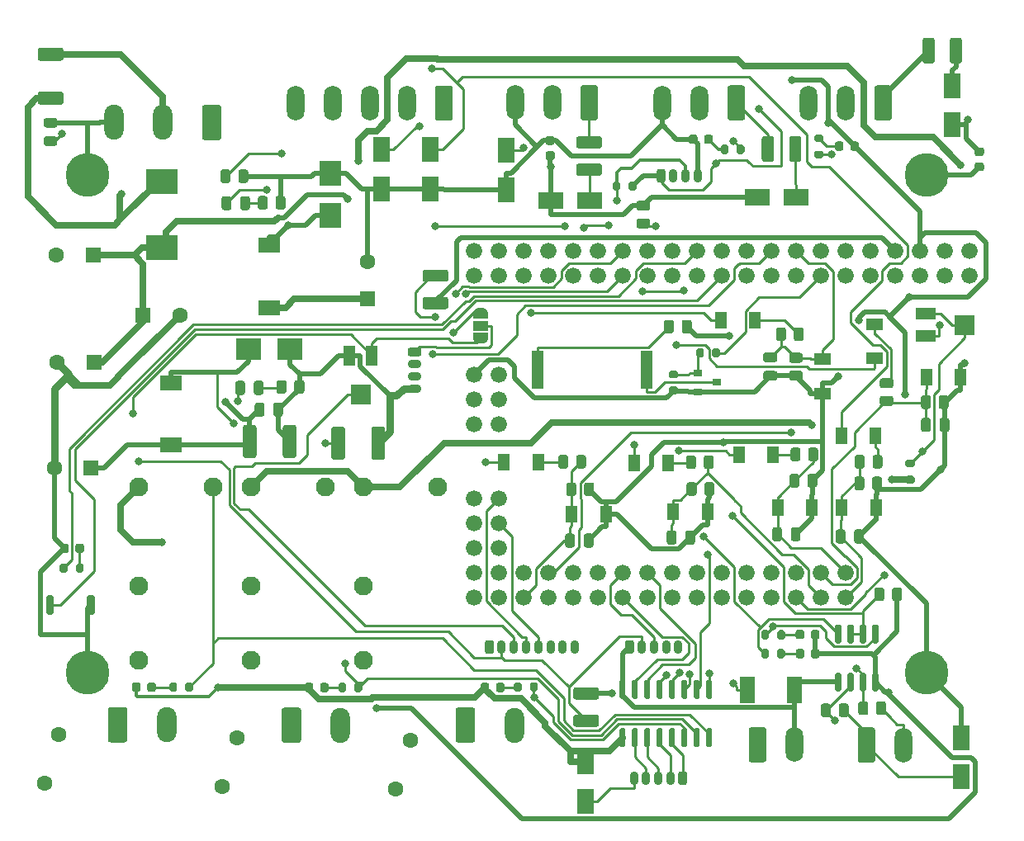
<source format=gbr>
%TF.GenerationSoftware,KiCad,Pcbnew,(5.1.9)-1*%
%TF.CreationDate,2021-01-26T21:07:47+02:00*%
%TF.ProjectId,Car_bs_controller_nex_mega,4361725f-6273-45f6-936f-6e74726f6c6c,rev?*%
%TF.SameCoordinates,Original*%
%TF.FileFunction,Copper,L1,Top*%
%TF.FilePolarity,Positive*%
%FSLAX46Y46*%
G04 Gerber Fmt 4.6, Leading zero omitted, Abs format (unit mm)*
G04 Created by KiCad (PCBNEW (5.1.9)-1) date 2021-01-26 21:07:47*
%MOMM*%
%LPD*%
G01*
G04 APERTURE LIST*
%TA.AperFunction,ComponentPad*%
%ADD10O,0.900000X1.400000*%
%TD*%
%TA.AperFunction,SMDPad,CuDef*%
%ADD11R,1.800000X2.500000*%
%TD*%
%TA.AperFunction,SMDPad,CuDef*%
%ADD12R,2.500000X1.800000*%
%TD*%
%TA.AperFunction,ComponentPad*%
%ADD13C,1.676400*%
%TD*%
%TA.AperFunction,SMDPad,CuDef*%
%ADD14R,1.300000X2.000000*%
%TD*%
%TA.AperFunction,SMDPad,CuDef*%
%ADD15R,2.000000X2.000000*%
%TD*%
%TA.AperFunction,ComponentPad*%
%ADD16C,1.600000*%
%TD*%
%TA.AperFunction,SMDPad,CuDef*%
%ADD17R,2.000000X1.300000*%
%TD*%
%TA.AperFunction,SMDPad,CuDef*%
%ADD18R,0.900000X0.800000*%
%TD*%
%TA.AperFunction,SMDPad,CuDef*%
%ADD19R,1.200000X4.000000*%
%TD*%
%TA.AperFunction,SMDPad,CuDef*%
%ADD20R,1.500000X1.000000*%
%TD*%
%TA.AperFunction,SMDPad,CuDef*%
%ADD21C,0.100000*%
%TD*%
%TA.AperFunction,ComponentPad*%
%ADD22O,2.000000X3.600000*%
%TD*%
%TA.AperFunction,ComponentPad*%
%ADD23O,1.800000X3.600000*%
%TD*%
%TA.AperFunction,SMDPad,CuDef*%
%ADD24R,1.500000X2.700000*%
%TD*%
%TA.AperFunction,SMDPad,CuDef*%
%ADD25R,1.300000X1.700000*%
%TD*%
%TA.AperFunction,SMDPad,CuDef*%
%ADD26R,1.700000X1.300000*%
%TD*%
%TA.AperFunction,SMDPad,CuDef*%
%ADD27R,2.300000X2.500000*%
%TD*%
%TA.AperFunction,SMDPad,CuDef*%
%ADD28R,2.500000X2.300000*%
%TD*%
%TA.AperFunction,SMDPad,CuDef*%
%ADD29R,3.300000X2.500000*%
%TD*%
%TA.AperFunction,ComponentPad*%
%ADD30R,1.600000X1.600000*%
%TD*%
%TA.AperFunction,ComponentPad*%
%ADD31O,1.400000X0.900000*%
%TD*%
%TA.AperFunction,SMDPad,CuDef*%
%ADD32R,2.200000X1.500000*%
%TD*%
%TA.AperFunction,ComponentPad*%
%ADD33C,1.950000*%
%TD*%
%TA.AperFunction,ViaPad*%
%ADD34C,4.500000*%
%TD*%
%TA.AperFunction,ViaPad*%
%ADD35C,0.800000*%
%TD*%
%TA.AperFunction,Conductor*%
%ADD36C,0.500000*%
%TD*%
%TA.AperFunction,Conductor*%
%ADD37C,0.800000*%
%TD*%
%TA.AperFunction,Conductor*%
%ADD38C,0.700000*%
%TD*%
%TA.AperFunction,Conductor*%
%ADD39C,0.250000*%
%TD*%
%TA.AperFunction,Conductor*%
%ADD40C,0.350000*%
%TD*%
G04 APERTURE END LIST*
%TO.P,R77,2*%
%TO.N,+5v_FROM_MCU*%
%TA.AperFunction,SMDPad,CuDef*%
G36*
G01*
X120178880Y-61379780D02*
X120178880Y-60829780D01*
G75*
G02*
X120378880Y-60629780I200000J0D01*
G01*
X120778880Y-60629780D01*
G75*
G02*
X120978880Y-60829780I0J-200000D01*
G01*
X120978880Y-61379780D01*
G75*
G02*
X120778880Y-61579780I-200000J0D01*
G01*
X120378880Y-61579780D01*
G75*
G02*
X120178880Y-61379780I0J200000D01*
G01*
G37*
%TD.AperFunction*%
%TO.P,R77,1*%
%TO.N,MCU_I2C_SCL*%
%TA.AperFunction,SMDPad,CuDef*%
G36*
G01*
X118528880Y-61379780D02*
X118528880Y-60829780D01*
G75*
G02*
X118728880Y-60629780I200000J0D01*
G01*
X119128880Y-60629780D01*
G75*
G02*
X119328880Y-60829780I0J-200000D01*
G01*
X119328880Y-61379780D01*
G75*
G02*
X119128880Y-61579780I-200000J0D01*
G01*
X118728880Y-61579780D01*
G75*
G02*
X118528880Y-61379780I0J200000D01*
G01*
G37*
%TD.AperFunction*%
%TD*%
D10*
%TO.P,J15,4*%
%TO.N,GND*%
X127249880Y-60043060D03*
%TO.P,J15,3*%
%TO.N,MCU_I2C_SCL*%
X125999880Y-60043060D03*
%TO.P,J15,2*%
%TO.N,MCU_I2C_SDA*%
X124749880Y-60043060D03*
%TO.P,J15,1*%
%TO.N,+5v_FROM_MCU*%
%TA.AperFunction,ComponentPad*%
G36*
G01*
X123049880Y-60518060D02*
X123049880Y-59568060D01*
G75*
G02*
X123274880Y-59343060I225000J0D01*
G01*
X123724880Y-59343060D01*
G75*
G02*
X123949880Y-59568060I0J-225000D01*
G01*
X123949880Y-60518060D01*
G75*
G02*
X123724880Y-60743060I-225000J0D01*
G01*
X123274880Y-60743060D01*
G75*
G02*
X123049880Y-60518060I0J225000D01*
G01*
G37*
%TD.AperFunction*%
%TD*%
D11*
%TO.P,D38,1*%
%TO.N,+12V*%
X115743000Y-120184000D03*
%TO.P,D38,2*%
%TO.N,Socket_spare_out_+12v*%
X115743000Y-124184000D03*
%TD*%
%TO.P,D44,1*%
%TO.N,5V_sensors_stab*%
X153345000Y-54806600D03*
%TO.P,D44,2*%
%TO.N,Net-(D44-Pad2)*%
X153345000Y-50806600D03*
%TD*%
D12*
%TO.P,D42,1*%
%TO.N,5V_sensors_stab*%
X133358000Y-62219800D03*
%TO.P,D42,2*%
%TO.N,Net-(D42-Pad2)*%
X137358000Y-62219800D03*
%TD*%
%TO.P,D43,1*%
%TO.N,5V_sensors_stab*%
X112168000Y-62595800D03*
%TO.P,D43,2*%
%TO.N,Net-(D43-Pad2)*%
X116168000Y-62595800D03*
%TD*%
%TO.P,F1,2*%
%TO.N,Power_supply_12V*%
%TA.AperFunction,SMDPad,CuDef*%
G36*
G01*
X61979101Y-48255200D02*
X59829099Y-48255200D01*
G75*
G02*
X59579100Y-48005201I0J249999D01*
G01*
X59579100Y-47155199D01*
G75*
G02*
X59829099Y-46905200I249999J0D01*
G01*
X61979101Y-46905200D01*
G75*
G02*
X62229100Y-47155199I0J-249999D01*
G01*
X62229100Y-48005201D01*
G75*
G02*
X61979101Y-48255200I-249999J0D01*
G01*
G37*
%TD.AperFunction*%
%TO.P,F1,1*%
%TO.N,+12V*%
%TA.AperFunction,SMDPad,CuDef*%
G36*
G01*
X61979101Y-52755200D02*
X59829099Y-52755200D01*
G75*
G02*
X59579100Y-52505201I0J249999D01*
G01*
X59579100Y-51655199D01*
G75*
G02*
X59829099Y-51405200I249999J0D01*
G01*
X61979101Y-51405200D01*
G75*
G02*
X62229100Y-51655199I0J-249999D01*
G01*
X62229100Y-52505201D01*
G75*
G02*
X61979101Y-52755200I-249999J0D01*
G01*
G37*
%TD.AperFunction*%
%TD*%
D10*
%TO.P,J8,5*%
%TO.N,Socket_spare_out_+12v*%
X120710000Y-121839000D03*
%TO.P,J8,4*%
%TO.N,Socket_spare_out_4*%
X121960000Y-121839000D03*
%TO.P,J8,3*%
%TO.N,Socket_spare_out_3*%
X123210000Y-121839000D03*
%TO.P,J8,2*%
%TO.N,Socket_spare_out_2*%
X124460000Y-121839000D03*
%TO.P,J8,1*%
%TO.N,Socket_spare_out_1*%
%TA.AperFunction,ComponentPad*%
G36*
G01*
X126160000Y-121364000D02*
X126160000Y-122314000D01*
G75*
G02*
X125935000Y-122539000I-225000J0D01*
G01*
X125485000Y-122539000D01*
G75*
G02*
X125260000Y-122314000I0J225000D01*
G01*
X125260000Y-121364000D01*
G75*
G02*
X125485000Y-121139000I225000J0D01*
G01*
X125935000Y-121139000D01*
G75*
G02*
X126160000Y-121364000I0J-225000D01*
G01*
G37*
%TD.AperFunction*%
%TD*%
%TO.P,U6,16*%
%TO.N,Net-(K1-PadA2)*%
%TA.AperFunction,SMDPad,CuDef*%
G36*
G01*
X128277000Y-116709000D02*
X128577000Y-116709000D01*
G75*
G02*
X128727000Y-116859000I0J-150000D01*
G01*
X128727000Y-118509000D01*
G75*
G02*
X128577000Y-118659000I-150000J0D01*
G01*
X128277000Y-118659000D01*
G75*
G02*
X128127000Y-118509000I0J150000D01*
G01*
X128127000Y-116859000D01*
G75*
G02*
X128277000Y-116709000I150000J0D01*
G01*
G37*
%TD.AperFunction*%
%TO.P,U6,15*%
%TO.N,Net-(K2-PadA2)*%
%TA.AperFunction,SMDPad,CuDef*%
G36*
G01*
X127007000Y-116709000D02*
X127307000Y-116709000D01*
G75*
G02*
X127457000Y-116859000I0J-150000D01*
G01*
X127457000Y-118509000D01*
G75*
G02*
X127307000Y-118659000I-150000J0D01*
G01*
X127007000Y-118659000D01*
G75*
G02*
X126857000Y-118509000I0J150000D01*
G01*
X126857000Y-116859000D01*
G75*
G02*
X127007000Y-116709000I150000J0D01*
G01*
G37*
%TD.AperFunction*%
%TO.P,U6,14*%
%TO.N,Net-(K3-PadA2)*%
%TA.AperFunction,SMDPad,CuDef*%
G36*
G01*
X125737000Y-116709000D02*
X126037000Y-116709000D01*
G75*
G02*
X126187000Y-116859000I0J-150000D01*
G01*
X126187000Y-118509000D01*
G75*
G02*
X126037000Y-118659000I-150000J0D01*
G01*
X125737000Y-118659000D01*
G75*
G02*
X125587000Y-118509000I0J150000D01*
G01*
X125587000Y-116859000D01*
G75*
G02*
X125737000Y-116709000I150000J0D01*
G01*
G37*
%TD.AperFunction*%
%TO.P,U6,13*%
%TO.N,Socket_spare_out_1*%
%TA.AperFunction,SMDPad,CuDef*%
G36*
G01*
X124467000Y-116709000D02*
X124767000Y-116709000D01*
G75*
G02*
X124917000Y-116859000I0J-150000D01*
G01*
X124917000Y-118509000D01*
G75*
G02*
X124767000Y-118659000I-150000J0D01*
G01*
X124467000Y-118659000D01*
G75*
G02*
X124317000Y-118509000I0J150000D01*
G01*
X124317000Y-116859000D01*
G75*
G02*
X124467000Y-116709000I150000J0D01*
G01*
G37*
%TD.AperFunction*%
%TO.P,U6,12*%
%TO.N,Socket_spare_out_2*%
%TA.AperFunction,SMDPad,CuDef*%
G36*
G01*
X123197000Y-116709000D02*
X123497000Y-116709000D01*
G75*
G02*
X123647000Y-116859000I0J-150000D01*
G01*
X123647000Y-118509000D01*
G75*
G02*
X123497000Y-118659000I-150000J0D01*
G01*
X123197000Y-118659000D01*
G75*
G02*
X123047000Y-118509000I0J150000D01*
G01*
X123047000Y-116859000D01*
G75*
G02*
X123197000Y-116709000I150000J0D01*
G01*
G37*
%TD.AperFunction*%
%TO.P,U6,11*%
%TO.N,Socket_spare_out_3*%
%TA.AperFunction,SMDPad,CuDef*%
G36*
G01*
X121927000Y-116709000D02*
X122227000Y-116709000D01*
G75*
G02*
X122377000Y-116859000I0J-150000D01*
G01*
X122377000Y-118509000D01*
G75*
G02*
X122227000Y-118659000I-150000J0D01*
G01*
X121927000Y-118659000D01*
G75*
G02*
X121777000Y-118509000I0J150000D01*
G01*
X121777000Y-116859000D01*
G75*
G02*
X121927000Y-116709000I150000J0D01*
G01*
G37*
%TD.AperFunction*%
%TO.P,U6,10*%
%TO.N,Socket_spare_out_4*%
%TA.AperFunction,SMDPad,CuDef*%
G36*
G01*
X120657000Y-116709000D02*
X120957000Y-116709000D01*
G75*
G02*
X121107000Y-116859000I0J-150000D01*
G01*
X121107000Y-118509000D01*
G75*
G02*
X120957000Y-118659000I-150000J0D01*
G01*
X120657000Y-118659000D01*
G75*
G02*
X120507000Y-118509000I0J150000D01*
G01*
X120507000Y-116859000D01*
G75*
G02*
X120657000Y-116709000I150000J0D01*
G01*
G37*
%TD.AperFunction*%
%TO.P,U6,9*%
%TO.N,+12V*%
%TA.AperFunction,SMDPad,CuDef*%
G36*
G01*
X119387000Y-116709000D02*
X119687000Y-116709000D01*
G75*
G02*
X119837000Y-116859000I0J-150000D01*
G01*
X119837000Y-118509000D01*
G75*
G02*
X119687000Y-118659000I-150000J0D01*
G01*
X119387000Y-118659000D01*
G75*
G02*
X119237000Y-118509000I0J150000D01*
G01*
X119237000Y-116859000D01*
G75*
G02*
X119387000Y-116709000I150000J0D01*
G01*
G37*
%TD.AperFunction*%
%TO.P,U6,8*%
%TO.N,GND*%
%TA.AperFunction,SMDPad,CuDef*%
G36*
G01*
X119387000Y-111759000D02*
X119687000Y-111759000D01*
G75*
G02*
X119837000Y-111909000I0J-150000D01*
G01*
X119837000Y-113559000D01*
G75*
G02*
X119687000Y-113709000I-150000J0D01*
G01*
X119387000Y-113709000D01*
G75*
G02*
X119237000Y-113559000I0J150000D01*
G01*
X119237000Y-111909000D01*
G75*
G02*
X119387000Y-111759000I150000J0D01*
G01*
G37*
%TD.AperFunction*%
%TO.P,U6,7*%
%TO.N,MCU_spare_out_4*%
%TA.AperFunction,SMDPad,CuDef*%
G36*
G01*
X120657000Y-111759000D02*
X120957000Y-111759000D01*
G75*
G02*
X121107000Y-111909000I0J-150000D01*
G01*
X121107000Y-113559000D01*
G75*
G02*
X120957000Y-113709000I-150000J0D01*
G01*
X120657000Y-113709000D01*
G75*
G02*
X120507000Y-113559000I0J150000D01*
G01*
X120507000Y-111909000D01*
G75*
G02*
X120657000Y-111759000I150000J0D01*
G01*
G37*
%TD.AperFunction*%
%TO.P,U6,6*%
%TO.N,MCU_spare_out_3*%
%TA.AperFunction,SMDPad,CuDef*%
G36*
G01*
X121927000Y-111759000D02*
X122227000Y-111759000D01*
G75*
G02*
X122377000Y-111909000I0J-150000D01*
G01*
X122377000Y-113559000D01*
G75*
G02*
X122227000Y-113709000I-150000J0D01*
G01*
X121927000Y-113709000D01*
G75*
G02*
X121777000Y-113559000I0J150000D01*
G01*
X121777000Y-111909000D01*
G75*
G02*
X121927000Y-111759000I150000J0D01*
G01*
G37*
%TD.AperFunction*%
%TO.P,U6,5*%
%TO.N,MCU_spare_out_2*%
%TA.AperFunction,SMDPad,CuDef*%
G36*
G01*
X123197000Y-111759000D02*
X123497000Y-111759000D01*
G75*
G02*
X123647000Y-111909000I0J-150000D01*
G01*
X123647000Y-113559000D01*
G75*
G02*
X123497000Y-113709000I-150000J0D01*
G01*
X123197000Y-113709000D01*
G75*
G02*
X123047000Y-113559000I0J150000D01*
G01*
X123047000Y-111909000D01*
G75*
G02*
X123197000Y-111759000I150000J0D01*
G01*
G37*
%TD.AperFunction*%
%TO.P,U6,4*%
%TO.N,MCU_spare_out_1*%
%TA.AperFunction,SMDPad,CuDef*%
G36*
G01*
X124467000Y-111759000D02*
X124767000Y-111759000D01*
G75*
G02*
X124917000Y-111909000I0J-150000D01*
G01*
X124917000Y-113559000D01*
G75*
G02*
X124767000Y-113709000I-150000J0D01*
G01*
X124467000Y-113709000D01*
G75*
G02*
X124317000Y-113559000I0J150000D01*
G01*
X124317000Y-111909000D01*
G75*
G02*
X124467000Y-111759000I150000J0D01*
G01*
G37*
%TD.AperFunction*%
%TO.P,U6,3*%
%TO.N,MCU_converter_out*%
%TA.AperFunction,SMDPad,CuDef*%
G36*
G01*
X125737000Y-111759000D02*
X126037000Y-111759000D01*
G75*
G02*
X126187000Y-111909000I0J-150000D01*
G01*
X126187000Y-113559000D01*
G75*
G02*
X126037000Y-113709000I-150000J0D01*
G01*
X125737000Y-113709000D01*
G75*
G02*
X125587000Y-113559000I0J150000D01*
G01*
X125587000Y-111909000D01*
G75*
G02*
X125737000Y-111759000I150000J0D01*
G01*
G37*
%TD.AperFunction*%
%TO.P,U6,2*%
%TO.N,MCU_light_out*%
%TA.AperFunction,SMDPad,CuDef*%
G36*
G01*
X127007000Y-111759000D02*
X127307000Y-111759000D01*
G75*
G02*
X127457000Y-111909000I0J-150000D01*
G01*
X127457000Y-113559000D01*
G75*
G02*
X127307000Y-113709000I-150000J0D01*
G01*
X127007000Y-113709000D01*
G75*
G02*
X126857000Y-113559000I0J150000D01*
G01*
X126857000Y-111909000D01*
G75*
G02*
X127007000Y-111759000I150000J0D01*
G01*
G37*
%TD.AperFunction*%
%TO.P,U6,1*%
%TO.N,MCU_water_pump_out*%
%TA.AperFunction,SMDPad,CuDef*%
G36*
G01*
X128277000Y-111759000D02*
X128577000Y-111759000D01*
G75*
G02*
X128727000Y-111909000I0J-150000D01*
G01*
X128727000Y-113559000D01*
G75*
G02*
X128577000Y-113709000I-150000J0D01*
G01*
X128277000Y-113709000D01*
G75*
G02*
X128127000Y-113559000I0J150000D01*
G01*
X128127000Y-111909000D01*
G75*
G02*
X128277000Y-111759000I150000J0D01*
G01*
G37*
%TD.AperFunction*%
%TD*%
%TO.P,U5,8*%
%TO.N,5V_sensors_stab*%
%TA.AperFunction,SMDPad,CuDef*%
G36*
G01*
X145321000Y-111014000D02*
X145621000Y-111014000D01*
G75*
G02*
X145771000Y-111164000I0J-150000D01*
G01*
X145771000Y-112814000D01*
G75*
G02*
X145621000Y-112964000I-150000J0D01*
G01*
X145321000Y-112964000D01*
G75*
G02*
X145171000Y-112814000I0J150000D01*
G01*
X145171000Y-111164000D01*
G75*
G02*
X145321000Y-111014000I150000J0D01*
G01*
G37*
%TD.AperFunction*%
%TO.P,U5,7*%
%TO.N,Net-(R54-Pad1)*%
%TA.AperFunction,SMDPad,CuDef*%
G36*
G01*
X144051000Y-111014000D02*
X144351000Y-111014000D01*
G75*
G02*
X144501000Y-111164000I0J-150000D01*
G01*
X144501000Y-112814000D01*
G75*
G02*
X144351000Y-112964000I-150000J0D01*
G01*
X144051000Y-112964000D01*
G75*
G02*
X143901000Y-112814000I0J150000D01*
G01*
X143901000Y-111164000D01*
G75*
G02*
X144051000Y-111014000I150000J0D01*
G01*
G37*
%TD.AperFunction*%
%TO.P,U5,6*%
%TO.N,Net-(R57-Pad2)*%
%TA.AperFunction,SMDPad,CuDef*%
G36*
G01*
X142781000Y-111014000D02*
X143081000Y-111014000D01*
G75*
G02*
X143231000Y-111164000I0J-150000D01*
G01*
X143231000Y-112814000D01*
G75*
G02*
X143081000Y-112964000I-150000J0D01*
G01*
X142781000Y-112964000D01*
G75*
G02*
X142631000Y-112814000I0J150000D01*
G01*
X142631000Y-111164000D01*
G75*
G02*
X142781000Y-111014000I150000J0D01*
G01*
G37*
%TD.AperFunction*%
%TO.P,U5,5*%
%TO.N,GND*%
%TA.AperFunction,SMDPad,CuDef*%
G36*
G01*
X141511000Y-111014000D02*
X141811000Y-111014000D01*
G75*
G02*
X141961000Y-111164000I0J-150000D01*
G01*
X141961000Y-112814000D01*
G75*
G02*
X141811000Y-112964000I-150000J0D01*
G01*
X141511000Y-112964000D01*
G75*
G02*
X141361000Y-112814000I0J150000D01*
G01*
X141361000Y-111164000D01*
G75*
G02*
X141511000Y-111014000I150000J0D01*
G01*
G37*
%TD.AperFunction*%
%TO.P,U5,4*%
%TO.N,MCU_UART2_TX*%
%TA.AperFunction,SMDPad,CuDef*%
G36*
G01*
X141511000Y-106064000D02*
X141811000Y-106064000D01*
G75*
G02*
X141961000Y-106214000I0J-150000D01*
G01*
X141961000Y-107864000D01*
G75*
G02*
X141811000Y-108014000I-150000J0D01*
G01*
X141511000Y-108014000D01*
G75*
G02*
X141361000Y-107864000I0J150000D01*
G01*
X141361000Y-106214000D01*
G75*
G02*
X141511000Y-106064000I150000J0D01*
G01*
G37*
%TD.AperFunction*%
%TO.P,U5,3*%
%TO.N,MCU_rs485_de*%
%TA.AperFunction,SMDPad,CuDef*%
G36*
G01*
X142781000Y-106064000D02*
X143081000Y-106064000D01*
G75*
G02*
X143231000Y-106214000I0J-150000D01*
G01*
X143231000Y-107864000D01*
G75*
G02*
X143081000Y-108014000I-150000J0D01*
G01*
X142781000Y-108014000D01*
G75*
G02*
X142631000Y-107864000I0J150000D01*
G01*
X142631000Y-106214000D01*
G75*
G02*
X142781000Y-106064000I150000J0D01*
G01*
G37*
%TD.AperFunction*%
%TO.P,U5,2*%
%TA.AperFunction,SMDPad,CuDef*%
G36*
G01*
X144051000Y-106064000D02*
X144351000Y-106064000D01*
G75*
G02*
X144501000Y-106214000I0J-150000D01*
G01*
X144501000Y-107864000D01*
G75*
G02*
X144351000Y-108014000I-150000J0D01*
G01*
X144051000Y-108014000D01*
G75*
G02*
X143901000Y-107864000I0J150000D01*
G01*
X143901000Y-106214000D01*
G75*
G02*
X144051000Y-106064000I150000J0D01*
G01*
G37*
%TD.AperFunction*%
%TO.P,U5,1*%
%TO.N,MCU_UART2_RX*%
%TA.AperFunction,SMDPad,CuDef*%
G36*
G01*
X145321000Y-106064000D02*
X145621000Y-106064000D01*
G75*
G02*
X145771000Y-106214000I0J-150000D01*
G01*
X145771000Y-107864000D01*
G75*
G02*
X145621000Y-108014000I-150000J0D01*
G01*
X145321000Y-108014000D01*
G75*
G02*
X145171000Y-107864000I0J150000D01*
G01*
X145171000Y-106214000D01*
G75*
G02*
X145321000Y-106064000I150000J0D01*
G01*
G37*
%TD.AperFunction*%
%TD*%
D13*
%TO.P,U3,MOSI*%
%TO.N,N/C*%
X104326000Y-82992000D03*
%TO.P,U3,5V_3*%
X104326000Y-85532000D03*
%TO.P,U3,MISO*%
X106866000Y-85532000D03*
%TO.P,U3,SCK*%
X106866000Y-82992000D03*
%TO.P,U3,GND_3*%
%TO.N,GND*%
X104326000Y-80452000D03*
%TO.P,U3,RESET*%
%TO.N,N/C*%
X106866000Y-80452000D03*
%TO.P,U3,D53*%
%TO.N,LCD_DI_MCU_CS*%
X106866000Y-93152000D03*
%TO.P,U3,D52*%
%TO.N,LCD_E_MCU_SCLK*%
X104326000Y-93152000D03*
%TO.P,U3,D50*%
%TO.N,N/C*%
X104326000Y-95692000D03*
%TO.P,U3,D51*%
%TO.N,LCD_RW_MCU_MOSI*%
X106866000Y-95692000D03*
%TO.P,U3,D49*%
%TO.N,N/C*%
X106866000Y-98232000D03*
%TO.P,U3,D48*%
X104326000Y-98232000D03*
%TO.P,U3,D47*%
X104326000Y-100772000D03*
%TO.P,U3,D46*%
X104326000Y-103312000D03*
%TO.P,U3,D45*%
X106866000Y-100772000D03*
%TO.P,U3,D44*%
%TO.N,LCD_BLA*%
X106866000Y-103312000D03*
%TO.P,U3,D43*%
%TO.N,LCD_RST*%
X109406000Y-100772000D03*
%TO.P,U3,D42*%
%TO.N,MCU_spare_input_1*%
X109406000Y-103312000D03*
%TO.P,U3,D41*%
%TO.N,MCU_power_OK_from_ADM705*%
X111946000Y-100772000D03*
%TO.P,U3,D40*%
%TO.N,N/C*%
X111946000Y-103312000D03*
%TO.P,U3,D39*%
X114486000Y-100772000D03*
%TO.P,U3,D38*%
X114486000Y-103312000D03*
%TO.P,U3,D37*%
%TO.N,MCU_encoder_CLK*%
X117026000Y-100772000D03*
%TO.P,U3,D36*%
%TO.N,MCU_encoder_DT*%
X117026000Y-103312000D03*
%TO.P,U3,D35*%
%TO.N,MCU_encoder_SW*%
X119566000Y-100772000D03*
%TO.P,U3,D34*%
%TO.N,MCU_spare_out_4*%
X119566000Y-103312000D03*
%TO.P,U3,D33*%
%TO.N,MCU_spare_out_3*%
X122106000Y-100772000D03*
%TO.P,U3,D32*%
%TO.N,MCU_spare_out_2*%
X122106000Y-103312000D03*
%TO.P,U3,A15*%
%TO.N,N/C*%
X124646000Y-100772000D03*
%TO.P,U3,A14*%
X124646000Y-103312000D03*
%TO.P,U3,A13*%
X127186000Y-100772000D03*
%TO.P,U3,A12*%
X127186000Y-103312000D03*
%TO.P,U3,A11*%
X129726000Y-100772000D03*
%TO.P,U3,A10*%
X129726000Y-103312000D03*
%TO.P,U3,A9*%
X132266000Y-100772000D03*
%TO.P,U3,A8*%
X132266000Y-103312000D03*
%TO.P,U3,A7*%
X134806000Y-100772000D03*
%TO.P,U3,A6*%
%TO.N,MCU_resistive_sensor_0_190*%
X134806000Y-103312000D03*
%TO.P,U3,A4*%
%TO.N,MCU_supply_voltage_input*%
X137346000Y-103312000D03*
%TO.P,U3,A5*%
%TO.N,MCU_sensors_voltage_test_input*%
X137346000Y-100772000D03*
%TO.P,U3,A3*%
%TO.N,MCU_low_washer_water_level_input*%
X139886000Y-100772000D03*
%TO.P,U3,A2*%
%TO.N,MCU_ignition_switch_input*%
X139886000Y-103312000D03*
%TO.P,U3,A0*%
%TO.N,MCU_door_switch_input*%
X142426000Y-103312000D03*
%TO.P,U3,A1*%
%TO.N,MCU_proximity_input*%
X142426000Y-100772000D03*
%TO.P,U3,D22*%
%TO.N,MCU_water_pump_out*%
X114486000Y-70292000D03*
%TO.P,U3,D24*%
%TO.N,MCU_converter_out*%
X111946000Y-70292000D03*
%TO.P,U3,D26*%
%TO.N,N/C*%
X109406000Y-70292000D03*
%TO.P,U3,D28*%
X106866000Y-70292000D03*
%TO.P,U3,D30*%
X104326000Y-70292000D03*
%TO.P,U3,D31*%
%TO.N,MCU_spare_out_1*%
X104326000Y-67752000D03*
%TO.P,U3,D29*%
%TO.N,N/C*%
X106866000Y-67752000D03*
%TO.P,U3,D27*%
X109406000Y-67752000D03*
%TO.P,U3,D25*%
X111946000Y-67752000D03*
%TO.P,U3,D23*%
%TO.N,MCU_light_out*%
X114486000Y-67752000D03*
%TO.P,U3,D20*%
%TO.N,MCU_I2C_SDA*%
X117026000Y-70292000D03*
%TO.P,U3,D18*%
%TO.N,MCU_UART1_TX*%
X119566000Y-70292000D03*
%TO.P,U3,D16*%
%TO.N,MCU_UART2_TX*%
X122106000Y-70292000D03*
%TO.P,U3,D14*%
%TO.N,N/C*%
X124646000Y-70292000D03*
%TO.P,U3,D12*%
X127186000Y-70292000D03*
%TO.P,U3,D10*%
%TO.N,MCU_button_on_board*%
X129726000Y-70292000D03*
%TO.P,U3,D8*%
%TO.N,MCU_wdt_reset_to_ADM705*%
X132266000Y-70292000D03*
%TO.P,U3,D6*%
%TO.N,MCU_rs485_de*%
X134806000Y-70292000D03*
%TO.P,U3,D4*%
%TO.N,MCU_one_wire_PIN*%
X137346000Y-70292000D03*
%TO.P,U3,D2*%
%TO.N,MCU_buzzer_out*%
X139886000Y-70292000D03*
%TO.P,U3,D21*%
%TO.N,MCU_I2C_SCL*%
X117026000Y-67752000D03*
%TO.P,U3,D19*%
%TO.N,MCU_UART1_RX*%
X119566000Y-67752000D03*
%TO.P,U3,D17*%
%TO.N,MCU_UART2_RX*%
X122106000Y-67752000D03*
%TO.P,U3,D15*%
%TO.N,N/C*%
X124646000Y-67752000D03*
%TO.P,U3,D13*%
%TO.N,MCU_system_status_LED*%
X127186000Y-67752000D03*
%TO.P,U3,D11*%
%TO.N,N/C*%
X129726000Y-67752000D03*
%TO.P,U3,D9*%
%TO.N,MCU_main_supply_enable*%
X132266000Y-67752000D03*
%TO.P,U3,D7*%
%TO.N,MCU_5V_sensors_enable*%
X134806000Y-67752000D03*
%TO.P,U3,D5*%
%TO.N,MCU_water_flow_sensor*%
X137346000Y-67752000D03*
%TO.P,U3,D3*%
%TO.N,MCU_pjon_bus_PIN*%
X139886000Y-67752000D03*
%TO.P,U3,TX*%
%TO.N,N/C*%
X142426000Y-67752000D03*
%TO.P,U3,RX*%
X142426000Y-70292000D03*
%TO.P,U3,AREF*%
%TO.N,MCU_Uref_2.5v*%
X144966000Y-70292000D03*
%TO.P,U3,RST*%
%TO.N,MCU_rst*%
X144966000Y-67752000D03*
%TO.P,U3,3V3_1*%
%TO.N,+3v3_from_MCU*%
X147506000Y-67752000D03*
%TO.P,U3,3V3_2*%
X147506000Y-70292000D03*
%TO.P,U3,5V_2*%
%TO.N,N/C*%
X150046000Y-70292000D03*
%TO.P,U3,5V_1*%
%TO.N,+5v_FROM_MCU*%
X150046000Y-67752000D03*
%TO.P,U3,GND_1*%
%TO.N,GND*%
X152586000Y-67752000D03*
%TO.P,U3,GND_2*%
X152586000Y-70292000D03*
%TO.P,U3,VIN_1*%
%TO.N,7.2V_stab*%
X155126000Y-67752000D03*
%TO.P,U3,VIN_2*%
%TO.N,N/C*%
X155126000Y-70292000D03*
%TD*%
%TO.P,SW1,1*%
%TO.N,MCU_button_on_board*%
%TA.AperFunction,SMDPad,CuDef*%
G36*
G01*
X60429100Y-104879000D02*
X60429100Y-103279000D01*
G75*
G02*
X60629100Y-103079000I200000J0D01*
G01*
X61029100Y-103079000D01*
G75*
G02*
X61229100Y-103279000I0J-200000D01*
G01*
X61229100Y-104879000D01*
G75*
G02*
X61029100Y-105079000I-200000J0D01*
G01*
X60629100Y-105079000D01*
G75*
G02*
X60429100Y-104879000I0J200000D01*
G01*
G37*
%TD.AperFunction*%
%TO.P,SW1,2*%
%TO.N,GND*%
%TA.AperFunction,SMDPad,CuDef*%
G36*
G01*
X64629100Y-104879000D02*
X64629100Y-103279000D01*
G75*
G02*
X64829100Y-103079000I200000J0D01*
G01*
X65229100Y-103079000D01*
G75*
G02*
X65429100Y-103279000I0J-200000D01*
G01*
X65429100Y-104879000D01*
G75*
G02*
X65229100Y-105079000I-200000J0D01*
G01*
X64829100Y-105079000D01*
G75*
G02*
X64629100Y-104879000I0J200000D01*
G01*
G37*
%TD.AperFunction*%
%TD*%
D14*
%TO.P,RV5,3*%
%TO.N,GND*%
X91560000Y-78468700D03*
D15*
%TO.P,RV5,2*%
%TO.N,Net-(J9-Pad3)*%
X92710000Y-82468700D03*
D14*
%TO.P,RV5,1*%
%TO.N,Net-(F6-Pad1)*%
X93860000Y-78468700D03*
%TD*%
D16*
%TO.P,RV4,2*%
%TO.N,PUMP_RELAY_NO*%
X60262600Y-122368000D03*
%TO.P,RV4,1*%
%TO.N,PUMP_RELAY_COM*%
X61762600Y-117368000D03*
%TD*%
%TO.P,RV3,2*%
%TO.N,CONVERTER_RELAY_NO*%
X96269700Y-122937000D03*
%TO.P,RV3,1*%
%TO.N,CONVERTER_RELAY_COM*%
X97769700Y-117937000D03*
%TD*%
%TO.P,RV2,2*%
%TO.N,LIGHT_RELAY_NO*%
X78494800Y-122714000D03*
%TO.P,RV2,1*%
%TO.N,LIGHT_RELAY_COM*%
X79994800Y-117714000D03*
%TD*%
D17*
%TO.P,RV1,3*%
%TO.N,Net-(R40-Pad1)*%
X150630000Y-76496600D03*
D15*
%TO.P,RV1,2*%
%TO.N,Net-(R37-Pad1)*%
X154630000Y-75346600D03*
D17*
%TO.P,RV1,1*%
X150630000Y-74196600D03*
%TD*%
%TO.P,R63,2*%
%TO.N,Net-(D41-Pad1)*%
%TA.AperFunction,SMDPad,CuDef*%
G36*
G01*
X109204000Y-112201000D02*
X109204000Y-112751000D01*
G75*
G02*
X109004000Y-112951000I-200000J0D01*
G01*
X108604000Y-112951000D01*
G75*
G02*
X108404000Y-112751000I0J200000D01*
G01*
X108404000Y-112201000D01*
G75*
G02*
X108604000Y-112001000I200000J0D01*
G01*
X109004000Y-112001000D01*
G75*
G02*
X109204000Y-112201000I0J-200000D01*
G01*
G37*
%TD.AperFunction*%
%TO.P,R63,1*%
%TO.N,Net-(K3-PadA2)*%
%TA.AperFunction,SMDPad,CuDef*%
G36*
G01*
X110854000Y-112201000D02*
X110854000Y-112751000D01*
G75*
G02*
X110654000Y-112951000I-200000J0D01*
G01*
X110254000Y-112951000D01*
G75*
G02*
X110054000Y-112751000I0J200000D01*
G01*
X110054000Y-112201000D01*
G75*
G02*
X110254000Y-112001000I200000J0D01*
G01*
X110654000Y-112001000D01*
G75*
G02*
X110854000Y-112201000I0J-200000D01*
G01*
G37*
%TD.AperFunction*%
%TD*%
%TO.P,R62,2*%
%TO.N,Net-(D40-Pad1)*%
%TA.AperFunction,SMDPad,CuDef*%
G36*
G01*
X91213100Y-112262000D02*
X91213100Y-112812000D01*
G75*
G02*
X91013100Y-113012000I-200000J0D01*
G01*
X90613100Y-113012000D01*
G75*
G02*
X90413100Y-112812000I0J200000D01*
G01*
X90413100Y-112262000D01*
G75*
G02*
X90613100Y-112062000I200000J0D01*
G01*
X91013100Y-112062000D01*
G75*
G02*
X91213100Y-112262000I0J-200000D01*
G01*
G37*
%TD.AperFunction*%
%TO.P,R62,1*%
%TO.N,Net-(K2-PadA2)*%
%TA.AperFunction,SMDPad,CuDef*%
G36*
G01*
X92863100Y-112262000D02*
X92863100Y-112812000D01*
G75*
G02*
X92663100Y-113012000I-200000J0D01*
G01*
X92263100Y-113012000D01*
G75*
G02*
X92063100Y-112812000I0J200000D01*
G01*
X92063100Y-112262000D01*
G75*
G02*
X92263100Y-112062000I200000J0D01*
G01*
X92663100Y-112062000D01*
G75*
G02*
X92863100Y-112262000I0J-200000D01*
G01*
G37*
%TD.AperFunction*%
%TD*%
%TO.P,R61,2*%
%TO.N,Net-(D39-Pad1)*%
%TA.AperFunction,SMDPad,CuDef*%
G36*
G01*
X73877100Y-112222000D02*
X73877100Y-112772000D01*
G75*
G02*
X73677100Y-112972000I-200000J0D01*
G01*
X73277100Y-112972000D01*
G75*
G02*
X73077100Y-112772000I0J200000D01*
G01*
X73077100Y-112222000D01*
G75*
G02*
X73277100Y-112022000I200000J0D01*
G01*
X73677100Y-112022000D01*
G75*
G02*
X73877100Y-112222000I0J-200000D01*
G01*
G37*
%TD.AperFunction*%
%TO.P,R61,1*%
%TO.N,Net-(K1-PadA2)*%
%TA.AperFunction,SMDPad,CuDef*%
G36*
G01*
X75527100Y-112222000D02*
X75527100Y-112772000D01*
G75*
G02*
X75327100Y-112972000I-200000J0D01*
G01*
X74927100Y-112972000D01*
G75*
G02*
X74727100Y-112772000I0J200000D01*
G01*
X74727100Y-112222000D01*
G75*
G02*
X74927100Y-112022000I200000J0D01*
G01*
X75327100Y-112022000D01*
G75*
G02*
X75527100Y-112222000I0J-200000D01*
G01*
G37*
%TD.AperFunction*%
%TD*%
%TO.P,R59,2*%
%TO.N,Net-(R57-Pad2)*%
%TA.AperFunction,SMDPad,CuDef*%
G36*
G01*
X140919000Y-114433999D02*
X140919000Y-115334001D01*
G75*
G02*
X140669001Y-115584000I-249999J0D01*
G01*
X140143999Y-115584000D01*
G75*
G02*
X139894000Y-115334001I0J249999D01*
G01*
X139894000Y-114433999D01*
G75*
G02*
X140143999Y-114184000I249999J0D01*
G01*
X140669001Y-114184000D01*
G75*
G02*
X140919000Y-114433999I0J-249999D01*
G01*
G37*
%TD.AperFunction*%
%TO.P,R59,1*%
%TO.N,RS485_A*%
%TA.AperFunction,SMDPad,CuDef*%
G36*
G01*
X142744000Y-114433999D02*
X142744000Y-115334001D01*
G75*
G02*
X142494001Y-115584000I-249999J0D01*
G01*
X141968999Y-115584000D01*
G75*
G02*
X141719000Y-115334001I0J249999D01*
G01*
X141719000Y-114433999D01*
G75*
G02*
X141968999Y-114184000I249999J0D01*
G01*
X142494001Y-114184000D01*
G75*
G02*
X142744000Y-114433999I0J-249999D01*
G01*
G37*
%TD.AperFunction*%
%TD*%
%TO.P,R58,2*%
%TO.N,Net-(R54-Pad1)*%
%TA.AperFunction,SMDPad,CuDef*%
G36*
G01*
X144749000Y-114215999D02*
X144749000Y-115116001D01*
G75*
G02*
X144499001Y-115366000I-249999J0D01*
G01*
X143973999Y-115366000D01*
G75*
G02*
X143724000Y-115116001I0J249999D01*
G01*
X143724000Y-114215999D01*
G75*
G02*
X143973999Y-113966000I249999J0D01*
G01*
X144499001Y-113966000D01*
G75*
G02*
X144749000Y-114215999I0J-249999D01*
G01*
G37*
%TD.AperFunction*%
%TO.P,R58,1*%
%TO.N,RS485_B*%
%TA.AperFunction,SMDPad,CuDef*%
G36*
G01*
X146574000Y-114215999D02*
X146574000Y-115116001D01*
G75*
G02*
X146324001Y-115366000I-249999J0D01*
G01*
X145798999Y-115366000D01*
G75*
G02*
X145549000Y-115116001I0J249999D01*
G01*
X145549000Y-114215999D01*
G75*
G02*
X145798999Y-113966000I249999J0D01*
G01*
X146324001Y-113966000D01*
G75*
G02*
X146574000Y-114215999I0J-249999D01*
G01*
G37*
%TD.AperFunction*%
%TD*%
%TO.P,R56,2*%
%TO.N,+5v_FROM_MCU*%
%TA.AperFunction,SMDPad,CuDef*%
G36*
G01*
X125617000Y-75974401D02*
X125617000Y-75074399D01*
G75*
G02*
X125866999Y-74824400I249999J0D01*
G01*
X126392001Y-74824400D01*
G75*
G02*
X126642000Y-75074399I0J-249999D01*
G01*
X126642000Y-75974401D01*
G75*
G02*
X126392001Y-76224400I-249999J0D01*
G01*
X125866999Y-76224400D01*
G75*
G02*
X125617000Y-75974401I0J249999D01*
G01*
G37*
%TD.AperFunction*%
%TO.P,R56,1*%
%TO.N,Net-(LS1-PadP)*%
%TA.AperFunction,SMDPad,CuDef*%
G36*
G01*
X123792000Y-75974401D02*
X123792000Y-75074399D01*
G75*
G02*
X124041999Y-74824400I249999J0D01*
G01*
X124567001Y-74824400D01*
G75*
G02*
X124817000Y-75074399I0J-249999D01*
G01*
X124817000Y-75974401D01*
G75*
G02*
X124567001Y-76224400I-249999J0D01*
G01*
X124041999Y-76224400D01*
G75*
G02*
X123792000Y-75974401I0J249999D01*
G01*
G37*
%TD.AperFunction*%
%TD*%
%TO.P,R55,2*%
%TO.N,GND*%
%TA.AperFunction,SMDPad,CuDef*%
G36*
G01*
X124508000Y-81676600D02*
X125058000Y-81676600D01*
G75*
G02*
X125258000Y-81876600I0J-200000D01*
G01*
X125258000Y-82276600D01*
G75*
G02*
X125058000Y-82476600I-200000J0D01*
G01*
X124508000Y-82476600D01*
G75*
G02*
X124308000Y-82276600I0J200000D01*
G01*
X124308000Y-81876600D01*
G75*
G02*
X124508000Y-81676600I200000J0D01*
G01*
G37*
%TD.AperFunction*%
%TO.P,R55,1*%
%TO.N,Net-(Q1-Pad1)*%
%TA.AperFunction,SMDPad,CuDef*%
G36*
G01*
X124508000Y-80026600D02*
X125058000Y-80026600D01*
G75*
G02*
X125258000Y-80226600I0J-200000D01*
G01*
X125258000Y-80626600D01*
G75*
G02*
X125058000Y-80826600I-200000J0D01*
G01*
X124508000Y-80826600D01*
G75*
G02*
X124308000Y-80626600I0J200000D01*
G01*
X124308000Y-80226600D01*
G75*
G02*
X124508000Y-80026600I200000J0D01*
G01*
G37*
%TD.AperFunction*%
%TD*%
%TO.P,R53,2*%
%TO.N,MCU_buzzer_out*%
%TA.AperFunction,SMDPad,CuDef*%
G36*
G01*
X128736000Y-78486700D02*
X128736000Y-77936700D01*
G75*
G02*
X128936000Y-77736700I200000J0D01*
G01*
X129336000Y-77736700D01*
G75*
G02*
X129536000Y-77936700I0J-200000D01*
G01*
X129536000Y-78486700D01*
G75*
G02*
X129336000Y-78686700I-200000J0D01*
G01*
X128936000Y-78686700D01*
G75*
G02*
X128736000Y-78486700I0J200000D01*
G01*
G37*
%TD.AperFunction*%
%TO.P,R53,1*%
%TO.N,Net-(Q1-Pad1)*%
%TA.AperFunction,SMDPad,CuDef*%
G36*
G01*
X127086000Y-78486700D02*
X127086000Y-77936700D01*
G75*
G02*
X127286000Y-77736700I200000J0D01*
G01*
X127686000Y-77736700D01*
G75*
G02*
X127886000Y-77936700I0J-200000D01*
G01*
X127886000Y-78486700D01*
G75*
G02*
X127686000Y-78686700I-200000J0D01*
G01*
X127286000Y-78686700D01*
G75*
G02*
X127086000Y-78486700I0J200000D01*
G01*
G37*
%TD.AperFunction*%
%TD*%
%TO.P,R52,2*%
%TO.N,Net-(D35-Pad1)*%
%TA.AperFunction,SMDPad,CuDef*%
G36*
G01*
X135409000Y-109338000D02*
X135409000Y-108788000D01*
G75*
G02*
X135609000Y-108588000I200000J0D01*
G01*
X136009000Y-108588000D01*
G75*
G02*
X136209000Y-108788000I0J-200000D01*
G01*
X136209000Y-109338000D01*
G75*
G02*
X136009000Y-109538000I-200000J0D01*
G01*
X135609000Y-109538000D01*
G75*
G02*
X135409000Y-109338000I0J200000D01*
G01*
G37*
%TD.AperFunction*%
%TO.P,R52,1*%
%TO.N,MCU_UART2_TX*%
%TA.AperFunction,SMDPad,CuDef*%
G36*
G01*
X133759000Y-109338000D02*
X133759000Y-108788000D01*
G75*
G02*
X133959000Y-108588000I200000J0D01*
G01*
X134359000Y-108588000D01*
G75*
G02*
X134559000Y-108788000I0J-200000D01*
G01*
X134559000Y-109338000D01*
G75*
G02*
X134359000Y-109538000I-200000J0D01*
G01*
X133959000Y-109538000D01*
G75*
G02*
X133759000Y-109338000I0J200000D01*
G01*
G37*
%TD.AperFunction*%
%TD*%
%TO.P,R50,2*%
%TO.N,Net-(D34-Pad1)*%
%TA.AperFunction,SMDPad,CuDef*%
G36*
G01*
X135423000Y-107405000D02*
X135423000Y-106855000D01*
G75*
G02*
X135623000Y-106655000I200000J0D01*
G01*
X136023000Y-106655000D01*
G75*
G02*
X136223000Y-106855000I0J-200000D01*
G01*
X136223000Y-107405000D01*
G75*
G02*
X136023000Y-107605000I-200000J0D01*
G01*
X135623000Y-107605000D01*
G75*
G02*
X135423000Y-107405000I0J200000D01*
G01*
G37*
%TD.AperFunction*%
%TO.P,R50,1*%
%TO.N,MCU_UART2_RX*%
%TA.AperFunction,SMDPad,CuDef*%
G36*
G01*
X133773000Y-107405000D02*
X133773000Y-106855000D01*
G75*
G02*
X133973000Y-106655000I200000J0D01*
G01*
X134373000Y-106655000D01*
G75*
G02*
X134573000Y-106855000I0J-200000D01*
G01*
X134573000Y-107405000D01*
G75*
G02*
X134373000Y-107605000I-200000J0D01*
G01*
X133973000Y-107605000D01*
G75*
G02*
X133773000Y-107405000I0J200000D01*
G01*
G37*
%TD.AperFunction*%
%TD*%
%TO.P,R49,2*%
%TO.N,MCU_UART2_RX*%
%TA.AperFunction,SMDPad,CuDef*%
G36*
G01*
X121220999Y-64423200D02*
X122121001Y-64423200D01*
G75*
G02*
X122371000Y-64673199I0J-249999D01*
G01*
X122371000Y-65198201D01*
G75*
G02*
X122121001Y-65448200I-249999J0D01*
G01*
X121220999Y-65448200D01*
G75*
G02*
X120971000Y-65198201I0J249999D01*
G01*
X120971000Y-64673199D01*
G75*
G02*
X121220999Y-64423200I249999J0D01*
G01*
G37*
%TD.AperFunction*%
%TO.P,R49,1*%
%TO.N,5V_sensors_stab*%
%TA.AperFunction,SMDPad,CuDef*%
G36*
G01*
X121220999Y-62598200D02*
X122121001Y-62598200D01*
G75*
G02*
X122371000Y-62848199I0J-249999D01*
G01*
X122371000Y-63373201D01*
G75*
G02*
X122121001Y-63623200I-249999J0D01*
G01*
X121220999Y-63623200D01*
G75*
G02*
X120971000Y-63373201I0J249999D01*
G01*
X120971000Y-62848199D01*
G75*
G02*
X121220999Y-62598200I249999J0D01*
G01*
G37*
%TD.AperFunction*%
%TD*%
%TO.P,R48,2*%
%TO.N,MCU_rs485_de*%
%TA.AperFunction,SMDPad,CuDef*%
G36*
G01*
X146375000Y-102536999D02*
X146375000Y-103437001D01*
G75*
G02*
X146125001Y-103687000I-249999J0D01*
G01*
X145599999Y-103687000D01*
G75*
G02*
X145350000Y-103437001I0J249999D01*
G01*
X145350000Y-102536999D01*
G75*
G02*
X145599999Y-102287000I249999J0D01*
G01*
X146125001Y-102287000D01*
G75*
G02*
X146375000Y-102536999I0J-249999D01*
G01*
G37*
%TD.AperFunction*%
%TO.P,R48,1*%
%TO.N,5V_sensors_stab*%
%TA.AperFunction,SMDPad,CuDef*%
G36*
G01*
X148200000Y-102536999D02*
X148200000Y-103437001D01*
G75*
G02*
X147950001Y-103687000I-249999J0D01*
G01*
X147424999Y-103687000D01*
G75*
G02*
X147175000Y-103437001I0J249999D01*
G01*
X147175000Y-102536999D01*
G75*
G02*
X147424999Y-102287000I249999J0D01*
G01*
X147950001Y-102287000D01*
G75*
G02*
X148200000Y-102536999I0J-249999D01*
G01*
G37*
%TD.AperFunction*%
%TD*%
%TO.P,R47,2*%
%TO.N,Net-(D33-Pad2)*%
%TA.AperFunction,SMDPad,CuDef*%
G36*
G01*
X63511500Y-100564000D02*
X63511500Y-100014000D01*
G75*
G02*
X63711500Y-99814000I200000J0D01*
G01*
X64111500Y-99814000D01*
G75*
G02*
X64311500Y-100014000I0J-200000D01*
G01*
X64311500Y-100564000D01*
G75*
G02*
X64111500Y-100764000I-200000J0D01*
G01*
X63711500Y-100764000D01*
G75*
G02*
X63511500Y-100564000I0J200000D01*
G01*
G37*
%TD.AperFunction*%
%TO.P,R47,1*%
%TO.N,MCU_system_status_LED*%
%TA.AperFunction,SMDPad,CuDef*%
G36*
G01*
X61861500Y-100564000D02*
X61861500Y-100014000D01*
G75*
G02*
X62061500Y-99814000I200000J0D01*
G01*
X62461500Y-99814000D01*
G75*
G02*
X62661500Y-100014000I0J-200000D01*
G01*
X62661500Y-100564000D01*
G75*
G02*
X62461500Y-100764000I-200000J0D01*
G01*
X62061500Y-100764000D01*
G75*
G02*
X61861500Y-100564000I0J200000D01*
G01*
G37*
%TD.AperFunction*%
%TD*%
%TO.P,R41,2*%
%TO.N,Net-(D29-Pad3)*%
%TA.AperFunction,SMDPad,CuDef*%
G36*
G01*
X139415000Y-57465300D02*
X139965000Y-57465300D01*
G75*
G02*
X140165000Y-57665300I0J-200000D01*
G01*
X140165000Y-58065300D01*
G75*
G02*
X139965000Y-58265300I-200000J0D01*
G01*
X139415000Y-58265300D01*
G75*
G02*
X139215000Y-58065300I0J200000D01*
G01*
X139215000Y-57665300D01*
G75*
G02*
X139415000Y-57465300I200000J0D01*
G01*
G37*
%TD.AperFunction*%
%TO.P,R41,1*%
%TO.N,Net-(D32-Pad1)*%
%TA.AperFunction,SMDPad,CuDef*%
G36*
G01*
X139415000Y-55815300D02*
X139965000Y-55815300D01*
G75*
G02*
X140165000Y-56015300I0J-200000D01*
G01*
X140165000Y-56415300D01*
G75*
G02*
X139965000Y-56615300I-200000J0D01*
G01*
X139415000Y-56615300D01*
G75*
G02*
X139215000Y-56415300I0J200000D01*
G01*
X139215000Y-56015300D01*
G75*
G02*
X139415000Y-55815300I200000J0D01*
G01*
G37*
%TD.AperFunction*%
%TD*%
%TO.P,R39,2*%
%TO.N,Net-(D31-Pad2)*%
%TA.AperFunction,SMDPad,CuDef*%
G36*
G01*
X130403000Y-57063000D02*
X130403000Y-57613000D01*
G75*
G02*
X130203000Y-57813000I-200000J0D01*
G01*
X129803000Y-57813000D01*
G75*
G02*
X129603000Y-57613000I0J200000D01*
G01*
X129603000Y-57063000D01*
G75*
G02*
X129803000Y-56863000I200000J0D01*
G01*
X130203000Y-56863000D01*
G75*
G02*
X130403000Y-57063000I0J-200000D01*
G01*
G37*
%TD.AperFunction*%
%TO.P,R39,1*%
%TO.N,Net-(D30-Pad3)*%
%TA.AperFunction,SMDPad,CuDef*%
G36*
G01*
X132053000Y-57063000D02*
X132053000Y-57613000D01*
G75*
G02*
X131853000Y-57813000I-200000J0D01*
G01*
X131453000Y-57813000D01*
G75*
G02*
X131253000Y-57613000I0J200000D01*
G01*
X131253000Y-57063000D01*
G75*
G02*
X131453000Y-56863000I200000J0D01*
G01*
X131853000Y-56863000D01*
G75*
G02*
X132053000Y-57063000I0J-200000D01*
G01*
G37*
%TD.AperFunction*%
%TD*%
%TO.P,R37,2*%
%TO.N,+12V*%
%TA.AperFunction,SMDPad,CuDef*%
G36*
G01*
X148754000Y-90813400D02*
X149304000Y-90813400D01*
G75*
G02*
X149504000Y-91013400I0J-200000D01*
G01*
X149504000Y-91413400D01*
G75*
G02*
X149304000Y-91613400I-200000J0D01*
G01*
X148754000Y-91613400D01*
G75*
G02*
X148554000Y-91413400I0J200000D01*
G01*
X148554000Y-91013400D01*
G75*
G02*
X148754000Y-90813400I200000J0D01*
G01*
G37*
%TD.AperFunction*%
%TO.P,R37,1*%
%TO.N,Net-(R37-Pad1)*%
%TA.AperFunction,SMDPad,CuDef*%
G36*
G01*
X148754000Y-89163400D02*
X149304000Y-89163400D01*
G75*
G02*
X149504000Y-89363400I0J-200000D01*
G01*
X149504000Y-89763400D01*
G75*
G02*
X149304000Y-89963400I-200000J0D01*
G01*
X148754000Y-89963400D01*
G75*
G02*
X148554000Y-89763400I0J200000D01*
G01*
X148554000Y-89363400D01*
G75*
G02*
X148754000Y-89163400I200000J0D01*
G01*
G37*
%TD.AperFunction*%
%TD*%
%TO.P,R33,2*%
%TO.N,GND*%
%TA.AperFunction,SMDPad,CuDef*%
G36*
G01*
X151964000Y-83716301D02*
X151964000Y-82816299D01*
G75*
G02*
X152213999Y-82566300I249999J0D01*
G01*
X152739001Y-82566300D01*
G75*
G02*
X152989000Y-82816299I0J-249999D01*
G01*
X152989000Y-83716301D01*
G75*
G02*
X152739001Y-83966300I-249999J0D01*
G01*
X152213999Y-83966300D01*
G75*
G02*
X151964000Y-83716301I0J249999D01*
G01*
G37*
%TD.AperFunction*%
%TO.P,R33,1*%
%TO.N,MCU_low_washer_water_level_input*%
%TA.AperFunction,SMDPad,CuDef*%
G36*
G01*
X150139000Y-83716301D02*
X150139000Y-82816299D01*
G75*
G02*
X150388999Y-82566300I249999J0D01*
G01*
X150914001Y-82566300D01*
G75*
G02*
X151164000Y-82816299I0J-249999D01*
G01*
X151164000Y-83716301D01*
G75*
G02*
X150914001Y-83966300I-249999J0D01*
G01*
X150388999Y-83966300D01*
G75*
G02*
X150139000Y-83716301I0J249999D01*
G01*
G37*
%TD.AperFunction*%
%TD*%
%TO.P,R32,2*%
%TO.N,GND*%
%TA.AperFunction,SMDPad,CuDef*%
G36*
G01*
X138497000Y-91778201D02*
X138497000Y-90878199D01*
G75*
G02*
X138746999Y-90628200I249999J0D01*
G01*
X139272001Y-90628200D01*
G75*
G02*
X139522000Y-90878199I0J-249999D01*
G01*
X139522000Y-91778201D01*
G75*
G02*
X139272001Y-92028200I-249999J0D01*
G01*
X138746999Y-92028200D01*
G75*
G02*
X138497000Y-91778201I0J249999D01*
G01*
G37*
%TD.AperFunction*%
%TO.P,R32,1*%
%TO.N,MCU_proximity_input*%
%TA.AperFunction,SMDPad,CuDef*%
G36*
G01*
X136672000Y-91778201D02*
X136672000Y-90878199D01*
G75*
G02*
X136921999Y-90628200I249999J0D01*
G01*
X137447001Y-90628200D01*
G75*
G02*
X137697000Y-90878199I0J-249999D01*
G01*
X137697000Y-91778201D01*
G75*
G02*
X137447001Y-92028200I-249999J0D01*
G01*
X136921999Y-92028200D01*
G75*
G02*
X136672000Y-91778201I0J249999D01*
G01*
G37*
%TD.AperFunction*%
%TD*%
%TO.P,R31,2*%
%TO.N,GND*%
%TA.AperFunction,SMDPad,CuDef*%
G36*
G01*
X145141000Y-92052601D02*
X145141000Y-91152599D01*
G75*
G02*
X145390999Y-90902600I249999J0D01*
G01*
X145916001Y-90902600D01*
G75*
G02*
X146166000Y-91152599I0J-249999D01*
G01*
X146166000Y-92052601D01*
G75*
G02*
X145916001Y-92302600I-249999J0D01*
G01*
X145390999Y-92302600D01*
G75*
G02*
X145141000Y-92052601I0J249999D01*
G01*
G37*
%TD.AperFunction*%
%TO.P,R31,1*%
%TO.N,MCU_door_switch_input*%
%TA.AperFunction,SMDPad,CuDef*%
G36*
G01*
X143316000Y-92052601D02*
X143316000Y-91152599D01*
G75*
G02*
X143565999Y-90902600I249999J0D01*
G01*
X144091001Y-90902600D01*
G75*
G02*
X144341000Y-91152599I0J-249999D01*
G01*
X144341000Y-92052601D01*
G75*
G02*
X144091001Y-92302600I-249999J0D01*
G01*
X143565999Y-92302600D01*
G75*
G02*
X143316000Y-92052601I0J249999D01*
G01*
G37*
%TD.AperFunction*%
%TD*%
%TO.P,R30,2*%
%TO.N,GND*%
%TA.AperFunction,SMDPad,CuDef*%
G36*
G01*
X127942000Y-92626601D02*
X127942000Y-91726599D01*
G75*
G02*
X128191999Y-91476600I249999J0D01*
G01*
X128717001Y-91476600D01*
G75*
G02*
X128967000Y-91726599I0J-249999D01*
G01*
X128967000Y-92626601D01*
G75*
G02*
X128717001Y-92876600I-249999J0D01*
G01*
X128191999Y-92876600D01*
G75*
G02*
X127942000Y-92626601I0J249999D01*
G01*
G37*
%TD.AperFunction*%
%TO.P,R30,1*%
%TO.N,MCU_ignition_switch_input*%
%TA.AperFunction,SMDPad,CuDef*%
G36*
G01*
X126117000Y-92626601D02*
X126117000Y-91726599D01*
G75*
G02*
X126366999Y-91476600I249999J0D01*
G01*
X126892001Y-91476600D01*
G75*
G02*
X127142000Y-91726599I0J-249999D01*
G01*
X127142000Y-92626601D01*
G75*
G02*
X126892001Y-92876600I-249999J0D01*
G01*
X126366999Y-92876600D01*
G75*
G02*
X126117000Y-92626601I0J249999D01*
G01*
G37*
%TD.AperFunction*%
%TD*%
%TO.P,R29,2*%
%TO.N,Net-(D22-Pad2)*%
%TA.AperFunction,SMDPad,CuDef*%
G36*
G01*
X147069001Y-81833100D02*
X146168999Y-81833100D01*
G75*
G02*
X145919000Y-81583101I0J249999D01*
G01*
X145919000Y-81058099D01*
G75*
G02*
X146168999Y-80808100I249999J0D01*
G01*
X147069001Y-80808100D01*
G75*
G02*
X147319000Y-81058099I0J-249999D01*
G01*
X147319000Y-81583101D01*
G75*
G02*
X147069001Y-81833100I-249999J0D01*
G01*
G37*
%TD.AperFunction*%
%TO.P,R29,1*%
%TO.N,MCU_low_washer_water_level_input*%
%TA.AperFunction,SMDPad,CuDef*%
G36*
G01*
X147069001Y-83658100D02*
X146168999Y-83658100D01*
G75*
G02*
X145919000Y-83408101I0J249999D01*
G01*
X145919000Y-82883099D01*
G75*
G02*
X146168999Y-82633100I249999J0D01*
G01*
X147069001Y-82633100D01*
G75*
G02*
X147319000Y-82883099I0J-249999D01*
G01*
X147319000Y-83408101D01*
G75*
G02*
X147069001Y-83658100I-249999J0D01*
G01*
G37*
%TD.AperFunction*%
%TD*%
%TO.P,R28,2*%
%TO.N,Net-(D21-Pad2)*%
%TA.AperFunction,SMDPad,CuDef*%
G36*
G01*
X137789000Y-88185799D02*
X137789000Y-89085801D01*
G75*
G02*
X137539001Y-89335800I-249999J0D01*
G01*
X137013999Y-89335800D01*
G75*
G02*
X136764000Y-89085801I0J249999D01*
G01*
X136764000Y-88185799D01*
G75*
G02*
X137013999Y-87935800I249999J0D01*
G01*
X137539001Y-87935800D01*
G75*
G02*
X137789000Y-88185799I0J-249999D01*
G01*
G37*
%TD.AperFunction*%
%TO.P,R28,1*%
%TO.N,MCU_proximity_input*%
%TA.AperFunction,SMDPad,CuDef*%
G36*
G01*
X139614000Y-88185799D02*
X139614000Y-89085801D01*
G75*
G02*
X139364001Y-89335800I-249999J0D01*
G01*
X138838999Y-89335800D01*
G75*
G02*
X138589000Y-89085801I0J249999D01*
G01*
X138589000Y-88185799D01*
G75*
G02*
X138838999Y-87935800I249999J0D01*
G01*
X139364001Y-87935800D01*
G75*
G02*
X139614000Y-88185799I0J-249999D01*
G01*
G37*
%TD.AperFunction*%
%TD*%
%TO.P,R27,2*%
%TO.N,Net-(D20-Pad2)*%
%TA.AperFunction,SMDPad,CuDef*%
G36*
G01*
X145180000Y-89837701D02*
X145180000Y-88937699D01*
G75*
G02*
X145429999Y-88687700I249999J0D01*
G01*
X145955001Y-88687700D01*
G75*
G02*
X146205000Y-88937699I0J-249999D01*
G01*
X146205000Y-89837701D01*
G75*
G02*
X145955001Y-90087700I-249999J0D01*
G01*
X145429999Y-90087700D01*
G75*
G02*
X145180000Y-89837701I0J249999D01*
G01*
G37*
%TD.AperFunction*%
%TO.P,R27,1*%
%TO.N,MCU_door_switch_input*%
%TA.AperFunction,SMDPad,CuDef*%
G36*
G01*
X143355000Y-89837701D02*
X143355000Y-88937699D01*
G75*
G02*
X143604999Y-88687700I249999J0D01*
G01*
X144130001Y-88687700D01*
G75*
G02*
X144380000Y-88937699I0J-249999D01*
G01*
X144380000Y-89837701D01*
G75*
G02*
X144130001Y-90087700I-249999J0D01*
G01*
X143604999Y-90087700D01*
G75*
G02*
X143355000Y-89837701I0J249999D01*
G01*
G37*
%TD.AperFunction*%
%TD*%
%TO.P,R26,2*%
%TO.N,GND*%
%TA.AperFunction,SMDPad,CuDef*%
G36*
G01*
X115612000Y-92657101D02*
X115612000Y-91757099D01*
G75*
G02*
X115861999Y-91507100I249999J0D01*
G01*
X116387001Y-91507100D01*
G75*
G02*
X116637000Y-91757099I0J-249999D01*
G01*
X116637000Y-92657101D01*
G75*
G02*
X116387001Y-92907100I-249999J0D01*
G01*
X115861999Y-92907100D01*
G75*
G02*
X115612000Y-92657101I0J249999D01*
G01*
G37*
%TD.AperFunction*%
%TO.P,R26,1*%
%TO.N,MCU_spare_input_1*%
%TA.AperFunction,SMDPad,CuDef*%
G36*
G01*
X113787000Y-92657101D02*
X113787000Y-91757099D01*
G75*
G02*
X114036999Y-91507100I249999J0D01*
G01*
X114562001Y-91507100D01*
G75*
G02*
X114812000Y-91757099I0J-249999D01*
G01*
X114812000Y-92657101D01*
G75*
G02*
X114562001Y-92907100I-249999J0D01*
G01*
X114036999Y-92907100D01*
G75*
G02*
X113787000Y-92657101I0J249999D01*
G01*
G37*
%TD.AperFunction*%
%TD*%
%TO.P,R25,2*%
%TO.N,Net-(D19-Pad1)*%
%TA.AperFunction,SMDPad,CuDef*%
G36*
G01*
X127067000Y-88978299D02*
X127067000Y-89878301D01*
G75*
G02*
X126817001Y-90128300I-249999J0D01*
G01*
X126291999Y-90128300D01*
G75*
G02*
X126042000Y-89878301I0J249999D01*
G01*
X126042000Y-88978299D01*
G75*
G02*
X126291999Y-88728300I249999J0D01*
G01*
X126817001Y-88728300D01*
G75*
G02*
X127067000Y-88978299I0J-249999D01*
G01*
G37*
%TD.AperFunction*%
%TO.P,R25,1*%
%TO.N,MCU_ignition_switch_input*%
%TA.AperFunction,SMDPad,CuDef*%
G36*
G01*
X128892000Y-88978299D02*
X128892000Y-89878301D01*
G75*
G02*
X128642001Y-90128300I-249999J0D01*
G01*
X128116999Y-90128300D01*
G75*
G02*
X127867000Y-89878301I0J249999D01*
G01*
X127867000Y-88978299D01*
G75*
G02*
X128116999Y-88728300I249999J0D01*
G01*
X128642001Y-88728300D01*
G75*
G02*
X128892000Y-88978299I0J-249999D01*
G01*
G37*
%TD.AperFunction*%
%TD*%
%TO.P,R24,2*%
%TO.N,GND*%
%TA.AperFunction,SMDPad,CuDef*%
G36*
G01*
X136872999Y-80030900D02*
X137773001Y-80030900D01*
G75*
G02*
X138023000Y-80280899I0J-249999D01*
G01*
X138023000Y-80805901D01*
G75*
G02*
X137773001Y-81055900I-249999J0D01*
G01*
X136872999Y-81055900D01*
G75*
G02*
X136623000Y-80805901I0J249999D01*
G01*
X136623000Y-80280899D01*
G75*
G02*
X136872999Y-80030900I249999J0D01*
G01*
G37*
%TD.AperFunction*%
%TO.P,R24,1*%
%TO.N,MCU_water_flow_sensor*%
%TA.AperFunction,SMDPad,CuDef*%
G36*
G01*
X136872999Y-78205900D02*
X137773001Y-78205900D01*
G75*
G02*
X138023000Y-78455899I0J-249999D01*
G01*
X138023000Y-78980901D01*
G75*
G02*
X137773001Y-79230900I-249999J0D01*
G01*
X136872999Y-79230900D01*
G75*
G02*
X136623000Y-78980901I0J249999D01*
G01*
X136623000Y-78455899D01*
G75*
G02*
X136872999Y-78205900I249999J0D01*
G01*
G37*
%TD.AperFunction*%
%TD*%
%TO.P,R23,2*%
%TO.N,Net-(D18-Pad1)*%
%TA.AperFunction,SMDPad,CuDef*%
G36*
G01*
X113979000Y-88927499D02*
X113979000Y-89827501D01*
G75*
G02*
X113729001Y-90077500I-249999J0D01*
G01*
X113203999Y-90077500D01*
G75*
G02*
X112954000Y-89827501I0J249999D01*
G01*
X112954000Y-88927499D01*
G75*
G02*
X113203999Y-88677500I249999J0D01*
G01*
X113729001Y-88677500D01*
G75*
G02*
X113979000Y-88927499I0J-249999D01*
G01*
G37*
%TD.AperFunction*%
%TO.P,R23,1*%
%TO.N,MCU_spare_input_1*%
%TA.AperFunction,SMDPad,CuDef*%
G36*
G01*
X115804000Y-88927499D02*
X115804000Y-89827501D01*
G75*
G02*
X115554001Y-90077500I-249999J0D01*
G01*
X115028999Y-90077500D01*
G75*
G02*
X114779000Y-89827501I0J249999D01*
G01*
X114779000Y-88927499D01*
G75*
G02*
X115028999Y-88677500I249999J0D01*
G01*
X115554001Y-88677500D01*
G75*
G02*
X115804000Y-88927499I0J-249999D01*
G01*
G37*
%TD.AperFunction*%
%TD*%
%TO.P,R22,2*%
%TO.N,Net-(D17-Pad2)*%
%TA.AperFunction,SMDPad,CuDef*%
G36*
G01*
X137095000Y-76751601D02*
X137095000Y-75851599D01*
G75*
G02*
X137344999Y-75601600I249999J0D01*
G01*
X137870001Y-75601600D01*
G75*
G02*
X138120000Y-75851599I0J-249999D01*
G01*
X138120000Y-76751601D01*
G75*
G02*
X137870001Y-77001600I-249999J0D01*
G01*
X137344999Y-77001600D01*
G75*
G02*
X137095000Y-76751601I0J249999D01*
G01*
G37*
%TD.AperFunction*%
%TO.P,R22,1*%
%TO.N,MCU_water_flow_sensor*%
%TA.AperFunction,SMDPad,CuDef*%
G36*
G01*
X135270000Y-76751601D02*
X135270000Y-75851599D01*
G75*
G02*
X135519999Y-75601600I249999J0D01*
G01*
X136045001Y-75601600D01*
G75*
G02*
X136295000Y-75851599I0J-249999D01*
G01*
X136295000Y-76751601D01*
G75*
G02*
X136045001Y-77001600I-249999J0D01*
G01*
X135519999Y-77001600D01*
G75*
G02*
X135270000Y-76751601I0J249999D01*
G01*
G37*
%TD.AperFunction*%
%TD*%
%TO.P,R14,2*%
%TO.N,GND*%
%TA.AperFunction,SMDPad,CuDef*%
G36*
G01*
X80157900Y-60541301D02*
X80157900Y-59641299D01*
G75*
G02*
X80407899Y-59391300I249999J0D01*
G01*
X80932901Y-59391300D01*
G75*
G02*
X81182900Y-59641299I0J-249999D01*
G01*
X81182900Y-60541301D01*
G75*
G02*
X80932901Y-60791300I-249999J0D01*
G01*
X80407899Y-60791300D01*
G75*
G02*
X80157900Y-60541301I0J249999D01*
G01*
G37*
%TD.AperFunction*%
%TO.P,R14,1*%
%TO.N,Net-(R14-Pad1)*%
%TA.AperFunction,SMDPad,CuDef*%
G36*
G01*
X78332900Y-60541301D02*
X78332900Y-59641299D01*
G75*
G02*
X78582899Y-59391300I249999J0D01*
G01*
X79107901Y-59391300D01*
G75*
G02*
X79357900Y-59641299I0J-249999D01*
G01*
X79357900Y-60541301D01*
G75*
G02*
X79107901Y-60791300I-249999J0D01*
G01*
X78582899Y-60791300D01*
G75*
G02*
X78332900Y-60541301I0J249999D01*
G01*
G37*
%TD.AperFunction*%
%TD*%
%TO.P,R12,2*%
%TO.N,GND*%
%TA.AperFunction,SMDPad,CuDef*%
G36*
G01*
X83978100Y-63264201D02*
X83978100Y-62364199D01*
G75*
G02*
X84228099Y-62114200I249999J0D01*
G01*
X84753101Y-62114200D01*
G75*
G02*
X85003100Y-62364199I0J-249999D01*
G01*
X85003100Y-63264201D01*
G75*
G02*
X84753101Y-63514200I-249999J0D01*
G01*
X84228099Y-63514200D01*
G75*
G02*
X83978100Y-63264201I0J249999D01*
G01*
G37*
%TD.AperFunction*%
%TO.P,R12,1*%
%TO.N,Net-(C12-Pad2)*%
%TA.AperFunction,SMDPad,CuDef*%
G36*
G01*
X82153100Y-63264201D02*
X82153100Y-62364199D01*
G75*
G02*
X82403099Y-62114200I249999J0D01*
G01*
X82928101Y-62114200D01*
G75*
G02*
X83178100Y-62364199I0J-249999D01*
G01*
X83178100Y-63264201D01*
G75*
G02*
X82928101Y-63514200I-249999J0D01*
G01*
X82403099Y-63514200D01*
G75*
G02*
X82153100Y-63264201I0J249999D01*
G01*
G37*
%TD.AperFunction*%
%TD*%
%TO.P,R10,2*%
%TO.N,GND*%
%TA.AperFunction,SMDPad,CuDef*%
G36*
G01*
X85904700Y-82156701D02*
X85904700Y-81256699D01*
G75*
G02*
X86154699Y-81006700I249999J0D01*
G01*
X86679701Y-81006700D01*
G75*
G02*
X86929700Y-81256699I0J-249999D01*
G01*
X86929700Y-82156701D01*
G75*
G02*
X86679701Y-82406700I-249999J0D01*
G01*
X86154699Y-82406700D01*
G75*
G02*
X85904700Y-82156701I0J249999D01*
G01*
G37*
%TD.AperFunction*%
%TO.P,R10,1*%
%TO.N,Net-(C10-Pad2)*%
%TA.AperFunction,SMDPad,CuDef*%
G36*
G01*
X84079700Y-82156701D02*
X84079700Y-81256699D01*
G75*
G02*
X84329699Y-81006700I249999J0D01*
G01*
X84854701Y-81006700D01*
G75*
G02*
X85104700Y-81256699I0J-249999D01*
G01*
X85104700Y-82156701D01*
G75*
G02*
X84854701Y-82406700I-249999J0D01*
G01*
X84329699Y-82406700D01*
G75*
G02*
X84079700Y-82156701I0J249999D01*
G01*
G37*
%TD.AperFunction*%
%TD*%
D18*
%TO.P,Q1,3*%
%TO.N,Net-(LS1-PadN)*%
X129235000Y-81241900D03*
%TO.P,Q1,2*%
%TO.N,GND*%
X127235000Y-82191900D03*
%TO.P,Q1,1*%
%TO.N,Net-(Q1-Pad1)*%
X127235000Y-80291900D03*
%TD*%
D19*
%TO.P,LS1,N*%
%TO.N,Net-(LS1-PadN)*%
X122044000Y-79941400D03*
%TO.P,LS1,P*%
%TO.N,Net-(LS1-PadP)*%
X110844000Y-79941400D03*
%TD*%
D20*
%TO.P,JP1,2*%
%TO.N,Net-(J11-Pad1)*%
X104993000Y-75422800D03*
%TA.AperFunction,SMDPad,CuDef*%
D21*
%TO.P,JP1,3*%
%TO.N,Net-(F6-Pad1)*%
G36*
X105742398Y-76722800D02*
G01*
X105742398Y-76747334D01*
X105737588Y-76796165D01*
X105728016Y-76844290D01*
X105713772Y-76891245D01*
X105694995Y-76936578D01*
X105671864Y-76979851D01*
X105644604Y-77020650D01*
X105613476Y-77058579D01*
X105578779Y-77093276D01*
X105540850Y-77124404D01*
X105500051Y-77151664D01*
X105456778Y-77174795D01*
X105411445Y-77193572D01*
X105364490Y-77207816D01*
X105316365Y-77217388D01*
X105267534Y-77222198D01*
X105243000Y-77222198D01*
X105243000Y-77222800D01*
X104743000Y-77222800D01*
X104743000Y-77222198D01*
X104718466Y-77222198D01*
X104669635Y-77217388D01*
X104621510Y-77207816D01*
X104574555Y-77193572D01*
X104529222Y-77174795D01*
X104485949Y-77151664D01*
X104445150Y-77124404D01*
X104407221Y-77093276D01*
X104372524Y-77058579D01*
X104341396Y-77020650D01*
X104314136Y-76979851D01*
X104291005Y-76936578D01*
X104272228Y-76891245D01*
X104257984Y-76844290D01*
X104248412Y-76796165D01*
X104243602Y-76747334D01*
X104243602Y-76722800D01*
X104243000Y-76722800D01*
X104243000Y-76172800D01*
X105743000Y-76172800D01*
X105743000Y-76722800D01*
X105742398Y-76722800D01*
G37*
%TD.AperFunction*%
%TA.AperFunction,SMDPad,CuDef*%
%TO.P,JP1,1*%
%TO.N,Net-(F5-Pad1)*%
G36*
X104243000Y-74672800D02*
G01*
X104243000Y-74122800D01*
X104243602Y-74122800D01*
X104243602Y-74098266D01*
X104248412Y-74049435D01*
X104257984Y-74001310D01*
X104272228Y-73954355D01*
X104291005Y-73909022D01*
X104314136Y-73865749D01*
X104341396Y-73824950D01*
X104372524Y-73787021D01*
X104407221Y-73752324D01*
X104445150Y-73721196D01*
X104485949Y-73693936D01*
X104529222Y-73670805D01*
X104574555Y-73652028D01*
X104621510Y-73637784D01*
X104669635Y-73628212D01*
X104718466Y-73623402D01*
X104743000Y-73623402D01*
X104743000Y-73622800D01*
X105243000Y-73622800D01*
X105243000Y-73623402D01*
X105267534Y-73623402D01*
X105316365Y-73628212D01*
X105364490Y-73637784D01*
X105411445Y-73652028D01*
X105456778Y-73670805D01*
X105500051Y-73693936D01*
X105540850Y-73721196D01*
X105578779Y-73752324D01*
X105613476Y-73787021D01*
X105644604Y-73824950D01*
X105671864Y-73865749D01*
X105694995Y-73909022D01*
X105713772Y-73954355D01*
X105728016Y-74001310D01*
X105737588Y-74049435D01*
X105742398Y-74098266D01*
X105742398Y-74122800D01*
X105743000Y-74122800D01*
X105743000Y-74672800D01*
X104243000Y-74672800D01*
G37*
%TD.AperFunction*%
%TD*%
D22*
%TO.P,J14,2*%
%TO.N,CONVERTER_RELAY_NO*%
X108439000Y-116398000D03*
%TO.P,J14,1*%
%TO.N,CONVERTER_RELAY_COM*%
%TA.AperFunction,ComponentPad*%
G36*
G01*
X102439000Y-117948000D02*
X102439000Y-114848000D01*
G75*
G02*
X102689000Y-114598000I250000J0D01*
G01*
X104189000Y-114598000D01*
G75*
G02*
X104439000Y-114848000I0J-250000D01*
G01*
X104439000Y-117948000D01*
G75*
G02*
X104189000Y-118198000I-250000J0D01*
G01*
X102689000Y-118198000D01*
G75*
G02*
X102439000Y-117948000I0J250000D01*
G01*
G37*
%TD.AperFunction*%
%TD*%
%TO.P,J13,2*%
%TO.N,LIGHT_RELAY_NO*%
X90598000Y-116408000D03*
%TO.P,J13,1*%
%TO.N,LIGHT_RELAY_COM*%
%TA.AperFunction,ComponentPad*%
G36*
G01*
X84598000Y-117958000D02*
X84598000Y-114858000D01*
G75*
G02*
X84848000Y-114608000I250000J0D01*
G01*
X86348000Y-114608000D01*
G75*
G02*
X86598000Y-114858000I0J-250000D01*
G01*
X86598000Y-117958000D01*
G75*
G02*
X86348000Y-118208000I-250000J0D01*
G01*
X84848000Y-118208000D01*
G75*
G02*
X84598000Y-117958000I0J250000D01*
G01*
G37*
%TD.AperFunction*%
%TD*%
%TO.P,J12,2*%
%TO.N,PUMP_RELAY_NO*%
X72787500Y-116373000D03*
%TO.P,J12,1*%
%TO.N,PUMP_RELAY_COM*%
%TA.AperFunction,ComponentPad*%
G36*
G01*
X66787500Y-117923000D02*
X66787500Y-114823000D01*
G75*
G02*
X67037500Y-114573000I250000J0D01*
G01*
X68537500Y-114573000D01*
G75*
G02*
X68787500Y-114823000I0J-250000D01*
G01*
X68787500Y-117923000D01*
G75*
G02*
X68537500Y-118173000I-250000J0D01*
G01*
X67037500Y-118173000D01*
G75*
G02*
X66787500Y-117923000I0J250000D01*
G01*
G37*
%TD.AperFunction*%
%TD*%
D23*
%TO.P,J7,3*%
%TO.N,GND*%
X138643000Y-52572900D03*
%TO.P,J7,2*%
%TO.N,ONE_WARE_INPUT*%
X142453000Y-52572900D03*
%TO.P,J7,1*%
%TO.N,Net-(F4-Pad1)*%
%TA.AperFunction,ComponentPad*%
G36*
G01*
X147163000Y-51022900D02*
X147163000Y-54122900D01*
G75*
G02*
X146913000Y-54372900I-250000J0D01*
G01*
X145613000Y-54372900D01*
G75*
G02*
X145363000Y-54122900I0J250000D01*
G01*
X145363000Y-51022900D01*
G75*
G02*
X145613000Y-50772900I250000J0D01*
G01*
X146913000Y-50772900D01*
G75*
G02*
X147163000Y-51022900I0J-250000D01*
G01*
G37*
%TD.AperFunction*%
%TD*%
%TO.P,J6,2*%
%TO.N,GND*%
X137201000Y-118415000D03*
%TO.P,J6,1*%
%TO.N,RESISTIVE_SENSOR_0_190*%
%TA.AperFunction,ComponentPad*%
G36*
G01*
X132491000Y-119965000D02*
X132491000Y-116865000D01*
G75*
G02*
X132741000Y-116615000I250000J0D01*
G01*
X134041000Y-116615000D01*
G75*
G02*
X134291000Y-116865000I0J-250000D01*
G01*
X134291000Y-119965000D01*
G75*
G02*
X134041000Y-120215000I-250000J0D01*
G01*
X132741000Y-120215000D01*
G75*
G02*
X132491000Y-119965000I0J250000D01*
G01*
G37*
%TD.AperFunction*%
%TD*%
%TO.P,J5,2*%
%TO.N,RS485_B*%
X148361000Y-118440000D03*
%TO.P,J5,1*%
%TO.N,RS485_A*%
%TA.AperFunction,ComponentPad*%
G36*
G01*
X143651000Y-119990000D02*
X143651000Y-116890000D01*
G75*
G02*
X143901000Y-116640000I250000J0D01*
G01*
X145201000Y-116640000D01*
G75*
G02*
X145451000Y-116890000I0J-250000D01*
G01*
X145451000Y-119990000D01*
G75*
G02*
X145201000Y-120240000I-250000J0D01*
G01*
X143901000Y-120240000D01*
G75*
G02*
X143651000Y-119990000I0J250000D01*
G01*
G37*
%TD.AperFunction*%
%TD*%
%TO.P,J4,3*%
%TO.N,GND*%
X123591000Y-52572900D03*
%TO.P,J4,2*%
%TO.N,PJON_BUS*%
X127401000Y-52572900D03*
%TO.P,J4,1*%
%TO.N,Net-(F2-Pad1)*%
%TA.AperFunction,ComponentPad*%
G36*
G01*
X132111000Y-51022900D02*
X132111000Y-54122900D01*
G75*
G02*
X131861000Y-54372900I-250000J0D01*
G01*
X130561000Y-54372900D01*
G75*
G02*
X130311000Y-54122900I0J250000D01*
G01*
X130311000Y-51022900D01*
G75*
G02*
X130561000Y-50772900I250000J0D01*
G01*
X131861000Y-50772900D01*
G75*
G02*
X132111000Y-51022900I0J-250000D01*
G01*
G37*
%TD.AperFunction*%
%TD*%
%TO.P,J3,3*%
%TO.N,GND*%
X108514000Y-52547500D03*
%TO.P,J3,2*%
%TO.N,PROXIMITY_SENSOR_INPUT*%
X112324000Y-52547500D03*
%TO.P,J3,1*%
%TO.N,Net-(F3-Pad1)*%
%TA.AperFunction,ComponentPad*%
G36*
G01*
X117034000Y-50997500D02*
X117034000Y-54097500D01*
G75*
G02*
X116784000Y-54347500I-250000J0D01*
G01*
X115484000Y-54347500D01*
G75*
G02*
X115234000Y-54097500I0J250000D01*
G01*
X115234000Y-50997500D01*
G75*
G02*
X115484000Y-50747500I250000J0D01*
G01*
X116784000Y-50747500D01*
G75*
G02*
X117034000Y-50997500I0J-250000D01*
G01*
G37*
%TD.AperFunction*%
%TD*%
%TO.P,J2,5*%
%TO.N,SPARE_INPUT_1*%
X85996000Y-52603400D03*
%TO.P,J2,4*%
%TO.N,WATER_FLOW_SENSOR_INPUT*%
X89806000Y-52603400D03*
%TO.P,J2,3*%
%TO.N,LOW_WASHER_WATER_LEVEL_INPUT*%
X93616000Y-52603400D03*
%TO.P,J2,2*%
%TO.N,IGNITION_SWITCH_INPUT*%
X97426000Y-52603400D03*
%TO.P,J2,1*%
%TO.N,DOOR_SWITCH_INPUT*%
%TA.AperFunction,ComponentPad*%
G36*
G01*
X102136000Y-51053400D02*
X102136000Y-54153400D01*
G75*
G02*
X101886000Y-54403400I-250000J0D01*
G01*
X100586000Y-54403400D01*
G75*
G02*
X100336000Y-54153400I0J250000D01*
G01*
X100336000Y-51053400D01*
G75*
G02*
X100586000Y-50803400I250000J0D01*
G01*
X101886000Y-50803400D01*
G75*
G02*
X102136000Y-51053400I0J-250000D01*
G01*
G37*
%TD.AperFunction*%
%TD*%
D22*
%TO.P,J1,3*%
%TO.N,GND*%
X67429400Y-54584600D03*
%TO.P,J1,2*%
%TO.N,Power_supply_12V*%
X72429400Y-54584600D03*
%TO.P,J1,1*%
%TO.N,Power_enable(ACC\u002CBUTTON)*%
%TA.AperFunction,ComponentPad*%
G36*
G01*
X78429400Y-53034600D02*
X78429400Y-56134600D01*
G75*
G02*
X78179400Y-56384600I-250000J0D01*
G01*
X76679400Y-56384600D01*
G75*
G02*
X76429400Y-56134600I0J250000D01*
G01*
X76429400Y-53034600D01*
G75*
G02*
X76679400Y-52784600I250000J0D01*
G01*
X78179400Y-52784600D01*
G75*
G02*
X78429400Y-53034600I0J-250000D01*
G01*
G37*
%TD.AperFunction*%
%TD*%
%TO.P,F6,2*%
%TO.N,+5v_FROM_MCU*%
%TA.AperFunction,SMDPad,CuDef*%
G36*
G01*
X116884000Y-113776000D02*
X114734000Y-113776000D01*
G75*
G02*
X114484000Y-113526000I0J250000D01*
G01*
X114484000Y-112776000D01*
G75*
G02*
X114734000Y-112526000I250000J0D01*
G01*
X116884000Y-112526000D01*
G75*
G02*
X117134000Y-112776000I0J-250000D01*
G01*
X117134000Y-113526000D01*
G75*
G02*
X116884000Y-113776000I-250000J0D01*
G01*
G37*
%TD.AperFunction*%
%TO.P,F6,1*%
%TO.N,Net-(F6-Pad1)*%
%TA.AperFunction,SMDPad,CuDef*%
G36*
G01*
X116884000Y-116576000D02*
X114734000Y-116576000D01*
G75*
G02*
X114484000Y-116326000I0J250000D01*
G01*
X114484000Y-115576000D01*
G75*
G02*
X114734000Y-115326000I250000J0D01*
G01*
X116884000Y-115326000D01*
G75*
G02*
X117134000Y-115576000I0J-250000D01*
G01*
X117134000Y-116326000D01*
G75*
G02*
X116884000Y-116576000I-250000J0D01*
G01*
G37*
%TD.AperFunction*%
%TD*%
%TO.P,F5,2*%
%TO.N,+3v3_from_MCU*%
%TA.AperFunction,SMDPad,CuDef*%
G36*
G01*
X99291000Y-72476200D02*
X101441000Y-72476200D01*
G75*
G02*
X101691000Y-72726200I0J-250000D01*
G01*
X101691000Y-73476200D01*
G75*
G02*
X101441000Y-73726200I-250000J0D01*
G01*
X99291000Y-73726200D01*
G75*
G02*
X99041000Y-73476200I0J250000D01*
G01*
X99041000Y-72726200D01*
G75*
G02*
X99291000Y-72476200I250000J0D01*
G01*
G37*
%TD.AperFunction*%
%TO.P,F5,1*%
%TO.N,Net-(F5-Pad1)*%
%TA.AperFunction,SMDPad,CuDef*%
G36*
G01*
X99291000Y-69676200D02*
X101441000Y-69676200D01*
G75*
G02*
X101691000Y-69926200I0J-250000D01*
G01*
X101691000Y-70676200D01*
G75*
G02*
X101441000Y-70926200I-250000J0D01*
G01*
X99291000Y-70926200D01*
G75*
G02*
X99041000Y-70676200I0J250000D01*
G01*
X99041000Y-69926200D01*
G75*
G02*
X99291000Y-69676200I250000J0D01*
G01*
G37*
%TD.AperFunction*%
%TD*%
%TO.P,F4,2*%
%TO.N,Net-(D44-Pad2)*%
%TA.AperFunction,SMDPad,CuDef*%
G36*
G01*
X153111000Y-48288500D02*
X153111000Y-46138500D01*
G75*
G02*
X153361000Y-45888500I250000J0D01*
G01*
X154111000Y-45888500D01*
G75*
G02*
X154361000Y-46138500I0J-250000D01*
G01*
X154361000Y-48288500D01*
G75*
G02*
X154111000Y-48538500I-250000J0D01*
G01*
X153361000Y-48538500D01*
G75*
G02*
X153111000Y-48288500I0J250000D01*
G01*
G37*
%TD.AperFunction*%
%TO.P,F4,1*%
%TO.N,Net-(F4-Pad1)*%
%TA.AperFunction,SMDPad,CuDef*%
G36*
G01*
X150311000Y-48288500D02*
X150311000Y-46138500D01*
G75*
G02*
X150561000Y-45888500I250000J0D01*
G01*
X151311000Y-45888500D01*
G75*
G02*
X151561000Y-46138500I0J-250000D01*
G01*
X151561000Y-48288500D01*
G75*
G02*
X151311000Y-48538500I-250000J0D01*
G01*
X150561000Y-48538500D01*
G75*
G02*
X150311000Y-48288500I0J250000D01*
G01*
G37*
%TD.AperFunction*%
%TD*%
%TO.P,F3,2*%
%TO.N,Net-(D43-Pad2)*%
%TA.AperFunction,SMDPad,CuDef*%
G36*
G01*
X115049000Y-58796700D02*
X117199000Y-58796700D01*
G75*
G02*
X117449000Y-59046700I0J-250000D01*
G01*
X117449000Y-59796700D01*
G75*
G02*
X117199000Y-60046700I-250000J0D01*
G01*
X115049000Y-60046700D01*
G75*
G02*
X114799000Y-59796700I0J250000D01*
G01*
X114799000Y-59046700D01*
G75*
G02*
X115049000Y-58796700I250000J0D01*
G01*
G37*
%TD.AperFunction*%
%TO.P,F3,1*%
%TO.N,Net-(F3-Pad1)*%
%TA.AperFunction,SMDPad,CuDef*%
G36*
G01*
X115049000Y-55996700D02*
X117199000Y-55996700D01*
G75*
G02*
X117449000Y-56246700I0J-250000D01*
G01*
X117449000Y-56996700D01*
G75*
G02*
X117199000Y-57246700I-250000J0D01*
G01*
X115049000Y-57246700D01*
G75*
G02*
X114799000Y-56996700I0J250000D01*
G01*
X114799000Y-56246700D01*
G75*
G02*
X115049000Y-55996700I250000J0D01*
G01*
G37*
%TD.AperFunction*%
%TD*%
%TO.P,F2,2*%
%TO.N,Net-(D42-Pad2)*%
%TA.AperFunction,SMDPad,CuDef*%
G36*
G01*
X136626000Y-58362200D02*
X136626000Y-56212200D01*
G75*
G02*
X136876000Y-55962200I250000J0D01*
G01*
X137626000Y-55962200D01*
G75*
G02*
X137876000Y-56212200I0J-250000D01*
G01*
X137876000Y-58362200D01*
G75*
G02*
X137626000Y-58612200I-250000J0D01*
G01*
X136876000Y-58612200D01*
G75*
G02*
X136626000Y-58362200I0J250000D01*
G01*
G37*
%TD.AperFunction*%
%TO.P,F2,1*%
%TO.N,Net-(F2-Pad1)*%
%TA.AperFunction,SMDPad,CuDef*%
G36*
G01*
X133826000Y-58362200D02*
X133826000Y-56212200D01*
G75*
G02*
X134076000Y-55962200I250000J0D01*
G01*
X134826000Y-55962200D01*
G75*
G02*
X135076000Y-56212200I0J-250000D01*
G01*
X135076000Y-58362200D01*
G75*
G02*
X134826000Y-58612200I-250000J0D01*
G01*
X134076000Y-58612200D01*
G75*
G02*
X133826000Y-58362200I0J250000D01*
G01*
G37*
%TD.AperFunction*%
%TD*%
D24*
%TO.P,D48,2*%
%TO.N,GND*%
X137140000Y-112806000D03*
%TO.P,D48,1*%
%TO.N,Net-(D47-Pad2)*%
X132340000Y-112806000D03*
%TD*%
%TO.P,D41,2*%
%TO.N,+12V*%
%TA.AperFunction,SMDPad,CuDef*%
G36*
G01*
X105883000Y-112285750D02*
X105883000Y-112798250D01*
G75*
G02*
X105664250Y-113017000I-218750J0D01*
G01*
X105226750Y-113017000D01*
G75*
G02*
X105008000Y-112798250I0J218750D01*
G01*
X105008000Y-112285750D01*
G75*
G02*
X105226750Y-112067000I218750J0D01*
G01*
X105664250Y-112067000D01*
G75*
G02*
X105883000Y-112285750I0J-218750D01*
G01*
G37*
%TD.AperFunction*%
%TO.P,D41,1*%
%TO.N,Net-(D41-Pad1)*%
%TA.AperFunction,SMDPad,CuDef*%
G36*
G01*
X107458000Y-112285750D02*
X107458000Y-112798250D01*
G75*
G02*
X107239250Y-113017000I-218750J0D01*
G01*
X106801750Y-113017000D01*
G75*
G02*
X106583000Y-112798250I0J218750D01*
G01*
X106583000Y-112285750D01*
G75*
G02*
X106801750Y-112067000I218750J0D01*
G01*
X107239250Y-112067000D01*
G75*
G02*
X107458000Y-112285750I0J-218750D01*
G01*
G37*
%TD.AperFunction*%
%TD*%
%TO.P,D40,2*%
%TO.N,+12V*%
%TA.AperFunction,SMDPad,CuDef*%
G36*
G01*
X87833600Y-112285750D02*
X87833600Y-112798250D01*
G75*
G02*
X87614850Y-113017000I-218750J0D01*
G01*
X87177350Y-113017000D01*
G75*
G02*
X86958600Y-112798250I0J218750D01*
G01*
X86958600Y-112285750D01*
G75*
G02*
X87177350Y-112067000I218750J0D01*
G01*
X87614850Y-112067000D01*
G75*
G02*
X87833600Y-112285750I0J-218750D01*
G01*
G37*
%TD.AperFunction*%
%TO.P,D40,1*%
%TO.N,Net-(D40-Pad1)*%
%TA.AperFunction,SMDPad,CuDef*%
G36*
G01*
X89408600Y-112285750D02*
X89408600Y-112798250D01*
G75*
G02*
X89189850Y-113017000I-218750J0D01*
G01*
X88752350Y-113017000D01*
G75*
G02*
X88533600Y-112798250I0J218750D01*
G01*
X88533600Y-112285750D01*
G75*
G02*
X88752350Y-112067000I218750J0D01*
G01*
X89189850Y-112067000D01*
G75*
G02*
X89408600Y-112285750I0J-218750D01*
G01*
G37*
%TD.AperFunction*%
%TD*%
%TO.P,D39,2*%
%TO.N,+12V*%
%TA.AperFunction,SMDPad,CuDef*%
G36*
G01*
X70129800Y-112255750D02*
X70129800Y-112768250D01*
G75*
G02*
X69911050Y-112987000I-218750J0D01*
G01*
X69473550Y-112987000D01*
G75*
G02*
X69254800Y-112768250I0J218750D01*
G01*
X69254800Y-112255750D01*
G75*
G02*
X69473550Y-112037000I218750J0D01*
G01*
X69911050Y-112037000D01*
G75*
G02*
X70129800Y-112255750I0J-218750D01*
G01*
G37*
%TD.AperFunction*%
%TO.P,D39,1*%
%TO.N,Net-(D39-Pad1)*%
%TA.AperFunction,SMDPad,CuDef*%
G36*
G01*
X71704800Y-112255750D02*
X71704800Y-112768250D01*
G75*
G02*
X71486050Y-112987000I-218750J0D01*
G01*
X71048550Y-112987000D01*
G75*
G02*
X70829800Y-112768250I0J218750D01*
G01*
X70829800Y-112255750D01*
G75*
G02*
X71048550Y-112037000I218750J0D01*
G01*
X71486050Y-112037000D01*
G75*
G02*
X71704800Y-112255750I0J-218750D01*
G01*
G37*
%TD.AperFunction*%
%TD*%
D11*
%TO.P,D37,2*%
%TO.N,GND*%
X154234000Y-117720000D03*
%TO.P,D37,1*%
%TO.N,RS485_A*%
X154234000Y-121720000D03*
%TD*%
%TO.P,D35,2*%
%TO.N,5V_sensors_stab*%
%TA.AperFunction,SMDPad,CuDef*%
G36*
G01*
X138887000Y-109329250D02*
X138887000Y-108816750D01*
G75*
G02*
X139105750Y-108598000I218750J0D01*
G01*
X139543250Y-108598000D01*
G75*
G02*
X139762000Y-108816750I0J-218750D01*
G01*
X139762000Y-109329250D01*
G75*
G02*
X139543250Y-109548000I-218750J0D01*
G01*
X139105750Y-109548000D01*
G75*
G02*
X138887000Y-109329250I0J218750D01*
G01*
G37*
%TD.AperFunction*%
%TO.P,D35,1*%
%TO.N,Net-(D35-Pad1)*%
%TA.AperFunction,SMDPad,CuDef*%
G36*
G01*
X137312000Y-109329250D02*
X137312000Y-108816750D01*
G75*
G02*
X137530750Y-108598000I218750J0D01*
G01*
X137968250Y-108598000D01*
G75*
G02*
X138187000Y-108816750I0J-218750D01*
G01*
X138187000Y-109329250D01*
G75*
G02*
X137968250Y-109548000I-218750J0D01*
G01*
X137530750Y-109548000D01*
G75*
G02*
X137312000Y-109329250I0J218750D01*
G01*
G37*
%TD.AperFunction*%
%TD*%
%TO.P,D34,2*%
%TO.N,5V_sensors_stab*%
%TA.AperFunction,SMDPad,CuDef*%
G36*
G01*
X138871000Y-107363250D02*
X138871000Y-106850750D01*
G75*
G02*
X139089750Y-106632000I218750J0D01*
G01*
X139527250Y-106632000D01*
G75*
G02*
X139746000Y-106850750I0J-218750D01*
G01*
X139746000Y-107363250D01*
G75*
G02*
X139527250Y-107582000I-218750J0D01*
G01*
X139089750Y-107582000D01*
G75*
G02*
X138871000Y-107363250I0J218750D01*
G01*
G37*
%TD.AperFunction*%
%TO.P,D34,1*%
%TO.N,Net-(D34-Pad1)*%
%TA.AperFunction,SMDPad,CuDef*%
G36*
G01*
X137296000Y-107363250D02*
X137296000Y-106850750D01*
G75*
G02*
X137514750Y-106632000I218750J0D01*
G01*
X137952250Y-106632000D01*
G75*
G02*
X138171000Y-106850750I0J-218750D01*
G01*
X138171000Y-107363250D01*
G75*
G02*
X137952250Y-107582000I-218750J0D01*
G01*
X137514750Y-107582000D01*
G75*
G02*
X137296000Y-107363250I0J218750D01*
G01*
G37*
%TD.AperFunction*%
%TD*%
%TO.P,D33,2*%
%TO.N,Net-(D33-Pad2)*%
%TA.AperFunction,SMDPad,CuDef*%
G36*
G01*
X63448600Y-98523750D02*
X63448600Y-98011250D01*
G75*
G02*
X63667350Y-97792500I218750J0D01*
G01*
X64104850Y-97792500D01*
G75*
G02*
X64323600Y-98011250I0J-218750D01*
G01*
X64323600Y-98523750D01*
G75*
G02*
X64104850Y-98742500I-218750J0D01*
G01*
X63667350Y-98742500D01*
G75*
G02*
X63448600Y-98523750I0J218750D01*
G01*
G37*
%TD.AperFunction*%
%TO.P,D33,1*%
%TO.N,GND*%
%TA.AperFunction,SMDPad,CuDef*%
G36*
G01*
X61873600Y-98523750D02*
X61873600Y-98011250D01*
G75*
G02*
X62092350Y-97792500I218750J0D01*
G01*
X62529850Y-97792500D01*
G75*
G02*
X62748600Y-98011250I0J-218750D01*
G01*
X62748600Y-98523750D01*
G75*
G02*
X62529850Y-98742500I-218750J0D01*
G01*
X62092350Y-98742500D01*
G75*
G02*
X61873600Y-98523750I0J218750D01*
G01*
G37*
%TD.AperFunction*%
%TD*%
%TO.P,D32,2*%
%TO.N,+5v_FROM_MCU*%
%TA.AperFunction,SMDPad,CuDef*%
G36*
G01*
X142900000Y-57264050D02*
X142900000Y-56751550D01*
G75*
G02*
X143118750Y-56532800I218750J0D01*
G01*
X143556250Y-56532800D01*
G75*
G02*
X143775000Y-56751550I0J-218750D01*
G01*
X143775000Y-57264050D01*
G75*
G02*
X143556250Y-57482800I-218750J0D01*
G01*
X143118750Y-57482800D01*
G75*
G02*
X142900000Y-57264050I0J218750D01*
G01*
G37*
%TD.AperFunction*%
%TO.P,D32,1*%
%TO.N,Net-(D32-Pad1)*%
%TA.AperFunction,SMDPad,CuDef*%
G36*
G01*
X141325000Y-57264050D02*
X141325000Y-56751550D01*
G75*
G02*
X141543750Y-56532800I218750J0D01*
G01*
X141981250Y-56532800D01*
G75*
G02*
X142200000Y-56751550I0J-218750D01*
G01*
X142200000Y-57264050D01*
G75*
G02*
X141981250Y-57482800I-218750J0D01*
G01*
X141543750Y-57482800D01*
G75*
G02*
X141325000Y-57264050I0J218750D01*
G01*
G37*
%TD.AperFunction*%
%TD*%
%TO.P,D31,2*%
%TO.N,Net-(D31-Pad2)*%
%TA.AperFunction,SMDPad,CuDef*%
G36*
G01*
X127926480Y-56557890D02*
X127926480Y-56045390D01*
G75*
G02*
X128145230Y-55826640I218750J0D01*
G01*
X128582730Y-55826640D01*
G75*
G02*
X128801480Y-56045390I0J-218750D01*
G01*
X128801480Y-56557890D01*
G75*
G02*
X128582730Y-56776640I-218750J0D01*
G01*
X128145230Y-56776640D01*
G75*
G02*
X127926480Y-56557890I0J218750D01*
G01*
G37*
%TD.AperFunction*%
%TO.P,D31,1*%
%TO.N,GND*%
%TA.AperFunction,SMDPad,CuDef*%
G36*
G01*
X126351480Y-56557890D02*
X126351480Y-56045390D01*
G75*
G02*
X126570230Y-55826640I218750J0D01*
G01*
X127007730Y-55826640D01*
G75*
G02*
X127226480Y-56045390I0J-218750D01*
G01*
X127226480Y-56557890D01*
G75*
G02*
X127007730Y-56776640I-218750J0D01*
G01*
X126570230Y-56776640D01*
G75*
G02*
X126351480Y-56557890I0J218750D01*
G01*
G37*
%TD.AperFunction*%
%TD*%
D25*
%TO.P,D28,2*%
%TO.N,GND*%
X154229000Y-80731400D03*
%TO.P,D28,1*%
%TO.N,MCU_low_washer_water_level_input*%
X150729000Y-80731400D03*
%TD*%
%TO.P,D27,2*%
%TO.N,GND*%
X138953000Y-94122200D03*
%TO.P,D27,1*%
%TO.N,MCU_proximity_input*%
X135453000Y-94122200D03*
%TD*%
%TO.P,D26,2*%
%TO.N,GND*%
X145539000Y-94076500D03*
%TO.P,D26,1*%
%TO.N,MCU_door_switch_input*%
X142039000Y-94076500D03*
%TD*%
%TO.P,D25,2*%
%TO.N,GND*%
X128255000Y-94528600D03*
%TO.P,D25,1*%
%TO.N,MCU_ignition_switch_input*%
X124755000Y-94528600D03*
%TD*%
%TO.P,D24,2*%
%TO.N,GND*%
X117836000Y-94767400D03*
%TO.P,D24,1*%
%TO.N,MCU_spare_input_1*%
X114336000Y-94767400D03*
%TD*%
D26*
%TO.P,D23,2*%
%TO.N,GND*%
X140081000Y-82379800D03*
%TO.P,D23,1*%
%TO.N,MCU_water_flow_sensor*%
X140081000Y-78879800D03*
%TD*%
%TO.P,D22,2*%
%TO.N,Net-(D22-Pad2)*%
X145390000Y-75290700D03*
%TO.P,D22,1*%
%TO.N,Net-(D16-Pad1)*%
X145390000Y-78790700D03*
%TD*%
D25*
%TO.P,D21,2*%
%TO.N,Net-(D21-Pad2)*%
X134971000Y-88635800D03*
%TO.P,D21,1*%
%TO.N,Net-(D14-Pad1)*%
X131471000Y-88635800D03*
%TD*%
%TO.P,D20,2*%
%TO.N,Net-(D20-Pad2)*%
X145471000Y-86685100D03*
%TO.P,D20,1*%
%TO.N,Net-(D13-Pad1)*%
X141971000Y-86685100D03*
%TD*%
%TO.P,D19,2*%
%TO.N,Net-(D15-Pad1)*%
X120731000Y-89484200D03*
%TO.P,D19,1*%
%TO.N,Net-(D19-Pad1)*%
X124231000Y-89484200D03*
%TD*%
%TO.P,D18,2*%
%TO.N,Net-(D12-Pad1)*%
X107396000Y-89423200D03*
%TO.P,D18,1*%
%TO.N,Net-(D18-Pad1)*%
X110896000Y-89423200D03*
%TD*%
%TO.P,D17,2*%
%TO.N,Net-(D17-Pad2)*%
X133137000Y-74891900D03*
%TO.P,D17,1*%
%TO.N,Net-(D11-Pad1)*%
X129637000Y-74891900D03*
%TD*%
D11*
%TO.P,D15,2*%
%TO.N,GND*%
X94828400Y-61359800D03*
%TO.P,D15,1*%
%TO.N,Net-(D15-Pad1)*%
X94828400Y-57359800D03*
%TD*%
%TO.P,D14,2*%
%TO.N,GND*%
X107605000Y-61454800D03*
%TO.P,D14,1*%
%TO.N,Net-(D14-Pad1)*%
X107605000Y-57454800D03*
%TD*%
%TO.P,D13,2*%
%TO.N,GND*%
X99857600Y-61359800D03*
%TO.P,D13,1*%
%TO.N,Net-(D13-Pad1)*%
X99857600Y-57359800D03*
%TD*%
D27*
%TO.P,D10,2*%
%TO.N,GND*%
X89575600Y-59794400D03*
%TO.P,D10,1*%
%TO.N,Net-(C13-Pad2)*%
X89575600Y-64094400D03*
%TD*%
D28*
%TO.P,D9,2*%
%TO.N,GND*%
X85476100Y-77800200D03*
%TO.P,D9,1*%
%TO.N,Net-(C11-Pad2)*%
X81176100Y-77800200D03*
%TD*%
%TO.P,D7,2*%
%TO.N,Net-(D7-Pad2)*%
%TA.AperFunction,SMDPad,CuDef*%
G36*
G01*
X60442750Y-55999600D02*
X61355250Y-55999600D01*
G75*
G02*
X61599000Y-56243350I0J-243750D01*
G01*
X61599000Y-56730850D01*
G75*
G02*
X61355250Y-56974600I-243750J0D01*
G01*
X60442750Y-56974600D01*
G75*
G02*
X60199000Y-56730850I0J243750D01*
G01*
X60199000Y-56243350D01*
G75*
G02*
X60442750Y-55999600I243750J0D01*
G01*
G37*
%TD.AperFunction*%
%TO.P,D7,1*%
%TO.N,GND*%
%TA.AperFunction,SMDPad,CuDef*%
G36*
G01*
X60442750Y-54124600D02*
X61355250Y-54124600D01*
G75*
G02*
X61599000Y-54368350I0J-243750D01*
G01*
X61599000Y-54855850D01*
G75*
G02*
X61355250Y-55099600I-243750J0D01*
G01*
X60442750Y-55099600D01*
G75*
G02*
X60199000Y-54855850I0J243750D01*
G01*
X60199000Y-54368350D01*
G75*
G02*
X60442750Y-54124600I243750J0D01*
G01*
G37*
%TD.AperFunction*%
%TD*%
D29*
%TO.P,D3,2*%
%TO.N,+12V*%
X72283300Y-60618200D03*
%TO.P,D3,1*%
%TO.N,Net-(C1-Pad1)*%
X72283300Y-67418200D03*
%TD*%
%TO.P,C31,2*%
%TO.N,GND*%
%TA.AperFunction,SMDPad,CuDef*%
G36*
G01*
X112373000Y-56875800D02*
X111873000Y-56875800D01*
G75*
G02*
X111648000Y-56650800I0J225000D01*
G01*
X111648000Y-56200800D01*
G75*
G02*
X111873000Y-55975800I225000J0D01*
G01*
X112373000Y-55975800D01*
G75*
G02*
X112598000Y-56200800I0J-225000D01*
G01*
X112598000Y-56650800D01*
G75*
G02*
X112373000Y-56875800I-225000J0D01*
G01*
G37*
%TD.AperFunction*%
%TO.P,C31,1*%
%TO.N,5V_sensors_stab*%
%TA.AperFunction,SMDPad,CuDef*%
G36*
G01*
X112373000Y-58425800D02*
X111873000Y-58425800D01*
G75*
G02*
X111648000Y-58200800I0J225000D01*
G01*
X111648000Y-57750800D01*
G75*
G02*
X111873000Y-57525800I225000J0D01*
G01*
X112373000Y-57525800D01*
G75*
G02*
X112598000Y-57750800I0J-225000D01*
G01*
X112598000Y-58200800D01*
G75*
G02*
X112373000Y-58425800I-225000J0D01*
G01*
G37*
%TD.AperFunction*%
%TD*%
%TO.P,C30,2*%
%TO.N,GND*%
%TA.AperFunction,SMDPad,CuDef*%
G36*
G01*
X155879000Y-58676700D02*
X156379000Y-58676700D01*
G75*
G02*
X156604000Y-58901700I0J-225000D01*
G01*
X156604000Y-59351700D01*
G75*
G02*
X156379000Y-59576700I-225000J0D01*
G01*
X155879000Y-59576700D01*
G75*
G02*
X155654000Y-59351700I0J225000D01*
G01*
X155654000Y-58901700D01*
G75*
G02*
X155879000Y-58676700I225000J0D01*
G01*
G37*
%TD.AperFunction*%
%TO.P,C30,1*%
%TO.N,5V_sensors_stab*%
%TA.AperFunction,SMDPad,CuDef*%
G36*
G01*
X155879000Y-57126700D02*
X156379000Y-57126700D01*
G75*
G02*
X156604000Y-57351700I0J-225000D01*
G01*
X156604000Y-57801700D01*
G75*
G02*
X156379000Y-58026700I-225000J0D01*
G01*
X155879000Y-58026700D01*
G75*
G02*
X155654000Y-57801700I0J225000D01*
G01*
X155654000Y-57351700D01*
G75*
G02*
X155879000Y-57126700I225000J0D01*
G01*
G37*
%TD.AperFunction*%
%TD*%
%TO.P,C25,2*%
%TO.N,GND*%
%TA.AperFunction,SMDPad,CuDef*%
G36*
G01*
X152052000Y-86073000D02*
X152052000Y-85123000D01*
G75*
G02*
X152302000Y-84873000I250000J0D01*
G01*
X152802000Y-84873000D01*
G75*
G02*
X153052000Y-85123000I0J-250000D01*
G01*
X153052000Y-86073000D01*
G75*
G02*
X152802000Y-86323000I-250000J0D01*
G01*
X152302000Y-86323000D01*
G75*
G02*
X152052000Y-86073000I0J250000D01*
G01*
G37*
%TD.AperFunction*%
%TO.P,C25,1*%
%TO.N,MCU_low_washer_water_level_input*%
%TA.AperFunction,SMDPad,CuDef*%
G36*
G01*
X150152000Y-86073000D02*
X150152000Y-85123000D01*
G75*
G02*
X150402000Y-84873000I250000J0D01*
G01*
X150902000Y-84873000D01*
G75*
G02*
X151152000Y-85123000I0J-250000D01*
G01*
X151152000Y-86073000D01*
G75*
G02*
X150902000Y-86323000I-250000J0D01*
G01*
X150402000Y-86323000D01*
G75*
G02*
X150152000Y-86073000I0J250000D01*
G01*
G37*
%TD.AperFunction*%
%TD*%
%TO.P,C24,2*%
%TO.N,GND*%
%TA.AperFunction,SMDPad,CuDef*%
G36*
G01*
X136802000Y-97294700D02*
X136802000Y-96344700D01*
G75*
G02*
X137052000Y-96094700I250000J0D01*
G01*
X137552000Y-96094700D01*
G75*
G02*
X137802000Y-96344700I0J-250000D01*
G01*
X137802000Y-97294700D01*
G75*
G02*
X137552000Y-97544700I-250000J0D01*
G01*
X137052000Y-97544700D01*
G75*
G02*
X136802000Y-97294700I0J250000D01*
G01*
G37*
%TD.AperFunction*%
%TO.P,C24,1*%
%TO.N,MCU_proximity_input*%
%TA.AperFunction,SMDPad,CuDef*%
G36*
G01*
X134902000Y-97294700D02*
X134902000Y-96344700D01*
G75*
G02*
X135152000Y-96094700I250000J0D01*
G01*
X135652000Y-96094700D01*
G75*
G02*
X135902000Y-96344700I0J-250000D01*
G01*
X135902000Y-97294700D01*
G75*
G02*
X135652000Y-97544700I-250000J0D01*
G01*
X135152000Y-97544700D01*
G75*
G02*
X134902000Y-97294700I0J250000D01*
G01*
G37*
%TD.AperFunction*%
%TD*%
%TO.P,C23,2*%
%TO.N,GND*%
%TA.AperFunction,SMDPad,CuDef*%
G36*
G01*
X143295000Y-97523300D02*
X143295000Y-96573300D01*
G75*
G02*
X143545000Y-96323300I250000J0D01*
G01*
X144045000Y-96323300D01*
G75*
G02*
X144295000Y-96573300I0J-250000D01*
G01*
X144295000Y-97523300D01*
G75*
G02*
X144045000Y-97773300I-250000J0D01*
G01*
X143545000Y-97773300D01*
G75*
G02*
X143295000Y-97523300I0J250000D01*
G01*
G37*
%TD.AperFunction*%
%TO.P,C23,1*%
%TO.N,MCU_door_switch_input*%
%TA.AperFunction,SMDPad,CuDef*%
G36*
G01*
X141395000Y-97523300D02*
X141395000Y-96573300D01*
G75*
G02*
X141645000Y-96323300I250000J0D01*
G01*
X142145000Y-96323300D01*
G75*
G02*
X142395000Y-96573300I0J-250000D01*
G01*
X142395000Y-97523300D01*
G75*
G02*
X142145000Y-97773300I-250000J0D01*
G01*
X141645000Y-97773300D01*
G75*
G02*
X141395000Y-97523300I0J250000D01*
G01*
G37*
%TD.AperFunction*%
%TD*%
%TO.P,C22,2*%
%TO.N,GND*%
%TA.AperFunction,SMDPad,CuDef*%
G36*
G01*
X125982000Y-97630000D02*
X125982000Y-96680000D01*
G75*
G02*
X126232000Y-96430000I250000J0D01*
G01*
X126732000Y-96430000D01*
G75*
G02*
X126982000Y-96680000I0J-250000D01*
G01*
X126982000Y-97630000D01*
G75*
G02*
X126732000Y-97880000I-250000J0D01*
G01*
X126232000Y-97880000D01*
G75*
G02*
X125982000Y-97630000I0J250000D01*
G01*
G37*
%TD.AperFunction*%
%TO.P,C22,1*%
%TO.N,MCU_ignition_switch_input*%
%TA.AperFunction,SMDPad,CuDef*%
G36*
G01*
X124082000Y-97630000D02*
X124082000Y-96680000D01*
G75*
G02*
X124332000Y-96430000I250000J0D01*
G01*
X124832000Y-96430000D01*
G75*
G02*
X125082000Y-96680000I0J-250000D01*
G01*
X125082000Y-97630000D01*
G75*
G02*
X124832000Y-97880000I-250000J0D01*
G01*
X124332000Y-97880000D01*
G75*
G02*
X124082000Y-97630000I0J250000D01*
G01*
G37*
%TD.AperFunction*%
%TD*%
%TO.P,C21,2*%
%TO.N,GND*%
%TA.AperFunction,SMDPad,CuDef*%
G36*
G01*
X115563000Y-97945000D02*
X115563000Y-96995000D01*
G75*
G02*
X115813000Y-96745000I250000J0D01*
G01*
X116313000Y-96745000D01*
G75*
G02*
X116563000Y-96995000I0J-250000D01*
G01*
X116563000Y-97945000D01*
G75*
G02*
X116313000Y-98195000I-250000J0D01*
G01*
X115813000Y-98195000D01*
G75*
G02*
X115563000Y-97945000I0J250000D01*
G01*
G37*
%TD.AperFunction*%
%TO.P,C21,1*%
%TO.N,MCU_spare_input_1*%
%TA.AperFunction,SMDPad,CuDef*%
G36*
G01*
X113663000Y-97945000D02*
X113663000Y-96995000D01*
G75*
G02*
X113913000Y-96745000I250000J0D01*
G01*
X114413000Y-96745000D01*
G75*
G02*
X114663000Y-96995000I0J-250000D01*
G01*
X114663000Y-97945000D01*
G75*
G02*
X114413000Y-98195000I-250000J0D01*
G01*
X113913000Y-98195000D01*
G75*
G02*
X113663000Y-97945000I0J250000D01*
G01*
G37*
%TD.AperFunction*%
%TD*%
%TO.P,C20,2*%
%TO.N,GND*%
%TA.AperFunction,SMDPad,CuDef*%
G36*
G01*
X134221000Y-80068800D02*
X135171000Y-80068800D01*
G75*
G02*
X135421000Y-80318800I0J-250000D01*
G01*
X135421000Y-80818800D01*
G75*
G02*
X135171000Y-81068800I-250000J0D01*
G01*
X134221000Y-81068800D01*
G75*
G02*
X133971000Y-80818800I0J250000D01*
G01*
X133971000Y-80318800D01*
G75*
G02*
X134221000Y-80068800I250000J0D01*
G01*
G37*
%TD.AperFunction*%
%TO.P,C20,1*%
%TO.N,MCU_water_flow_sensor*%
%TA.AperFunction,SMDPad,CuDef*%
G36*
G01*
X134221000Y-78168800D02*
X135171000Y-78168800D01*
G75*
G02*
X135421000Y-78418800I0J-250000D01*
G01*
X135421000Y-78918800D01*
G75*
G02*
X135171000Y-79168800I-250000J0D01*
G01*
X134221000Y-79168800D01*
G75*
G02*
X133971000Y-78918800I0J250000D01*
G01*
X133971000Y-78418800D01*
G75*
G02*
X134221000Y-78168800I250000J0D01*
G01*
G37*
%TD.AperFunction*%
%TD*%
D16*
%TO.P,C19,2*%
%TO.N,GND*%
X93426300Y-68884600D03*
D30*
%TO.P,C19,1*%
%TO.N,7.2V_stab*%
X93426300Y-72684600D03*
%TD*%
D16*
%TO.P,C17,2*%
%TO.N,GND*%
X61274800Y-90022700D03*
D30*
%TO.P,C17,1*%
%TO.N,5V_sensors_stab*%
X65074800Y-90022700D03*
%TD*%
%TO.P,C15,2*%
%TO.N,GND*%
%TA.AperFunction,SMDPad,CuDef*%
G36*
G01*
X83736600Y-84508400D02*
X83736600Y-83558400D01*
G75*
G02*
X83986600Y-83308400I250000J0D01*
G01*
X84486600Y-83308400D01*
G75*
G02*
X84736600Y-83558400I0J-250000D01*
G01*
X84736600Y-84508400D01*
G75*
G02*
X84486600Y-84758400I-250000J0D01*
G01*
X83986600Y-84758400D01*
G75*
G02*
X83736600Y-84508400I0J250000D01*
G01*
G37*
%TD.AperFunction*%
%TO.P,C15,1*%
%TO.N,5V_sensors_stab*%
%TA.AperFunction,SMDPad,CuDef*%
G36*
G01*
X81836600Y-84508400D02*
X81836600Y-83558400D01*
G75*
G02*
X82086600Y-83308400I250000J0D01*
G01*
X82586600Y-83308400D01*
G75*
G02*
X82836600Y-83558400I0J-250000D01*
G01*
X82836600Y-84508400D01*
G75*
G02*
X82586600Y-84758400I-250000J0D01*
G01*
X82086600Y-84758400D01*
G75*
G02*
X81836600Y-84508400I0J250000D01*
G01*
G37*
%TD.AperFunction*%
%TD*%
%TO.P,C14,2*%
%TO.N,GND*%
%TA.AperFunction,SMDPad,CuDef*%
G36*
G01*
X84720200Y-88749801D02*
X84720200Y-85849799D01*
G75*
G02*
X84970199Y-85599800I249999J0D01*
G01*
X85870201Y-85599800D01*
G75*
G02*
X86120200Y-85849799I0J-249999D01*
G01*
X86120200Y-88749801D01*
G75*
G02*
X85870201Y-88999800I-249999J0D01*
G01*
X84970199Y-88999800D01*
G75*
G02*
X84720200Y-88749801I0J249999D01*
G01*
G37*
%TD.AperFunction*%
%TO.P,C14,1*%
%TO.N,5V_sensors_stab*%
%TA.AperFunction,SMDPad,CuDef*%
G36*
G01*
X80620200Y-88749801D02*
X80620200Y-85849799D01*
G75*
G02*
X80870199Y-85599800I249999J0D01*
G01*
X81770201Y-85599800D01*
G75*
G02*
X82020200Y-85849799I0J-249999D01*
G01*
X82020200Y-88749801D01*
G75*
G02*
X81770201Y-88999800I-249999J0D01*
G01*
X80870199Y-88999800D01*
G75*
G02*
X80620200Y-88749801I0J249999D01*
G01*
G37*
%TD.AperFunction*%
%TD*%
%TO.P,C12,2*%
%TO.N,Net-(C12-Pad2)*%
%TA.AperFunction,SMDPad,CuDef*%
G36*
G01*
X80353300Y-63329800D02*
X80353300Y-62379800D01*
G75*
G02*
X80603300Y-62129800I250000J0D01*
G01*
X81103300Y-62129800D01*
G75*
G02*
X81353300Y-62379800I0J-250000D01*
G01*
X81353300Y-63329800D01*
G75*
G02*
X81103300Y-63579800I-250000J0D01*
G01*
X80603300Y-63579800D01*
G75*
G02*
X80353300Y-63329800I0J250000D01*
G01*
G37*
%TD.AperFunction*%
%TO.P,C12,1*%
%TO.N,Net-(C12-Pad1)*%
%TA.AperFunction,SMDPad,CuDef*%
G36*
G01*
X78453300Y-63329800D02*
X78453300Y-62379800D01*
G75*
G02*
X78703300Y-62129800I250000J0D01*
G01*
X79203300Y-62129800D01*
G75*
G02*
X79453300Y-62379800I0J-250000D01*
G01*
X79453300Y-63329800D01*
G75*
G02*
X79203300Y-63579800I-250000J0D01*
G01*
X78703300Y-63579800D01*
G75*
G02*
X78453300Y-63329800I0J250000D01*
G01*
G37*
%TD.AperFunction*%
%TD*%
%TO.P,C10,2*%
%TO.N,Net-(C10-Pad2)*%
%TA.AperFunction,SMDPad,CuDef*%
G36*
G01*
X81755400Y-82278200D02*
X81755400Y-81328200D01*
G75*
G02*
X82005400Y-81078200I250000J0D01*
G01*
X82505400Y-81078200D01*
G75*
G02*
X82755400Y-81328200I0J-250000D01*
G01*
X82755400Y-82278200D01*
G75*
G02*
X82505400Y-82528200I-250000J0D01*
G01*
X82005400Y-82528200D01*
G75*
G02*
X81755400Y-82278200I0J250000D01*
G01*
G37*
%TD.AperFunction*%
%TO.P,C10,1*%
%TO.N,Net-(C10-Pad1)*%
%TA.AperFunction,SMDPad,CuDef*%
G36*
G01*
X79855400Y-82278200D02*
X79855400Y-81328200D01*
G75*
G02*
X80105400Y-81078200I250000J0D01*
G01*
X80605400Y-81078200D01*
G75*
G02*
X80855400Y-81328200I0J-250000D01*
G01*
X80855400Y-82278200D01*
G75*
G02*
X80605400Y-82528200I-250000J0D01*
G01*
X80105400Y-82528200D01*
G75*
G02*
X79855400Y-82278200I0J250000D01*
G01*
G37*
%TD.AperFunction*%
%TD*%
D16*
%TO.P,C4,2*%
%TO.N,GND*%
X61539000Y-79151500D03*
D30*
%TO.P,C4,1*%
%TO.N,Net-(C1-Pad1)*%
X65339000Y-79151500D03*
%TD*%
%TO.P,C3,2*%
%TO.N,GND*%
%TA.AperFunction,SMDPad,CuDef*%
G36*
G01*
X93793100Y-88932701D02*
X93793100Y-86032699D01*
G75*
G02*
X94043099Y-85782700I249999J0D01*
G01*
X94943101Y-85782700D01*
G75*
G02*
X95193100Y-86032699I0J-249999D01*
G01*
X95193100Y-88932701D01*
G75*
G02*
X94943101Y-89182700I-249999J0D01*
G01*
X94043099Y-89182700D01*
G75*
G02*
X93793100Y-88932701I0J249999D01*
G01*
G37*
%TD.AperFunction*%
%TO.P,C3,1*%
%TO.N,Net-(C1-Pad1)*%
%TA.AperFunction,SMDPad,CuDef*%
G36*
G01*
X89693100Y-88932701D02*
X89693100Y-86032699D01*
G75*
G02*
X89943099Y-85782700I249999J0D01*
G01*
X90843101Y-85782700D01*
G75*
G02*
X91093100Y-86032699I0J-249999D01*
G01*
X91093100Y-88932701D01*
G75*
G02*
X90843101Y-89182700I-249999J0D01*
G01*
X89943099Y-89182700D01*
G75*
G02*
X89693100Y-88932701I0J249999D01*
G01*
G37*
%TD.AperFunction*%
%TD*%
D16*
%TO.P,C2,2*%
%TO.N,GND*%
X61513600Y-68214200D03*
D30*
%TO.P,C2,1*%
%TO.N,Net-(C1-Pad1)*%
X65313600Y-68214200D03*
%TD*%
D16*
%TO.P,C5,2*%
%TO.N,GND*%
X74163100Y-74361000D03*
D30*
%TO.P,C5,1*%
%TO.N,Net-(C1-Pad1)*%
X70363100Y-74361000D03*
%TD*%
D10*
%TO.P,J9,8*%
%TO.N,Net-(J9-Pad8)*%
X114658000Y-108392000D03*
%TO.P,J9,7*%
%TO.N,LCD_RST*%
X113408000Y-108392000D03*
%TO.P,J9,6*%
%TO.N,LCD_E_MCU_SCLK*%
X112158000Y-108392000D03*
%TO.P,J9,5*%
%TO.N,LCD_RW_MCU_MOSI*%
X110908000Y-108392000D03*
%TO.P,J9,4*%
%TO.N,LCD_DI_MCU_CS*%
X109658000Y-108392000D03*
%TO.P,J9,3*%
%TO.N,Net-(J9-Pad3)*%
X108408000Y-108392000D03*
%TO.P,J9,2*%
%TO.N,Net-(F6-Pad1)*%
X107158000Y-108392000D03*
%TO.P,J9,1*%
%TO.N,GND*%
%TA.AperFunction,ComponentPad*%
G36*
G01*
X105458000Y-108867000D02*
X105458000Y-107917000D01*
G75*
G02*
X105683000Y-107692000I225000J0D01*
G01*
X106133000Y-107692000D01*
G75*
G02*
X106358000Y-107917000I0J-225000D01*
G01*
X106358000Y-108867000D01*
G75*
G02*
X106133000Y-109092000I-225000J0D01*
G01*
X105683000Y-109092000D01*
G75*
G02*
X105458000Y-108867000I0J225000D01*
G01*
G37*
%TD.AperFunction*%
%TD*%
%TO.P,J10,5*%
%TO.N,MCU_encoder_CLK*%
X125274000Y-108372000D03*
%TO.P,J10,4*%
%TO.N,MCU_encoder_DT*%
X124024000Y-108372000D03*
%TO.P,J10,3*%
%TO.N,MCU_encoder_SW*%
X122774000Y-108372000D03*
%TO.P,J10,2*%
%TO.N,Net-(F6-Pad1)*%
X121524000Y-108372000D03*
%TO.P,J10,1*%
%TO.N,GND*%
%TA.AperFunction,ComponentPad*%
G36*
G01*
X119824000Y-108847000D02*
X119824000Y-107897000D01*
G75*
G02*
X120049000Y-107672000I225000J0D01*
G01*
X120499000Y-107672000D01*
G75*
G02*
X120724000Y-107897000I0J-225000D01*
G01*
X120724000Y-108847000D01*
G75*
G02*
X120499000Y-109072000I-225000J0D01*
G01*
X120049000Y-109072000D01*
G75*
G02*
X119824000Y-108847000I0J225000D01*
G01*
G37*
%TD.AperFunction*%
%TD*%
D31*
%TO.P,J11,4*%
%TO.N,GND*%
X98237000Y-81865200D03*
%TO.P,J11,3*%
%TO.N,MCU_UART1_TX*%
X98237000Y-80615200D03*
%TO.P,J11,2*%
%TO.N,MCU_UART1_RX*%
X98237000Y-79365200D03*
%TO.P,J11,1*%
%TO.N,Net-(J11-Pad1)*%
%TA.AperFunction,ComponentPad*%
G36*
G01*
X97762000Y-77665200D02*
X98712000Y-77665200D01*
G75*
G02*
X98937000Y-77890200I0J-225000D01*
G01*
X98937000Y-78340200D01*
G75*
G02*
X98712000Y-78565200I-225000J0D01*
G01*
X97762000Y-78565200D01*
G75*
G02*
X97537000Y-78340200I0J225000D01*
G01*
X97537000Y-77890200D01*
G75*
G02*
X97762000Y-77665200I225000J0D01*
G01*
G37*
%TD.AperFunction*%
%TD*%
D32*
%TO.P,L1,2*%
%TO.N,5V_sensors_stab*%
X73248500Y-87680800D03*
%TO.P,L1,1*%
%TO.N,Net-(C11-Pad2)*%
X73248500Y-81280800D03*
%TD*%
%TO.P,L2,2*%
%TO.N,7.2V_stab*%
X83327200Y-73577900D03*
%TO.P,L2,1*%
%TO.N,Net-(C13-Pad2)*%
X83327200Y-67177900D03*
%TD*%
D33*
%TO.P,K1,14*%
%TO.N,PUMP_RELAY_NO*%
X69911000Y-102168000D03*
%TO.P,K1,11*%
%TO.N,PUMP_RELAY_COM*%
X69911000Y-109788000D03*
%TO.P,K1,A2*%
%TO.N,Net-(K1-PadA2)*%
X77531000Y-92008000D03*
%TO.P,K1,A1*%
%TO.N,+12V*%
X69911000Y-92008000D03*
%TD*%
%TO.P,K2,14*%
%TO.N,LIGHT_RELAY_NO*%
X81432400Y-102107000D03*
%TO.P,K2,11*%
%TO.N,LIGHT_RELAY_COM*%
X81432400Y-109727000D03*
%TO.P,K2,A2*%
%TO.N,Net-(K2-PadA2)*%
X89052400Y-91947000D03*
%TO.P,K2,A1*%
%TO.N,+12V*%
X81432400Y-91947000D03*
%TD*%
%TO.P,K3,A1*%
%TO.N,+12V*%
X93004600Y-91977000D03*
%TO.P,K3,A2*%
%TO.N,Net-(K3-PadA2)*%
X100624600Y-91977000D03*
%TO.P,K3,11*%
%TO.N,CONVERTER_RELAY_COM*%
X93004600Y-109757000D03*
%TO.P,K3,14*%
%TO.N,CONVERTER_RELAY_NO*%
X93004600Y-102137000D03*
%TD*%
D34*
%TO.N,GND*%
X64668400Y-110998000D03*
X64678600Y-59954200D03*
X150678000Y-59974500D03*
X150693000Y-111008000D03*
D35*
X152132000Y-90222300D03*
X141670000Y-80603000D03*
X129873000Y-87391000D03*
X154630000Y-79271300D03*
%TO.N,Net-(C1-Pad1)*%
X91359500Y-62405100D03*
X89085500Y-87482700D03*
%TO.N,Net-(C10-Pad1)*%
X80069500Y-83131000D03*
%TO.N,Net-(C11-Pad2)*%
X79695700Y-85477200D03*
%TO.N,Net-(C12-Pad1)*%
X83093000Y-61508700D03*
%TO.N,5V_sensors_stab*%
X154987000Y-54329200D03*
X78819400Y-83251800D03*
X94370500Y-114639000D03*
X146811000Y-113017000D03*
X112158000Y-59152300D03*
%TO.N,7.2V_stab*%
X92475400Y-58506200D03*
X154200209Y-58928509D03*
%TO.N,+5v_FROM_MCU*%
X118494000Y-113151000D03*
X143813000Y-74837600D03*
X148553000Y-82515700D03*
X148920000Y-72479600D03*
X136925000Y-50222500D03*
X130525000Y-76455800D03*
X133543040Y-53172360D03*
X140685520Y-54630320D03*
X129141220Y-58808620D03*
%TO.N,MCU_5V_sensors_enable*%
X100108000Y-78310300D03*
%TO.N,Net-(D7-Pad2)*%
X62089400Y-55747900D03*
%TO.N,Net-(D11-Pad1)*%
X110143000Y-74102900D03*
%TO.N,Net-(D12-Pad1)*%
X105518000Y-89423200D03*
%TO.N,Net-(D13-Pad1)*%
X99984876Y-49053150D03*
%TO.N,Net-(D14-Pad1)*%
X125351000Y-88250200D03*
X109427000Y-57169000D03*
%TO.N,Net-(D15-Pad1)*%
X120712000Y-87644900D03*
X98739200Y-54931100D03*
%TO.N,Net-(D16-Pad1)*%
X125032000Y-77410500D03*
X100348000Y-65203800D03*
X113627000Y-65203800D03*
%TO.N,Net-(D29-Pad3)*%
X140975000Y-57865300D03*
%TO.N,Net-(D30-Pad3)*%
X130928000Y-56452700D03*
%TO.N,MCU_supply_voltage_input*%
X146440000Y-100989000D03*
%TO.N,Net-(D47-Pad2)*%
X130939000Y-112158000D03*
%TO.N,Net-(F5-Pad1)*%
X100382800Y-74563700D03*
X102204520Y-76113640D03*
%TO.N,MCU_UART1_TX*%
X103480400Y-72151200D03*
%TO.N,MCU_UART1_RX*%
X102471000Y-72188100D03*
%TO.N,Net-(K2-PadA2)*%
X91100800Y-110120000D03*
%TO.N,Net-(K3-PadA2)*%
X110518000Y-113564000D03*
%TO.N,Net-(R14-Pad1)*%
X84624700Y-57765000D03*
%TO.N,Net-(R37-Pad1)*%
X150285000Y-88307800D03*
%TO.N,Net-(R40-Pad1)*%
X152072000Y-75412700D03*
%TO.N,MCU_power_OK_from_ADM705*%
X136836000Y-86406800D03*
%TO.N,MCU_rs485_de*%
X130826000Y-94933700D03*
%TO.N,MCU_UART2_RX*%
X134984000Y-106277000D03*
X122978000Y-65213400D03*
%TO.N,MCU_UART2_TX*%
X127886974Y-97035620D03*
%TO.N,Net-(R54-Pad1)*%
X143560000Y-110563000D03*
%TO.N,Net-(R57-Pad2)*%
X141332000Y-115928000D03*
%TO.N,MCU_spare_out_2*%
X124015000Y-111293000D03*
%TO.N,MCU_water_pump_out*%
X128427000Y-111125000D03*
%TO.N,MCU_converter_out*%
X126432000Y-111202000D03*
%TO.N,MCU_spare_out_1*%
X125387100Y-111043720D03*
%TO.N,MCU_light_out*%
X128282754Y-98871887D03*
%TO.N,Net-(C13-Pad2)*%
X85284700Y-65105600D03*
%TO.N,+12V*%
X72344300Y-97670600D03*
X78036700Y-112542000D03*
X68169700Y-61903600D03*
X147138000Y-91213400D03*
X138979000Y-85617400D03*
%TO.N,Net-(F6-Pad1)*%
X69395300Y-84462600D03*
X69921100Y-89342000D03*
%TO.N,MCU_I2C_SCL*%
X118928880Y-62571900D03*
X115620800Y-65384680D03*
X118163340Y-65115440D03*
%TO.N,MCU_I2C_SDA*%
X125809201Y-71835819D03*
X121582180Y-71917560D03*
%TD*%
D36*
%TO.N,GND*%
X152476300Y-83266500D02*
X152476000Y-83266300D01*
X152552000Y-83341800D02*
X152476300Y-83266500D01*
X152476500Y-83266300D02*
X152476300Y-83266500D01*
X139010000Y-92046800D02*
X139009500Y-92046300D01*
X139009500Y-92046300D02*
X139009500Y-91328200D01*
X139010000Y-92046800D02*
X139010000Y-91328200D01*
X139010000Y-91328200D02*
X140078000Y-90259800D01*
X140078000Y-90259800D02*
X140078000Y-87332200D01*
X138953000Y-94122200D02*
X138953000Y-92821900D01*
X138953000Y-92821900D02*
X139010000Y-92765400D01*
X139010000Y-92765400D02*
X139010000Y-92046800D01*
X145654000Y-91900400D02*
X145653500Y-91899900D01*
X145653500Y-91899900D02*
X145653500Y-91602600D01*
X145654000Y-91900400D02*
X145654000Y-92198300D01*
X145654000Y-91602600D02*
X145654000Y-91900400D01*
X116124300Y-92207300D02*
X116124000Y-92207100D01*
X117836000Y-93467100D02*
X117384000Y-93467100D01*
X117384000Y-93467100D02*
X116124300Y-92207300D01*
X116124500Y-92207100D02*
X116124300Y-92207300D01*
X128454000Y-92602700D02*
X128454500Y-92602200D01*
X128454500Y-92602200D02*
X128454500Y-92176600D01*
X128454000Y-92602700D02*
X128454000Y-92176600D01*
X128255000Y-94528600D02*
X128255000Y-93228300D01*
X128255000Y-93228300D02*
X128454000Y-93028800D01*
X128454000Y-93028800D02*
X128454000Y-92602700D01*
X110793000Y-57077100D02*
X108514000Y-54797800D01*
X108514000Y-54797800D02*
X108514000Y-52547500D01*
X107605000Y-61454800D02*
X107605000Y-59754500D01*
X107605000Y-59754500D02*
X108116000Y-59754500D01*
X108116000Y-59754500D02*
X110793000Y-57077100D01*
X119537000Y-112734000D02*
X119537000Y-109109000D01*
X119537000Y-109109000D02*
X120274000Y-108372000D01*
X137140000Y-114606000D02*
X120789000Y-114606000D01*
X120789000Y-114606000D02*
X119537000Y-113354000D01*
X119537000Y-113354000D02*
X119537000Y-112734000D01*
X152552000Y-83341800D02*
X153862000Y-82031700D01*
X153862000Y-82031700D02*
X154229000Y-82031700D01*
X154229000Y-82031700D02*
X154229000Y-80731400D01*
X152552000Y-85598000D02*
X152552000Y-83341800D01*
X137298000Y-80568800D02*
X134696000Y-80568800D01*
X140081000Y-82379800D02*
X138781000Y-82379800D01*
X138781000Y-82379800D02*
X138781000Y-82051900D01*
X138781000Y-82051900D02*
X137298000Y-80568800D01*
X86417200Y-81706700D02*
X86417200Y-80341600D01*
X140078000Y-87332200D02*
X129932000Y-87332200D01*
X129932000Y-87332200D02*
X129873000Y-87391000D01*
X84490600Y-60091300D02*
X84490600Y-62814200D01*
X80670400Y-60091300D02*
X84490600Y-60091300D01*
X117836000Y-94767400D02*
X117836000Y-93467100D01*
D37*
X61274800Y-81916500D02*
X61274800Y-90022700D01*
X61539000Y-79151500D02*
X62789400Y-80401900D01*
D36*
X64668400Y-107124000D02*
X64668400Y-104440000D01*
X64668400Y-104440000D02*
X65029100Y-104079000D01*
X64668400Y-110998000D02*
X64668400Y-107124000D01*
X64678600Y-54612100D02*
X64678600Y-59954200D01*
X67429400Y-54584600D02*
X65979100Y-54584600D01*
X65979100Y-54584600D02*
X65951600Y-54612100D01*
X65951600Y-54612100D02*
X64678600Y-54612100D01*
D37*
X95670800Y-82579500D02*
X96372400Y-82579500D01*
X96372400Y-82579500D02*
X97086700Y-81865200D01*
X97086700Y-81865200D02*
X98237000Y-81865200D01*
X94493100Y-87482700D02*
X95670800Y-86305000D01*
X95670800Y-86305000D02*
X95670800Y-82579500D01*
D36*
X64668400Y-107124000D02*
X59839900Y-107124000D01*
X59839900Y-107124000D02*
X59839900Y-100739000D01*
X59839900Y-100739000D02*
X59960500Y-100618000D01*
X59960500Y-100618000D02*
X62311100Y-98267500D01*
X84490600Y-60091300D02*
X87678400Y-60091300D01*
X87678400Y-60091300D02*
X87975300Y-59794400D01*
X87975300Y-59794400D02*
X89575600Y-59794400D01*
X94828400Y-61359800D02*
X99857600Y-61359800D01*
X99857600Y-61359800D02*
X101208000Y-61359800D01*
X101208000Y-61359800D02*
X101303000Y-61454800D01*
X101303000Y-61454800D02*
X107605000Y-61454800D01*
X128255000Y-94528600D02*
X128255000Y-95828900D01*
X128255000Y-95828900D02*
X127808000Y-95828900D01*
X127808000Y-95828900D02*
X126482000Y-97155000D01*
X145539000Y-94076500D02*
X145539000Y-95376800D01*
X145539000Y-95376800D02*
X145466000Y-95376800D01*
X145466000Y-95376800D02*
X143795000Y-97048300D01*
X85476100Y-77800200D02*
X85476100Y-79400500D01*
X85476100Y-79400500D02*
X86417200Y-80341600D01*
X137140000Y-112806000D02*
X137140000Y-114606000D01*
X137140000Y-112806000D02*
X137140000Y-111906000D01*
X137140000Y-111906000D02*
X141578000Y-111906000D01*
X141578000Y-111906000D02*
X141661000Y-111989000D01*
X137298000Y-80568800D02*
X137323000Y-80543400D01*
X145539000Y-94076500D02*
X145539000Y-92776200D01*
X145539000Y-92776200D02*
X145654000Y-92661700D01*
X145654000Y-92661700D02*
X145654000Y-92198300D01*
X152552000Y-85598000D02*
X152552000Y-89802600D01*
X152552000Y-89802600D02*
X152132000Y-90222300D01*
X85420200Y-87299800D02*
X84236600Y-86116200D01*
X84236600Y-86116200D02*
X84236600Y-84033400D01*
X84236600Y-84033400D02*
X86417200Y-81852800D01*
X86417200Y-81852800D02*
X86417200Y-81706700D01*
X127235000Y-82191900D02*
X133073000Y-82191900D01*
X133073000Y-82191900D02*
X134696000Y-80568800D01*
X124783000Y-82076600D02*
X124783000Y-82134200D01*
X124783000Y-82134200D02*
X126277000Y-82134200D01*
X126277000Y-82134200D02*
X126335000Y-82191900D01*
X126335000Y-82191900D02*
X127235000Y-82191900D01*
X137201000Y-118415000D02*
X137201000Y-114667000D01*
X137201000Y-114667000D02*
X137140000Y-114606000D01*
X91560000Y-78468700D02*
X90459700Y-78468700D01*
X90459700Y-78468700D02*
X88586800Y-80341600D01*
X88586800Y-80341600D02*
X86417200Y-80341600D01*
X94828400Y-61359800D02*
X93478100Y-61359800D01*
X93478100Y-61359800D02*
X93426300Y-61411600D01*
X89575600Y-59794400D02*
X91175900Y-59794400D01*
X91175900Y-59794400D02*
X92793100Y-61411600D01*
X92793100Y-61411600D02*
X93426300Y-61411600D01*
X93426300Y-68884600D02*
X93426300Y-61411600D01*
X126482000Y-97155000D02*
X125291000Y-98345700D01*
X125291000Y-98345700D02*
X122515000Y-98345700D01*
X122515000Y-98345700D02*
X118936000Y-94767400D01*
X118936000Y-94767400D02*
X117836000Y-94767400D01*
X116063000Y-97470000D02*
X117465000Y-96067700D01*
X117465000Y-96067700D02*
X117836000Y-96067700D01*
X117836000Y-96067700D02*
X117836000Y-94767400D01*
X123591000Y-52572900D02*
X123591000Y-54823200D01*
X140081000Y-82379800D02*
X140081000Y-83480100D01*
X140081000Y-83480100D02*
X140078000Y-83483200D01*
X140078000Y-83483200D02*
X140078000Y-87332200D01*
X64678600Y-54612100D02*
X60899000Y-54612100D01*
X145654000Y-92198300D02*
X150156000Y-92198300D01*
X150156000Y-92198300D02*
X152132000Y-90222300D01*
X91560000Y-78468700D02*
X92660300Y-78468700D01*
X92660300Y-78468700D02*
X92660300Y-79569000D01*
X92660300Y-79569000D02*
X95670800Y-82579500D01*
X150678000Y-59974500D02*
X155281000Y-59974500D01*
X155281000Y-59974500D02*
X156129000Y-59126700D01*
X61274800Y-90022700D02*
X61274800Y-97231200D01*
X61274800Y-97231200D02*
X62311100Y-98267500D01*
X140081000Y-82379800D02*
X140081000Y-81279500D01*
X140081000Y-81279500D02*
X140994000Y-81279500D01*
X140994000Y-81279500D02*
X141670000Y-80603000D01*
X110793000Y-57077100D02*
X111445000Y-56425800D01*
X111445000Y-56425800D02*
X112123000Y-56425800D01*
X150693000Y-111008000D02*
X154234000Y-114549000D01*
X154234000Y-114549000D02*
X154234000Y-117720000D01*
X154229000Y-80731400D02*
X154229000Y-79431100D01*
X154229000Y-79431100D02*
X154470000Y-79431100D01*
X154470000Y-79431100D02*
X154630000Y-79271300D01*
X143795000Y-97048300D02*
X150693000Y-103946000D01*
X150693000Y-103946000D02*
X150693000Y-111008000D01*
D37*
X62789400Y-80401900D02*
X62470700Y-80720600D01*
X62470700Y-80720600D02*
X61274800Y-81916500D01*
D38*
X68122200Y-80401900D02*
X74163100Y-74361000D01*
X67589540Y-80934560D02*
X68122200Y-80401900D01*
D36*
X138953000Y-95168700D02*
X137302000Y-96819700D01*
X138953000Y-94122200D02*
X138953000Y-95168700D01*
X118908000Y-93467100D02*
X117836000Y-93467100D01*
X122549920Y-89825180D02*
X118908000Y-93467100D01*
X122549920Y-88666320D02*
X122549920Y-89825180D01*
X123825240Y-87391000D02*
X122549920Y-88666320D01*
X129873000Y-87391000D02*
X123825240Y-87391000D01*
X125069440Y-56301640D02*
X123591000Y-54823200D01*
X126788980Y-56301640D02*
X125069440Y-56301640D01*
X127249880Y-56762540D02*
X126788980Y-56301640D01*
X127249880Y-60043060D02*
X127249880Y-56762540D01*
X108460000Y-79595440D02*
X107782360Y-78917800D01*
X108460000Y-80798900D02*
X108460000Y-79595440D01*
X105860200Y-78917800D02*
X104326000Y-80452000D01*
X110524000Y-82863100D02*
X108460000Y-80798900D01*
X107782360Y-78917800D02*
X105860200Y-78917800D01*
X124054000Y-82863100D02*
X110524000Y-82863100D01*
X124783000Y-82134200D02*
X124054000Y-82863100D01*
D38*
X66972320Y-81551780D02*
X67589540Y-80934560D01*
X63301880Y-81551780D02*
X66972320Y-81551780D01*
X62470700Y-80720600D02*
X63301880Y-81551780D01*
D36*
X63939280Y-81551780D02*
X62789400Y-80401900D01*
X66972320Y-81551780D02*
X63939280Y-81551780D01*
X112742680Y-56425800D02*
X112123000Y-56425800D01*
X114330480Y-58013600D02*
X112742680Y-56425800D01*
X120400600Y-58013600D02*
X114330480Y-58013600D01*
X123591000Y-54823200D02*
X120400600Y-58013600D01*
D39*
%TO.N,Net-(C1-Pad1)*%
X90393100Y-87482700D02*
X89085500Y-87482700D01*
D38*
X69512000Y-68214200D02*
X70308000Y-67418200D01*
X65313600Y-68214200D02*
X69512000Y-68214200D01*
X70308000Y-67418200D02*
X72283300Y-67418200D01*
X69512000Y-68214200D02*
X70363100Y-69065300D01*
X70363100Y-69065300D02*
X70363100Y-74361000D01*
X70363100Y-75016380D02*
X66227980Y-79151500D01*
X70363100Y-74361000D02*
X70363100Y-75016380D01*
X65339000Y-79151500D02*
X65669180Y-79151500D01*
D39*
X65669180Y-79151500D02*
X66227980Y-79151500D01*
D36*
X90959501Y-62005101D02*
X91359500Y-62405100D01*
X87228799Y-62005101D02*
X90959501Y-62005101D01*
X84890620Y-64343280D02*
X87228799Y-62005101D01*
X84216240Y-64343280D02*
X84890620Y-64343280D01*
D38*
X83827620Y-64731900D02*
X84216240Y-64343280D01*
X73820020Y-64731900D02*
X83827620Y-64731900D01*
X72709020Y-65842900D02*
X73820020Y-64731900D01*
X72709020Y-66992480D02*
X72709020Y-65842900D01*
X72283300Y-67418200D02*
X72709020Y-66992480D01*
D39*
X74325480Y-64731900D02*
X83827620Y-64731900D01*
%TO.N,Net-(C10-Pad2)*%
X82255400Y-81803200D02*
X84495700Y-81803200D01*
X84495700Y-81803200D02*
X84592200Y-81706700D01*
%TO.N,Net-(C10-Pad1)*%
X80355400Y-81803200D02*
X80069500Y-82089100D01*
X80069500Y-82089100D02*
X80069500Y-83131000D01*
D36*
%TO.N,Net-(C11-Pad2)*%
X73248500Y-80205500D02*
X77985900Y-80205500D01*
D39*
X77985900Y-80205500D02*
X77985900Y-83767400D01*
X77985900Y-83767400D02*
X79695700Y-85477200D01*
D36*
X73248500Y-80205500D02*
X73248500Y-81280800D01*
X80058340Y-80205500D02*
X81176100Y-79087740D01*
X77985900Y-80205500D02*
X80058340Y-80205500D01*
X81176100Y-79087740D02*
X81176100Y-77800200D01*
D39*
%TO.N,Net-(C12-Pad2)*%
X80853300Y-62854800D02*
X82625000Y-62854800D01*
X82625000Y-62854800D02*
X82665600Y-62814200D01*
%TO.N,Net-(C12-Pad1)*%
X78953300Y-62854800D02*
X80299400Y-61508700D01*
X80299400Y-61508700D02*
X83093000Y-61508700D01*
D36*
%TO.N,5V_sensors_stab*%
X147688000Y-104887500D02*
X147687500Y-104887000D01*
X147687500Y-104887000D02*
X147687500Y-102987000D01*
X147688000Y-104887500D02*
X147688000Y-102987000D01*
X145278000Y-109197000D02*
X147688000Y-106788000D01*
X147688000Y-106788000D02*
X147688000Y-104887500D01*
X139308000Y-108082000D02*
X139308500Y-108081500D01*
X139308500Y-108081500D02*
X139308500Y-107107000D01*
X139308000Y-108082000D02*
X139308000Y-107107000D01*
X139324500Y-109073000D02*
X139324000Y-109073000D01*
X139324000Y-109073000D02*
X139308000Y-109057000D01*
X139308000Y-109057000D02*
X139308000Y-108082000D01*
X145278000Y-109197000D02*
X145154000Y-109073000D01*
X145154000Y-109073000D02*
X139324500Y-109073000D01*
X121671000Y-63110700D02*
X122562000Y-62219800D01*
X122562000Y-62219800D02*
X133358000Y-62219800D01*
X65074800Y-90022700D02*
X66425100Y-90022700D01*
X66425100Y-90022700D02*
X68767000Y-87680800D01*
X68767000Y-87680800D02*
X73248500Y-87680800D01*
X156129000Y-57576700D02*
X154795000Y-56243000D01*
X154795000Y-56243000D02*
X154795000Y-54806600D01*
X153345000Y-54806600D02*
X154795000Y-54806600D01*
X154987000Y-54329200D02*
X154795000Y-54520900D01*
X154795000Y-54520900D02*
X154795000Y-54806600D01*
X81320200Y-87299800D02*
X81320200Y-85049800D01*
X81320200Y-85049800D02*
X82336600Y-84033400D01*
X73248500Y-87680800D02*
X80939200Y-87680800D01*
X80939200Y-87680800D02*
X81320200Y-87299800D01*
X146811000Y-113017000D02*
X146499000Y-113017000D01*
X146499000Y-113017000D02*
X145471000Y-111989000D01*
X78819400Y-83251800D02*
X80617400Y-85049800D01*
X80617400Y-85049800D02*
X81320200Y-85049800D01*
X112123000Y-57975800D02*
X112123000Y-59117800D01*
X112123000Y-59117800D02*
X112158000Y-59152300D01*
X145278000Y-109197000D02*
X145471000Y-109390000D01*
X145471000Y-109390000D02*
X145471000Y-111989000D01*
X112158000Y-61135000D02*
X112158000Y-59152300D01*
X112168000Y-61145000D02*
X112158000Y-61135000D01*
X112168000Y-62595800D02*
X112168000Y-61145000D01*
X119611140Y-64046100D02*
X120546540Y-63110700D01*
X120546540Y-63110700D02*
X121671000Y-63110700D01*
X112168000Y-62595800D02*
X112168000Y-64046100D01*
X112168000Y-64046100D02*
X119611140Y-64046100D01*
X146811000Y-113229000D02*
X146811000Y-113017000D01*
X155263760Y-119745760D02*
X153327760Y-119745760D01*
X155684000Y-123277000D02*
X155684000Y-120166000D01*
X152977000Y-125984000D02*
X155684000Y-123277000D01*
X153327760Y-119745760D02*
X146811000Y-113229000D01*
X109268000Y-125984000D02*
X152977000Y-125984000D01*
X155684000Y-120166000D02*
X155263760Y-119745760D01*
X97922300Y-114639000D02*
X109268000Y-125984000D01*
X94370500Y-114639000D02*
X97922300Y-114639000D01*
D38*
%TO.N,7.2V_stab*%
X151375220Y-56103520D02*
X145506440Y-56103520D01*
X154200209Y-58928509D02*
X151375220Y-56103520D01*
X145506440Y-56103520D02*
X144277080Y-54874160D01*
X144277080Y-50492660D02*
X142610840Y-48826420D01*
X144277080Y-54874160D02*
X144277080Y-50492660D01*
X142610840Y-48826420D02*
X132047329Y-48826420D01*
X132047329Y-48826420D02*
X131324057Y-48103148D01*
X97376291Y-48003149D02*
X95425260Y-49954180D01*
X100488877Y-48003149D02*
X97376291Y-48003149D01*
X100588876Y-48103148D02*
X100488877Y-48003149D01*
X131324057Y-48103148D02*
X100588876Y-48103148D01*
X92475400Y-56392798D02*
X92475400Y-58506200D01*
X93408399Y-55459799D02*
X92475400Y-56392798D01*
X94296061Y-55459799D02*
X93408399Y-55459799D01*
X95425260Y-54330600D02*
X94296061Y-55459799D01*
X95425260Y-49954180D02*
X95425260Y-54330600D01*
X85870800Y-72684600D02*
X84977500Y-73577900D01*
X93426300Y-72684600D02*
X85870800Y-72684600D01*
X84977500Y-73577900D02*
X83327200Y-73577900D01*
D39*
%TO.N,MCU_water_flow_sensor*%
X135782000Y-76941900D02*
X135782500Y-76941400D01*
X135782500Y-76941400D02*
X135782500Y-76301600D01*
X135782000Y-76941900D02*
X135782000Y-76301600D01*
X135782000Y-77582300D02*
X135782000Y-76941900D01*
X140081000Y-78879800D02*
X138906000Y-78879800D01*
X138906000Y-78879800D02*
X138744000Y-78718400D01*
X138744000Y-78718400D02*
X137323000Y-78718400D01*
X134696000Y-78668800D02*
X135782000Y-77582300D01*
X137323000Y-78718400D02*
X136187000Y-77582300D01*
X136187000Y-77582300D02*
X135782000Y-77582300D01*
X141173200Y-69880200D02*
X140315000Y-69022000D01*
X140315000Y-69022000D02*
X138616000Y-69022000D01*
X141173200Y-76812300D02*
X141173200Y-69880200D01*
X138616000Y-69022000D02*
X137346000Y-67752000D01*
X140081000Y-77904500D02*
X141173200Y-76812300D01*
X140081000Y-78879800D02*
X140081000Y-77904500D01*
%TO.N,MCU_spare_input_1*%
X115291800Y-89377700D02*
X114300000Y-90369500D01*
X114300000Y-90369500D02*
X114300000Y-92196900D01*
X115292000Y-89377500D02*
X115291800Y-89377700D01*
X115291500Y-89377500D02*
X115291600Y-89377500D01*
X115291600Y-89377500D02*
X115291800Y-89377700D01*
X114300000Y-92196900D02*
X114299500Y-92197400D01*
X114299500Y-92197400D02*
X114299500Y-92207100D01*
X114300000Y-92196900D02*
X114300000Y-92207100D01*
X114300000Y-92207100D02*
X114336000Y-92243600D01*
X114336000Y-92243600D02*
X114336000Y-94767400D01*
X114163000Y-97470000D02*
X113564000Y-97470000D01*
X113564000Y-97470000D02*
X110676000Y-100358000D01*
X110676000Y-100358000D02*
X110676000Y-102042000D01*
X110676000Y-102042000D02*
X109406000Y-103312000D01*
X114336000Y-94767400D02*
X114336000Y-95942700D01*
X114336000Y-95942700D02*
X114163000Y-96115700D01*
X114163000Y-96115700D02*
X114163000Y-97470000D01*
%TO.N,MCU_ignition_switch_input*%
X126629700Y-92176800D02*
X126630000Y-92176600D01*
X126630000Y-92176600D02*
X128305000Y-90500900D01*
X124755000Y-94528600D02*
X124755000Y-93353300D01*
X124755000Y-93353300D02*
X125453000Y-93353300D01*
X125453000Y-93353300D02*
X126629700Y-92176800D01*
X126629500Y-92176600D02*
X126629700Y-92176800D01*
X128379700Y-89428500D02*
X128305000Y-89502700D01*
X128305000Y-89502700D02*
X128305000Y-90500900D01*
X128380000Y-89428300D02*
X128379700Y-89428500D01*
X128379500Y-89428300D02*
X128379700Y-89428500D01*
X124582000Y-97155000D02*
X124582000Y-95876900D01*
X124582000Y-95876900D02*
X124755000Y-95703900D01*
X124755000Y-95703900D02*
X124755000Y-94528600D01*
X139886000Y-103312000D02*
X138616000Y-102042000D01*
X138616000Y-102042000D02*
X138616000Y-100396000D01*
X138616000Y-100396000D02*
X137118000Y-98898200D01*
X137118000Y-98898200D02*
X135939000Y-98898200D01*
X135939000Y-98898200D02*
X131630000Y-94588600D01*
X131630000Y-94588600D02*
X131630000Y-93952500D01*
X131630000Y-93952500D02*
X131011000Y-93333900D01*
X131011000Y-93333900D02*
X131011000Y-93206700D01*
X131011000Y-93206700D02*
X128305000Y-90500900D01*
%TO.N,MCU_door_switch_input*%
X143867700Y-89387900D02*
X143868000Y-89387700D01*
X143583000Y-91602600D02*
X143828000Y-91602600D01*
X143828000Y-91602600D02*
X143828000Y-89426700D01*
X143828000Y-89426700D02*
X143867700Y-89387900D01*
X143867500Y-89387700D02*
X143867700Y-89387900D01*
X142039000Y-94076500D02*
X142039000Y-92901200D01*
X142039000Y-92901200D02*
X143338000Y-91602600D01*
X143338000Y-91602600D02*
X143583000Y-91602600D01*
X143583000Y-91602600D02*
X143828500Y-91602600D01*
X142039000Y-94076500D02*
X142039000Y-95251800D01*
X142039000Y-95251800D02*
X141895000Y-95395800D01*
X141895000Y-95395800D02*
X141895000Y-97048300D01*
X141895000Y-97048300D02*
X144073000Y-99226000D01*
X144073000Y-99226000D02*
X144073000Y-101665000D01*
X144073000Y-101665000D02*
X142426000Y-103312000D01*
%TO.N,MCU_proximity_input*%
X137184300Y-91328000D02*
X139102000Y-89411200D01*
X139102000Y-89411200D02*
X139102000Y-89023500D01*
X135453000Y-94122200D02*
X135453000Y-92946900D01*
X135453000Y-92946900D02*
X135566000Y-92946900D01*
X135566000Y-92946900D02*
X137184000Y-91328200D01*
X137184000Y-91328200D02*
X137184300Y-91328000D01*
X137184500Y-91328200D02*
X137184300Y-91328000D01*
X139102000Y-89023500D02*
X139101500Y-89023000D01*
X139101500Y-89023000D02*
X139101500Y-88635800D01*
X139102000Y-89023500D02*
X139102000Y-88635800D01*
X135453000Y-96819700D02*
X136871000Y-98237300D01*
X136871000Y-98237300D02*
X139891000Y-98237300D01*
X139891000Y-98237300D02*
X142426000Y-100772000D01*
X135453000Y-94122200D02*
X135453000Y-96819700D01*
X135453000Y-96819700D02*
X135402000Y-96819700D01*
%TO.N,MCU_low_washer_water_level_input*%
X150651700Y-83266500D02*
X150577000Y-83341000D01*
X150729000Y-80731400D02*
X150729000Y-81906700D01*
X150729000Y-81906700D02*
X150652000Y-81984200D01*
X150652000Y-81984200D02*
X150652000Y-83266300D01*
X150652000Y-83266300D02*
X150651700Y-83266500D01*
X150651500Y-83266300D02*
X150651700Y-83266500D01*
X146619000Y-83145600D02*
X146619000Y-83266300D01*
X146619000Y-83266300D02*
X146694000Y-83341000D01*
X150652000Y-85598000D02*
X150652000Y-83416200D01*
X150652000Y-83416200D02*
X150577000Y-83341000D01*
X146694000Y-83341000D02*
X150577000Y-83341000D01*
X142912000Y-101944000D02*
X141058000Y-101944000D01*
X142346000Y-99073400D02*
X142425000Y-99073400D01*
X142425000Y-99073400D02*
X143602000Y-100250000D01*
X141014000Y-97741500D02*
X142346000Y-99073400D01*
X141058000Y-101944000D02*
X139886000Y-100772000D01*
X141014000Y-90137000D02*
X141014000Y-97741500D01*
X143602000Y-101254000D02*
X142912000Y-101944000D01*
X143319500Y-86365080D02*
X143319500Y-87831500D01*
X143602000Y-100250000D02*
X143602000Y-101254000D01*
X146343580Y-83341000D02*
X143319500Y-86365080D01*
X143319500Y-87831500D02*
X141014000Y-90137000D01*
X146694000Y-83341000D02*
X146343580Y-83341000D01*
D36*
%TO.N,+5v_FROM_MCU*%
X150046000Y-66355900D02*
X150046000Y-63716300D01*
X150046000Y-63716300D02*
X143338000Y-57007800D01*
X143338000Y-57007800D02*
X143337700Y-57007600D01*
X143337500Y-57007800D02*
X143337700Y-57007600D01*
X126595500Y-75990100D02*
X126595200Y-75990100D01*
X126595200Y-75990100D02*
X126129500Y-75524400D01*
X126595500Y-75990100D02*
X127061000Y-76455800D01*
X127061000Y-76455800D02*
X130525000Y-76455800D01*
X126130000Y-75524400D02*
X126595500Y-75990100D01*
X115809000Y-113151000D02*
X118494000Y-113151000D01*
X150046000Y-66355900D02*
X150046000Y-67752000D01*
X148920000Y-72479600D02*
X146916000Y-74483700D01*
X143813000Y-74837600D02*
X143813000Y-74574100D01*
X143813000Y-74574100D02*
X144328000Y-74058900D01*
X144328000Y-74058900D02*
X146492000Y-74058900D01*
X146492000Y-74058900D02*
X146916000Y-74483700D01*
X146916000Y-74483700D02*
X148553000Y-76120300D01*
X148553000Y-76120300D02*
X148553000Y-82515700D01*
X154995000Y-72479600D02*
X148920000Y-72479600D01*
X156824990Y-70649610D02*
X154995000Y-72479600D01*
X156824990Y-66870890D02*
X156824990Y-70649610D01*
X155823920Y-65869820D02*
X156824990Y-66870890D01*
X150532080Y-65869820D02*
X155823920Y-65869820D01*
X150046000Y-66355900D02*
X150532080Y-65869820D01*
X121640600Y-60043060D02*
X120578880Y-61104780D01*
X123499880Y-60043060D02*
X121640600Y-60043060D01*
D39*
X123499880Y-60043060D02*
X123499880Y-60743060D01*
X133497320Y-53126640D02*
X133479540Y-53126640D01*
X133543040Y-53172360D02*
X133497320Y-53126640D01*
X123499880Y-60743060D02*
X124265460Y-61508640D01*
X135811260Y-59031532D02*
X135811260Y-55440580D01*
X132911088Y-59037210D02*
X135805582Y-59037210D01*
X132545338Y-58671460D02*
X132911088Y-59037210D01*
X135811260Y-55440580D02*
X133543040Y-53172360D01*
X135805582Y-59037210D02*
X135811260Y-59031532D01*
X129448560Y-58427620D02*
X132295900Y-58427620D01*
X132295900Y-58427620D02*
X132527040Y-58658760D01*
X129407920Y-58468260D02*
X129448560Y-58427620D01*
X129438400Y-58427620D02*
X129448560Y-58427620D01*
X128600200Y-60652660D02*
X128600200Y-59265820D01*
X128600200Y-59265820D02*
X129438400Y-58427620D01*
X127744220Y-61508640D02*
X128600200Y-60652660D01*
X124265460Y-61508640D02*
X127744220Y-61508640D01*
D36*
X140006420Y-50222500D02*
X136925000Y-50222500D01*
X140655040Y-50871120D02*
X140006420Y-50222500D01*
X140655040Y-54324940D02*
X140655040Y-50871120D01*
X143337700Y-57007600D02*
X140655040Y-54324940D01*
D39*
%TO.N,MCU_5V_sensors_enable*%
X106746480Y-78310300D02*
X100108000Y-78310300D01*
X108698000Y-76358780D02*
X106746480Y-78310300D01*
X128352000Y-73377600D02*
X109558280Y-73377600D01*
X131013200Y-70716400D02*
X128352000Y-73377600D01*
X108698000Y-74237880D02*
X108698000Y-76358780D01*
X131013200Y-69555360D02*
X131013200Y-70716400D01*
X109558280Y-73377600D02*
X108698000Y-74237880D01*
X131439761Y-69128799D02*
X131013200Y-69555360D01*
X131477861Y-69128799D02*
X131439761Y-69128799D01*
X131617720Y-68988940D02*
X131477861Y-69128799D01*
X133569060Y-68988940D02*
X131617720Y-68988940D01*
X134806000Y-67752000D02*
X133569060Y-68988940D01*
%TO.N,Net-(D7-Pad2)*%
X60899000Y-56487100D02*
X61350200Y-56487100D01*
X61350200Y-56487100D02*
X62089400Y-55747900D01*
%TO.N,Net-(D11-Pad1)*%
X129637000Y-74891900D02*
X128662000Y-74891900D01*
X128662000Y-74891900D02*
X127873000Y-74102900D01*
X127873000Y-74102900D02*
X110143000Y-74102900D01*
%TO.N,Net-(D12-Pad1)*%
X107396000Y-89423200D02*
X105518000Y-89423200D01*
%TO.N,Net-(D13-Pad1)*%
X101089850Y-49053150D02*
X99984876Y-49053150D01*
X102514000Y-50477300D02*
X101089850Y-49053150D01*
X103215440Y-51178740D02*
X102514000Y-50477300D01*
X103215440Y-55227360D02*
X103215440Y-51178740D01*
X101083000Y-57359800D02*
X103215440Y-55227360D01*
X99857600Y-57359800D02*
X101083000Y-57359800D01*
X141971000Y-84247100D02*
X141971000Y-86685100D01*
X146619000Y-79599500D02*
X141971000Y-84247100D01*
X146619000Y-78051700D02*
X146619000Y-79599500D01*
X145991000Y-77424100D02*
X146619000Y-78051700D01*
X145232000Y-77424100D02*
X145991000Y-77424100D01*
X142936000Y-75127900D02*
X145232000Y-77424100D01*
X142936000Y-74023100D02*
X142936000Y-75127900D01*
X138457000Y-58609560D02*
X138945620Y-59098180D01*
X103146340Y-49844960D02*
X132521960Y-49844960D01*
X148776000Y-67142940D02*
X148776000Y-68300000D01*
X102514000Y-50477300D02*
X103146340Y-49844960D01*
X132521960Y-49844960D02*
X138457000Y-55780000D01*
X138457000Y-55780000D02*
X138457000Y-58609560D01*
X138945620Y-59098180D02*
X140731240Y-59098180D01*
X148060000Y-69015600D02*
X146924800Y-69015600D01*
X140731240Y-59098180D02*
X148776000Y-67142940D01*
X148776000Y-68300000D02*
X148060000Y-69015600D01*
X146924800Y-69015600D02*
X146172000Y-69768400D01*
X146172000Y-70787100D02*
X142936000Y-74023100D01*
X146172000Y-69768400D02*
X146172000Y-70787100D01*
%TO.N,Net-(D14-Pad1)*%
X131471000Y-88635800D02*
X130496000Y-88635800D01*
X130496000Y-88635800D02*
X130110000Y-88250200D01*
X130110000Y-88250200D02*
X125351000Y-88250200D01*
X107605000Y-57454800D02*
X109141000Y-57454800D01*
X109141000Y-57454800D02*
X109427000Y-57169000D01*
%TO.N,Net-(D15-Pad1)*%
X120731000Y-89484200D02*
X120731000Y-88308900D01*
X120731000Y-88308900D02*
X120712000Y-88289600D01*
X120712000Y-88289600D02*
X120712000Y-87644900D01*
X94828400Y-57359800D02*
X96053700Y-57359800D01*
X96053700Y-57359800D02*
X98482400Y-54931100D01*
X98482400Y-54931100D02*
X98739200Y-54931100D01*
%TO.N,Net-(D16-Pad1)*%
X145390000Y-78790700D02*
X145390000Y-79766000D01*
X145390000Y-79766000D02*
X145301000Y-79855200D01*
X145301000Y-79855200D02*
X138712000Y-79855200D01*
X138712000Y-79855200D02*
X138424000Y-79566500D01*
X138424000Y-79566500D02*
X129189000Y-79566500D01*
X129189000Y-79566500D02*
X128410000Y-78787600D01*
X128410000Y-78787600D02*
X128410000Y-77833400D01*
X128410000Y-77833400D02*
X127987000Y-77410500D01*
X127987000Y-77410500D02*
X125032000Y-77410500D01*
X113627000Y-65203800D02*
X100348000Y-65203800D01*
%TO.N,Net-(D17-Pad2)*%
X137607700Y-76301400D02*
X137608000Y-76301600D01*
X133137000Y-74891900D02*
X136198000Y-74891900D01*
X136198000Y-74891900D02*
X137607700Y-76301400D01*
X137607500Y-76301600D02*
X137607700Y-76301400D01*
%TO.N,Net-(D18-Pad1)*%
X113466500Y-89377500D02*
X113466000Y-89377500D01*
X110896000Y-89423200D02*
X113421000Y-89423200D01*
X113421000Y-89423200D02*
X113466000Y-89377500D01*
%TO.N,Net-(D19-Pad1)*%
X126554500Y-89428300D02*
X126554000Y-89428300D01*
X124231000Y-89484200D02*
X126499000Y-89484200D01*
X126499000Y-89484200D02*
X126554000Y-89428300D01*
%TO.N,Net-(D20-Pad2)*%
X145692000Y-88734800D02*
X145692500Y-88735300D01*
X145692500Y-88735300D02*
X145692500Y-89387700D01*
X145692000Y-88734800D02*
X145692000Y-89387700D01*
X145471000Y-86685100D02*
X145471000Y-87860400D01*
X145471000Y-87860400D02*
X145692000Y-88081900D01*
X145692000Y-88081900D02*
X145692000Y-88734800D01*
%TO.N,Net-(D21-Pad2)*%
X137276000Y-88635800D02*
X137276500Y-88635800D01*
X134971000Y-88635800D02*
X137276000Y-88635800D01*
%TO.N,Net-(D22-Pad2)*%
X145390000Y-75290700D02*
X145390000Y-76266000D01*
X145390000Y-76266000D02*
X145490000Y-76266000D01*
X145490000Y-76266000D02*
X147069000Y-77845800D01*
X147069000Y-77845800D02*
X147069000Y-80870300D01*
X147069000Y-80870300D02*
X146619000Y-81320600D01*
%TO.N,Net-(D29-Pad3)*%
X139690000Y-57865300D02*
X140975000Y-57865300D01*
%TO.N,Net-(D30-Pad3)*%
X131653000Y-57338000D02*
X131653000Y-57177800D01*
X131653000Y-57177800D02*
X130928000Y-56452700D01*
D40*
%TO.N,Net-(D31-Pad2)*%
X129400340Y-57338000D02*
X128363980Y-56301640D01*
X130003000Y-57338000D02*
X129400340Y-57338000D01*
D39*
%TO.N,Net-(D32-Pad1)*%
X141762000Y-57007800D02*
X141762500Y-57007800D01*
X141762000Y-57007800D02*
X140482000Y-57007800D01*
X140482000Y-57007800D02*
X139690000Y-56215300D01*
%TO.N,Net-(D33-Pad2)*%
X63886100Y-98267500D02*
X63886100Y-100264000D01*
X63886100Y-100264000D02*
X63911500Y-100289000D01*
%TO.N,Net-(D34-Pad1)*%
X137733500Y-107107000D02*
X135846000Y-107107000D01*
X135846000Y-107107000D02*
X135823000Y-107130000D01*
X137734000Y-107107000D02*
X137733500Y-107107000D01*
%TO.N,Net-(D35-Pad1)*%
X137749500Y-109073000D02*
X135819000Y-109073000D01*
X135819000Y-109073000D02*
X135809000Y-109063000D01*
X137750000Y-109073000D02*
X137749500Y-109073000D01*
%TO.N,RS485_B*%
X146886000Y-115490500D02*
X146062000Y-114666000D01*
X148361000Y-118440000D02*
X148361000Y-116315000D01*
X148361000Y-116315000D02*
X147710000Y-116315000D01*
X147710000Y-116315000D02*
X146886000Y-115490500D01*
X146886000Y-115490500D02*
X146061500Y-114666000D01*
%TO.N,RS485_A*%
X144551000Y-118440000D02*
X144551000Y-117204000D01*
X144551000Y-117204000D02*
X142927400Y-115579700D01*
X142927400Y-115579700D02*
X142927200Y-115579700D01*
X142927200Y-115579700D02*
X142231500Y-114884000D01*
X142927400Y-115579700D02*
X142232000Y-114884000D01*
X154234000Y-121720000D02*
X147831000Y-121720000D01*
X147831000Y-121720000D02*
X144551000Y-118440000D01*
%TO.N,Socket_spare_out_+12v*%
X120710000Y-121839000D02*
X120710000Y-122864000D01*
X120710000Y-122864000D02*
X118288000Y-122864000D01*
X118288000Y-122864000D02*
X116968000Y-124184000D01*
X116968000Y-124184000D02*
X115743000Y-124184000D01*
%TO.N,Net-(D39-Pad1)*%
X71267300Y-112512000D02*
X73462100Y-112512000D01*
X73462100Y-112512000D02*
X73477100Y-112497000D01*
%TO.N,Net-(D40-Pad1)*%
X88971100Y-112542000D02*
X90808100Y-112542000D01*
X90808100Y-112542000D02*
X90813100Y-112537000D01*
%TO.N,Net-(D41-Pad1)*%
X107020500Y-112542000D02*
X108738000Y-112542000D01*
X108738000Y-112542000D02*
X108804000Y-112476000D01*
X107020000Y-112542000D02*
X107020500Y-112542000D01*
%TO.N,Net-(D42-Pad2)*%
X137251000Y-57287200D02*
X137251000Y-60887500D01*
X137251000Y-60887500D02*
X137358000Y-60994500D01*
X137358000Y-60994500D02*
X137358000Y-62219800D01*
%TO.N,Net-(D43-Pad2)*%
X116124000Y-59421700D02*
X116168000Y-59465700D01*
X116168000Y-59465700D02*
X116168000Y-62595800D01*
D36*
%TO.N,Net-(D44-Pad2)*%
X153736000Y-48840300D02*
X153345000Y-49231300D01*
X153736000Y-47213500D02*
X153736000Y-48840300D01*
X153345000Y-49231300D02*
X153345000Y-50806600D01*
D39*
%TO.N,MCU_supply_voltage_input*%
X146440000Y-100989000D02*
X146308000Y-100989000D01*
X146308000Y-100989000D02*
X144466000Y-102830000D01*
X144466000Y-102830000D02*
X144466000Y-102961000D01*
X144466000Y-102961000D02*
X142951000Y-104476000D01*
X142951000Y-104476000D02*
X138510000Y-104476000D01*
X138510000Y-104476000D02*
X137346000Y-103312000D01*
%TO.N,Net-(D47-Pad2)*%
X132340000Y-112806000D02*
X131265000Y-112806000D01*
X131265000Y-112806000D02*
X131265000Y-112483000D01*
X131265000Y-112483000D02*
X130939000Y-112158000D01*
D38*
%TO.N,Power_supply_12V*%
X72429400Y-54584600D02*
X72429400Y-51923900D01*
X72429400Y-51923900D02*
X68085600Y-47580200D01*
X68085600Y-47580200D02*
X60904100Y-47580200D01*
D39*
%TO.N,Net-(F2-Pad1)*%
X134451000Y-57287200D02*
X134451000Y-55812900D01*
X134451000Y-55812900D02*
X131211000Y-52572900D01*
%TO.N,Net-(F3-Pad1)*%
X116124000Y-56621700D02*
X116124000Y-52557500D01*
X116124000Y-52557500D02*
X116134000Y-52547500D01*
D36*
%TO.N,Net-(F4-Pad1)*%
X146263000Y-51886500D02*
X146263000Y-52572900D01*
X150936000Y-47213500D02*
X146263000Y-51886500D01*
%TO.N,+3v3_from_MCU*%
X102506000Y-66800240D02*
X102506000Y-70809500D01*
X147506000Y-67752000D02*
X146116000Y-66361500D01*
X146116000Y-66361500D02*
X102944740Y-66361500D01*
X102944740Y-66361500D02*
X102506000Y-66800240D01*
X102506000Y-70809500D02*
X100366000Y-72949100D01*
X100366000Y-72949100D02*
X100366000Y-73101200D01*
D39*
%TO.N,Net-(F5-Pad1)*%
X104993000Y-74122800D02*
X104195360Y-74122800D01*
X104195360Y-74122800D02*
X102204520Y-76113640D01*
X98815620Y-74563700D02*
X100382800Y-74563700D01*
X98277680Y-74025760D02*
X98815620Y-74563700D01*
X98277680Y-71970900D02*
X98277680Y-74025760D01*
X99947380Y-70301200D02*
X98277680Y-71970900D01*
X100366000Y-70301200D02*
X99947380Y-70301200D01*
%TO.N,Socket_spare_out_4*%
X121960000Y-121839000D02*
X121960000Y-120814000D01*
X121960000Y-120814000D02*
X120807000Y-119661000D01*
X120807000Y-119661000D02*
X120807000Y-117684000D01*
%TO.N,Socket_spare_out_3*%
X122077000Y-117684000D02*
X122077000Y-119681000D01*
X122077000Y-119681000D02*
X123210000Y-120814000D01*
X123210000Y-120814000D02*
X123210000Y-121839000D01*
%TO.N,Socket_spare_out_2*%
X123347000Y-117684000D02*
X123347000Y-118347000D01*
X123347000Y-118347000D02*
X124460000Y-119460000D01*
X124460000Y-119460000D02*
X124460000Y-121839000D01*
%TO.N,Socket_spare_out_1*%
X124617000Y-117684000D02*
X124617000Y-118367000D01*
X124617000Y-118367000D02*
X125710000Y-119460000D01*
X125710000Y-119460000D02*
X125710000Y-121839000D01*
%TO.N,LCD_RW_MCU_MOSI*%
X110908000Y-108392000D02*
X110908000Y-107367000D01*
X110908000Y-107367000D02*
X108242000Y-104701000D01*
X108242000Y-104701000D02*
X108242000Y-97068400D01*
X108242000Y-97068400D02*
X106866000Y-95692000D01*
%TO.N,LCD_DI_MCU_CS*%
X105592880Y-94425120D02*
X106866000Y-93152000D01*
X105592880Y-103684880D02*
X105592880Y-94425120D01*
X109275000Y-107367000D02*
X105592880Y-103684880D01*
X109658000Y-107367000D02*
X109275000Y-107367000D01*
X109658000Y-108392000D02*
X109658000Y-107367000D01*
%TO.N,Net-(J9-Pad3)*%
X91384700Y-82468700D02*
X92710000Y-82468700D01*
X87243920Y-86609480D02*
X91384700Y-82468700D01*
X108408000Y-108392000D02*
X108408000Y-107367000D01*
X108408000Y-107367000D02*
X107190000Y-106148000D01*
X93105400Y-106148000D02*
X81244400Y-94287300D01*
X107190000Y-106148000D02*
X93105400Y-106148000D01*
X81244400Y-94287300D02*
X80359400Y-94287300D01*
X80359400Y-94287300D02*
X79695500Y-93623400D01*
X79695500Y-93623400D02*
X79695500Y-90053600D01*
X79695500Y-90053600D02*
X79883900Y-89865200D01*
X81512900Y-89865200D02*
X81869100Y-89509000D01*
X79883900Y-89865200D02*
X81512900Y-89865200D01*
X86370760Y-89509000D02*
X87243920Y-88635840D01*
X81869100Y-89509000D02*
X86370760Y-89509000D01*
X87243920Y-88635840D02*
X87243920Y-86609480D01*
%TO.N,MCU_encoder_SW*%
X118315740Y-102022260D02*
X119566000Y-100772000D01*
X118315740Y-104015540D02*
X118315740Y-102022260D01*
X119356200Y-105056000D02*
X118315740Y-104015540D01*
X120483000Y-105056000D02*
X119356200Y-105056000D01*
X122774000Y-107347000D02*
X120483000Y-105056000D01*
X122774000Y-108372000D02*
X122774000Y-107347000D01*
%TO.N,MCU_UART1_TX*%
X119566000Y-70292000D02*
X117934800Y-71923200D01*
X117934800Y-71923200D02*
X103708400Y-71923200D01*
X103708400Y-71923200D02*
X103480400Y-72151200D01*
%TO.N,MCU_UART1_RX*%
X119566000Y-67752000D02*
X118296000Y-69022000D01*
X118296000Y-69022000D02*
X114093000Y-69022000D01*
X114093000Y-69022000D02*
X113322000Y-69793000D01*
X113322000Y-69793000D02*
X113322000Y-70564100D01*
X113322000Y-70564100D02*
X112424000Y-71462200D01*
X112424000Y-71462200D02*
X103834000Y-71462200D01*
X103834000Y-71462200D02*
X103789000Y-71417300D01*
X103789000Y-71417300D02*
X103174000Y-71417300D01*
X103174000Y-71417300D02*
X102471000Y-72119900D01*
X102471000Y-72119900D02*
X102471000Y-72188100D01*
%TO.N,Net-(J11-Pad1)*%
X104993000Y-75422800D02*
X106068000Y-75422800D01*
X106068000Y-75422800D02*
X106068000Y-77419200D01*
X106068000Y-77419200D02*
X105860000Y-77627300D01*
X105860000Y-77627300D02*
X100451000Y-77627300D01*
X100451000Y-77627300D02*
X100409000Y-77585000D01*
X100409000Y-77585000D02*
X98767200Y-77585000D01*
X98767200Y-77585000D02*
X98237000Y-78115200D01*
%TO.N,Net-(K1-PadA2)*%
X77531000Y-108070000D02*
X77531000Y-110093000D01*
X77531000Y-110093000D02*
X75127100Y-112497000D01*
X77531000Y-92008000D02*
X77531000Y-108070000D01*
X128427000Y-117304000D02*
X128427000Y-117684000D01*
X118758000Y-115312000D02*
X126435000Y-115312000D01*
X114516000Y-116922000D02*
X117147000Y-116922000D01*
X113517680Y-113657680D02*
X113517680Y-115923680D01*
X110641000Y-110781000D02*
X113517680Y-113657680D01*
X126435000Y-115312000D02*
X128427000Y-117304000D01*
X104359000Y-110781000D02*
X110641000Y-110781000D01*
X117147000Y-116922000D02*
X118758000Y-115312000D01*
X101068260Y-107490260D02*
X104359000Y-110781000D01*
X113517680Y-115923680D02*
X114516000Y-116922000D01*
X78110740Y-107490260D02*
X101068260Y-107490260D01*
X77531000Y-108070000D02*
X78110740Y-107490260D01*
%TO.N,Net-(K2-PadA2)*%
X92463100Y-112537000D02*
X92990300Y-112010000D01*
X127157000Y-117262000D02*
X127157000Y-117684000D01*
X118973000Y-115762000D02*
X125658000Y-115762000D01*
X117324000Y-117412000D02*
X118973000Y-115762000D01*
X114365000Y-117412000D02*
X117324000Y-117412000D01*
X112963960Y-116010960D02*
X114365000Y-117412000D01*
X125658000Y-115762000D02*
X127157000Y-117262000D01*
X110838000Y-111617000D02*
X112963960Y-113742960D01*
X92990300Y-112010000D02*
X93383000Y-111617000D01*
X93383000Y-111617000D02*
X110838000Y-111617000D01*
X112963960Y-113742960D02*
X112963960Y-116010960D01*
X91100800Y-110844220D02*
X91100800Y-110120000D01*
X92266580Y-112010000D02*
X91100800Y-110844220D01*
X92990300Y-112010000D02*
X92266580Y-112010000D01*
%TO.N,Net-(K3-PadA2)*%
X110454000Y-112476000D02*
X110454000Y-113500000D01*
X110454000Y-113500000D02*
X110518000Y-113564000D01*
X125887000Y-116709000D02*
X125887000Y-117684000D01*
X125440000Y-116262000D02*
X125887000Y-116709000D01*
X119140000Y-116262000D02*
X125440000Y-116262000D01*
X117503000Y-117899000D02*
X119140000Y-116262000D01*
X114215589Y-117899000D02*
X117503000Y-117899000D01*
X112433100Y-116116511D02*
X114215589Y-117899000D01*
X112433100Y-115479100D02*
X112433100Y-116116511D01*
X110518000Y-113564000D02*
X112433100Y-115479100D01*
%TO.N,Net-(LS1-PadN)*%
X122044000Y-79941400D02*
X122044000Y-82266700D01*
X122044000Y-82266700D02*
X122854000Y-82266700D01*
X122854000Y-82266700D02*
X123878000Y-81241900D01*
X123878000Y-81241900D02*
X129235000Y-81241900D01*
%TO.N,Net-(LS1-PadP)*%
X110844000Y-79941400D02*
X110844000Y-77616100D01*
X110844000Y-77616100D02*
X122213000Y-77616100D01*
X122213000Y-77616100D02*
X123611200Y-76217400D01*
X123611200Y-76217400D02*
X123611500Y-76217400D01*
X123611500Y-76217400D02*
X124304500Y-75524400D01*
X123611200Y-76217400D02*
X124304000Y-75524400D01*
%TO.N,Net-(Q1-Pad1)*%
X124783000Y-80426600D02*
X126325000Y-80426600D01*
X126325000Y-80426600D02*
X126460000Y-80291900D01*
X126460000Y-80291900D02*
X127235000Y-80291900D01*
X127261620Y-78436080D02*
X127486000Y-78211700D01*
X127261620Y-80265280D02*
X127261620Y-78436080D01*
X127235000Y-80291900D02*
X127261620Y-80265280D01*
%TO.N,Net-(R14-Pad1)*%
X78845400Y-60091300D02*
X81171700Y-57765000D01*
X81171700Y-57765000D02*
X84624700Y-57765000D01*
%TO.N,Net-(R37-Pad1)*%
X154630000Y-75346600D02*
X154630000Y-76671900D01*
X154630000Y-76671900D02*
X151955000Y-79346500D01*
X151955000Y-79346500D02*
X151955000Y-81988900D01*
X151955000Y-81988900D02*
X151490000Y-82453900D01*
X151490000Y-82453900D02*
X151490000Y-87102000D01*
X151490000Y-87102000D02*
X150285000Y-88307800D01*
X154630000Y-75346600D02*
X153305000Y-75346600D01*
X153305000Y-75346600D02*
X152155000Y-74196600D01*
X152155000Y-74196600D02*
X150630000Y-74196600D01*
X150285000Y-88307800D02*
X149029000Y-89563400D01*
%TO.N,Net-(R40-Pad1)*%
X150630000Y-76496600D02*
X151955000Y-76496600D01*
X151955000Y-76496600D02*
X151955000Y-75529000D01*
X151955000Y-75529000D02*
X152072000Y-75412700D01*
%TO.N,MCU_power_OK_from_ADM705*%
X136836000Y-86406800D02*
X120399000Y-86406800D01*
X120399000Y-86406800D02*
X115266000Y-91539000D01*
X115266000Y-91539000D02*
X115266000Y-93188500D01*
X115266000Y-93188500D02*
X115321000Y-93243000D01*
X115321000Y-93243000D02*
X115321000Y-96152900D01*
X115321000Y-96152900D02*
X115081000Y-96392500D01*
X115081000Y-96392500D02*
X115081000Y-98106000D01*
X115081000Y-98106000D02*
X112415000Y-100772000D01*
X112415000Y-100772000D02*
X111946000Y-100772000D01*
%TO.N,MCU_system_status_LED*%
X62793880Y-92343580D02*
X63098400Y-92648100D01*
X119146000Y-72373500D02*
X104331102Y-72373500D01*
X75563500Y-75289000D02*
X62793880Y-88058620D01*
X62793880Y-88058620D02*
X62793880Y-92343580D01*
X120942000Y-70576700D02*
X119146000Y-72373500D01*
X63098400Y-99452100D02*
X62261500Y-100289000D01*
X101023682Y-75289000D02*
X75563500Y-75289000D01*
X103828401Y-72876201D02*
X103436481Y-72876201D01*
X120942000Y-69799300D02*
X120942000Y-70576700D01*
X103436481Y-72876201D02*
X101023682Y-75289000D01*
X121720000Y-69022000D02*
X120942000Y-69799300D01*
X125916000Y-69022000D02*
X121720000Y-69022000D01*
X104331102Y-72373500D02*
X103828401Y-72876201D01*
X63098400Y-92648100D02*
X63098400Y-99452100D01*
X127186000Y-67752000D02*
X125916000Y-69022000D01*
%TO.N,MCU_rs485_de*%
X145276600Y-103572400D02*
X145277100Y-103572400D01*
X145277100Y-103572400D02*
X145862500Y-102987000D01*
X145276600Y-103572400D02*
X144201000Y-104648000D01*
X144201000Y-104648000D02*
X144201000Y-104926000D01*
X145862000Y-102987000D02*
X145276600Y-103572400D01*
X144201000Y-107039000D02*
X142931000Y-107039000D01*
X144201000Y-104926000D02*
X144201000Y-107039000D01*
X130826000Y-94933700D02*
X136076000Y-100184000D01*
X136076000Y-100184000D02*
X136076000Y-103720000D01*
X136076000Y-103720000D02*
X137282000Y-104926000D01*
X137282000Y-104926000D02*
X144201000Y-104926000D01*
%TO.N,MCU_UART2_RX*%
X134173000Y-107130000D02*
X134984000Y-106319000D01*
X134984000Y-106319000D02*
X134984000Y-106277000D01*
X134984000Y-106277000D02*
X135074000Y-106187000D01*
X135074000Y-106187000D02*
X139793000Y-106187000D01*
X139793000Y-106187000D02*
X140388000Y-106782000D01*
X140388000Y-106782000D02*
X140388000Y-107464000D01*
X140388000Y-107464000D02*
X141264000Y-108340000D01*
X141264000Y-108340000D02*
X144564000Y-108340000D01*
X144564000Y-108340000D02*
X145471000Y-107433000D01*
X145471000Y-107433000D02*
X145471000Y-107039000D01*
X122978000Y-65213400D02*
X121949000Y-65213400D01*
X121949000Y-65213400D02*
X121671000Y-64935700D01*
%TO.N,MCU_UART2_TX*%
X141661000Y-107039000D02*
X140173000Y-105551000D01*
X140173000Y-105551000D02*
X134523000Y-105551000D01*
X134523000Y-105551000D02*
X133680000Y-106395000D01*
X133680000Y-106395000D02*
X133446000Y-106629000D01*
X133446000Y-106629000D02*
X133446000Y-108350000D01*
X133446000Y-108350000D02*
X134159000Y-109063000D01*
X133680000Y-106395000D02*
X130996000Y-103711000D01*
X130996000Y-103711000D02*
X130996000Y-100144646D01*
X130996000Y-100144646D02*
X127886974Y-97035620D01*
%TO.N,MCU_buzzer_out*%
X129136000Y-78211700D02*
X129940000Y-78211700D01*
X129940000Y-78211700D02*
X132140000Y-76011600D01*
X132140000Y-76011600D02*
X132140000Y-73902700D01*
X132140000Y-73902700D02*
X133570000Y-72473600D01*
X133570000Y-72473600D02*
X137704000Y-72473600D01*
X137704000Y-72473600D02*
X139886000Y-70292000D01*
%TO.N,Net-(R54-Pad1)*%
X144218500Y-114648000D02*
X144201000Y-114630000D01*
X144201000Y-114630000D02*
X144201000Y-111989000D01*
X144236000Y-114666000D02*
X144218500Y-114648000D01*
X144218500Y-114648000D02*
X144236500Y-114666000D01*
X144201000Y-111989000D02*
X144201000Y-111205000D01*
X144201000Y-111205000D02*
X143560000Y-110563000D01*
%TO.N,Net-(R57-Pad2)*%
X140406500Y-114884000D02*
X140419000Y-114884000D01*
X140419000Y-114884000D02*
X142931000Y-112372000D01*
X142931000Y-112372000D02*
X142931000Y-111989000D01*
X140406500Y-114884000D02*
X140406000Y-114884000D01*
X140406000Y-114884000D02*
X140406000Y-115003000D01*
X140406000Y-115003000D02*
X141332000Y-115928000D01*
%TO.N,MCU_button_on_board*%
X101131793Y-75817300D02*
X75697900Y-75817300D01*
X63408560Y-91266860D02*
X65415160Y-93273460D01*
X75697900Y-75817300D02*
X63408560Y-88106640D01*
X65415160Y-100596700D02*
X61932860Y-104079000D01*
X63408560Y-88106640D02*
X63408560Y-91266860D01*
X129726000Y-70292000D02*
X127194200Y-72823800D01*
X102351592Y-74989421D02*
X101959672Y-74989421D01*
X104517213Y-72823800D02*
X102351592Y-74989421D01*
X65415160Y-93273460D02*
X65415160Y-100596700D01*
X61932860Y-104079000D02*
X60829100Y-104079000D01*
X127194200Y-72823800D02*
X104517213Y-72823800D01*
X101959672Y-74989421D02*
X101131793Y-75817300D01*
%TO.N,MCU_spare_out_4*%
X123601000Y-107347000D02*
X119566000Y-103312000D01*
X126306580Y-107988580D02*
X125665000Y-107347000D01*
X126306580Y-108988860D02*
X126306580Y-107988580D01*
X123078260Y-109634000D02*
X125661440Y-109634000D01*
X125665000Y-107347000D02*
X123601000Y-107347000D01*
X125661440Y-109634000D02*
X126306580Y-108988860D01*
X120807000Y-111905260D02*
X123078260Y-109634000D01*
X120807000Y-112734000D02*
X120807000Y-111905260D01*
%TO.N,MCU_spare_out_3*%
X123376000Y-102042000D02*
X122106000Y-100772000D01*
X123376000Y-104421000D02*
X123376000Y-102042000D01*
X127020320Y-108065320D02*
X123376000Y-104421000D01*
X127020320Y-109501940D02*
X127020320Y-108065320D01*
X123668580Y-110167420D02*
X126354840Y-110167420D01*
X126354840Y-110167420D02*
X127020320Y-109501940D01*
X122077000Y-111759000D02*
X123668580Y-110167420D01*
X122077000Y-112734000D02*
X122077000Y-111759000D01*
%TO.N,MCU_spare_out_2*%
X124015000Y-111293000D02*
X123347000Y-111961000D01*
X123347000Y-111961000D02*
X123347000Y-112734000D01*
%TO.N,MCU_water_pump_out*%
X128427000Y-111125000D02*
X128427000Y-112734000D01*
%TO.N,MCU_converter_out*%
X126432000Y-111202000D02*
X126432000Y-112190000D01*
X126432000Y-112190000D02*
X125887000Y-112734000D01*
%TO.N,MCU_spare_out_1*%
X124617000Y-111813820D02*
X125387100Y-111043720D01*
X124617000Y-112734000D02*
X124617000Y-111813820D01*
%TO.N,MCU_light_out*%
X128455420Y-99044553D02*
X128282754Y-98871887D01*
X128455420Y-105928580D02*
X128455420Y-99044553D01*
X127556260Y-106827740D02*
X128455420Y-105928580D01*
X127556260Y-112334740D02*
X127556260Y-106827740D01*
X127157000Y-112734000D02*
X127556260Y-112334740D01*
D36*
%TO.N,Net-(C13-Pad2)*%
X88100300Y-64094400D02*
X87089100Y-65105600D01*
X89575600Y-64094400D02*
X88100300Y-64094400D01*
X87089100Y-65105600D02*
X85284700Y-65105600D01*
X83327200Y-67177900D02*
X83327200Y-66281260D01*
X84109040Y-66281260D02*
X85284700Y-65105600D01*
X83327200Y-66281260D02*
X84109040Y-66281260D01*
D38*
%TO.N,+12V*%
X105405500Y-112582000D02*
X105365000Y-112622000D01*
X105446000Y-112542000D02*
X105405500Y-112582000D01*
X105405500Y-112582000D02*
X105445500Y-112542000D01*
D40*
X69692300Y-112660000D02*
X69692300Y-112512000D01*
X78036700Y-112542000D02*
X77116700Y-113462000D01*
X77116700Y-113462000D02*
X69766400Y-113462000D01*
X69766400Y-113462000D02*
X69692300Y-113388000D01*
X69692300Y-113388000D02*
X69692300Y-112660000D01*
D38*
X138979000Y-85617400D02*
X138718000Y-85356500D01*
X138718000Y-85356500D02*
X112258000Y-85356500D01*
X112258000Y-85356500D02*
X110157000Y-87457300D01*
X110157000Y-87457300D02*
X101233000Y-87457300D01*
X101233000Y-87457300D02*
X96712800Y-91977000D01*
X96712800Y-91977000D02*
X93004600Y-91977000D01*
X72344300Y-97670600D02*
X69349600Y-97670600D01*
X69349600Y-97670600D02*
X68080100Y-96401100D01*
X68080100Y-96401100D02*
X68080100Y-93838900D01*
X68080100Y-93838900D02*
X69911000Y-92008000D01*
X87396100Y-112542000D02*
X78036700Y-112542000D01*
X72283300Y-60618200D02*
X71182400Y-60618200D01*
X115743000Y-120184000D02*
X114193000Y-120184000D01*
X114193000Y-120184000D02*
X114193000Y-119049000D01*
X114193000Y-119049000D02*
X118172000Y-119049000D01*
X118172000Y-119049000D02*
X119537000Y-117684000D01*
X72283300Y-60618200D02*
X71954600Y-60618200D01*
X71954600Y-60618200D02*
X68021000Y-64551800D01*
X68021000Y-64551800D02*
X67462400Y-65110400D01*
X67462400Y-65110400D02*
X61488300Y-65110400D01*
X61488300Y-65110400D02*
X58575000Y-62197100D01*
X58575000Y-62197100D02*
X58575000Y-52991900D01*
X58575000Y-52991900D02*
X59486800Y-52080200D01*
X59486800Y-52080200D02*
X60904100Y-52080200D01*
X68021000Y-64551800D02*
X68021000Y-62052300D01*
X68021000Y-62052300D02*
X68169700Y-61903600D01*
X105365000Y-112622000D02*
X106412000Y-113668000D01*
X106412000Y-113668000D02*
X109130000Y-113668000D01*
X109130000Y-113668000D02*
X111626000Y-116164000D01*
X111626000Y-116164000D02*
X111626000Y-116482000D01*
X111626000Y-116482000D02*
X114193000Y-119049000D01*
X69692300Y-112512000D02*
X69692300Y-112660000D01*
X105365000Y-112622000D02*
X104399000Y-113589000D01*
X104399000Y-113589000D02*
X93935500Y-113589000D01*
X93935500Y-113589000D02*
X93810200Y-113714000D01*
X93810200Y-113714000D02*
X88424700Y-113714000D01*
X88424700Y-113714000D02*
X87324500Y-112614000D01*
X87324500Y-112614000D02*
X87396100Y-112542000D01*
X149029000Y-91213400D02*
X147138000Y-91213400D01*
X81432400Y-91947000D02*
X83057800Y-90321600D01*
X83057800Y-90321600D02*
X91349200Y-90321600D01*
X91349200Y-90321600D02*
X93004600Y-91977000D01*
D39*
%TO.N,Net-(F6-Pad1)*%
X69395300Y-84462600D02*
X69395300Y-82756300D01*
X69395300Y-82756300D02*
X75826800Y-76324800D01*
X75826800Y-76324800D02*
X91716100Y-76324800D01*
X91716100Y-76324800D02*
X93860000Y-78468700D01*
X107158000Y-108392000D02*
X107158000Y-109417000D01*
X121524000Y-108372000D02*
X121524000Y-107347000D01*
X121524000Y-107347000D02*
X121488000Y-107311000D01*
X121488000Y-107311000D02*
X119200000Y-107311000D01*
X119200000Y-107311000D02*
X114043000Y-112469000D01*
X107158000Y-109417000D02*
X107456000Y-109715000D01*
X107456000Y-109715000D02*
X111289000Y-109715000D01*
X111289000Y-109715000D02*
X114043000Y-112469000D01*
X114043000Y-112469000D02*
X114043000Y-114185000D01*
X114043000Y-114185000D02*
X115809000Y-115951000D01*
X93860000Y-77218700D02*
X93860000Y-78468700D01*
X104993000Y-76722800D02*
X104538936Y-77176864D01*
X94355900Y-76722800D02*
X93860000Y-77218700D01*
X101700038Y-76722800D02*
X94355900Y-76722800D01*
X104538936Y-77176864D02*
X102154102Y-77176864D01*
X102154102Y-77176864D02*
X101700038Y-76722800D01*
X78359000Y-89342000D02*
X69921100Y-89342000D01*
X79245500Y-90228400D02*
X78359000Y-89342000D01*
X79245500Y-93809800D02*
X79245500Y-90228400D01*
X92237620Y-106801920D02*
X79245500Y-93809800D01*
X101664920Y-106801920D02*
X92237620Y-106801920D01*
X104333000Y-109470000D02*
X101664920Y-106801920D01*
X107105000Y-109470000D02*
X104333000Y-109470000D01*
X107158000Y-109417000D02*
X107105000Y-109470000D01*
D40*
%TO.N,MCU_I2C_SCL*%
X125999880Y-58993060D02*
X125426820Y-58420000D01*
X125999880Y-60043060D02*
X125999880Y-58993060D01*
X125426820Y-58420000D02*
X121353580Y-58420000D01*
X121353580Y-58420000D02*
X120530620Y-59242960D01*
X120530620Y-59242960D02*
X119415560Y-59242960D01*
X118928880Y-59729640D02*
X118928880Y-61104780D01*
X119415560Y-59242960D02*
X118928880Y-59729640D01*
D39*
X118928880Y-61104780D02*
X118928880Y-62571900D01*
X118928880Y-62571900D02*
X118928880Y-62571900D01*
X115620800Y-65384680D02*
X115620800Y-65384680D01*
X118163340Y-65115440D02*
X115890040Y-65115440D01*
X115890040Y-65115440D02*
X115620800Y-65384680D01*
%TO.N,MCU_I2C_SDA*%
X125727460Y-71917560D02*
X125809201Y-71835819D01*
X121582180Y-71917560D02*
X125727460Y-71917560D01*
%TD*%
M02*

</source>
